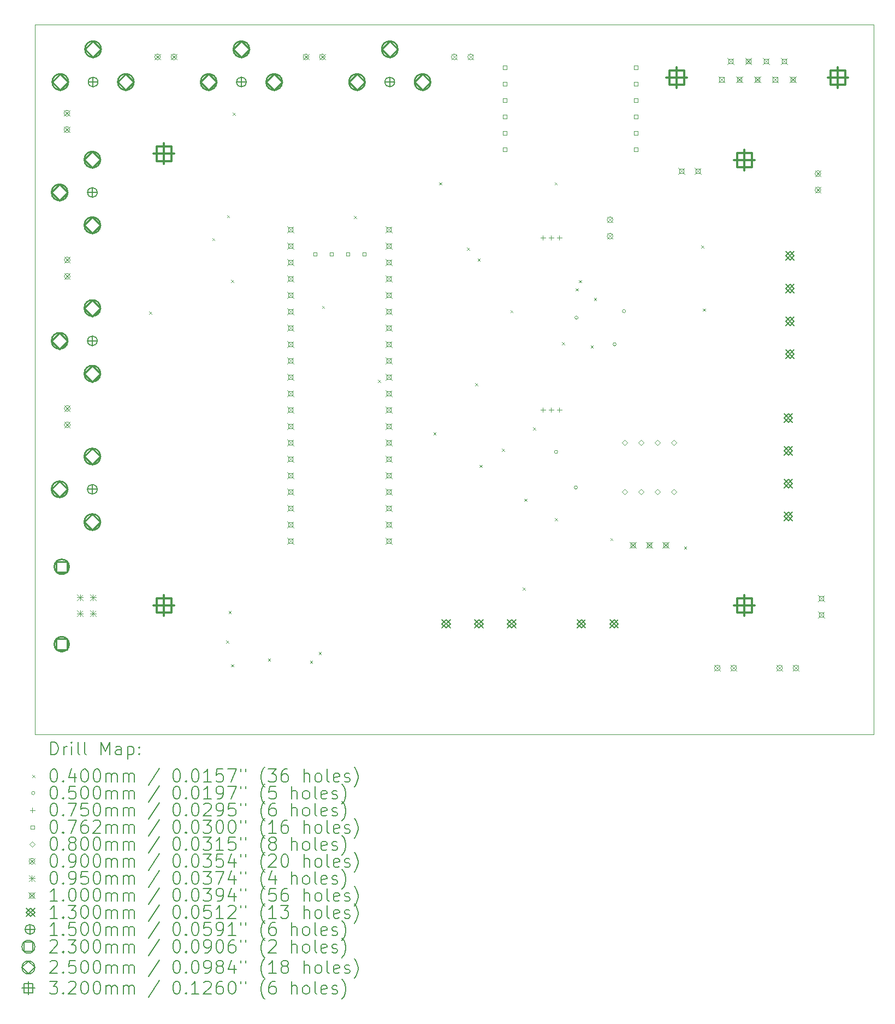
<source format=gbr>
%TF.GenerationSoftware,KiCad,Pcbnew,7.0.2*%
%TF.CreationDate,2023-05-21T20:01:30+03:00*%
%TF.ProjectId,DewController-V1.0,44657743-6f6e-4747-926f-6c6c65722d56,rev?*%
%TF.SameCoordinates,Original*%
%TF.FileFunction,Drillmap*%
%TF.FilePolarity,Positive*%
%FSLAX45Y45*%
G04 Gerber Fmt 4.5, Leading zero omitted, Abs format (unit mm)*
G04 Created by KiCad (PCBNEW 7.0.2) date 2023-05-21 20:01:30*
%MOMM*%
%LPD*%
G01*
G04 APERTURE LIST*
%ADD10C,0.050000*%
%ADD11C,0.200000*%
%ADD12C,0.040000*%
%ADD13C,0.075000*%
%ADD14C,0.076200*%
%ADD15C,0.080000*%
%ADD16C,0.090000*%
%ADD17C,0.095000*%
%ADD18C,0.100000*%
%ADD19C,0.130000*%
%ADD20C,0.150000*%
%ADD21C,0.230000*%
%ADD22C,0.250000*%
%ADD23C,0.320000*%
G04 APERTURE END LIST*
D10*
X1524000Y-1524000D02*
X14524000Y-1524000D01*
X14524000Y-12524000D01*
X1524000Y-12524000D01*
X1524000Y-1524000D01*
D11*
D12*
X3292430Y-5969730D02*
X3332430Y-6009730D01*
X3332430Y-5969730D02*
X3292430Y-6009730D01*
X4272600Y-4831400D02*
X4312600Y-4871400D01*
X4312600Y-4831400D02*
X4272600Y-4871400D01*
X4488500Y-11067100D02*
X4528500Y-11107100D01*
X4528500Y-11067100D02*
X4488500Y-11107100D01*
X4501200Y-4475800D02*
X4541200Y-4515800D01*
X4541200Y-4475800D02*
X4501200Y-4515800D01*
X4526600Y-10609900D02*
X4566600Y-10649900D01*
X4566600Y-10609900D02*
X4526600Y-10649900D01*
X4564700Y-5479100D02*
X4604700Y-5519100D01*
X4604700Y-5479100D02*
X4564700Y-5519100D01*
X4564700Y-11435400D02*
X4604700Y-11475400D01*
X4604700Y-11435400D02*
X4564700Y-11475400D01*
X4590100Y-2888300D02*
X4630100Y-2928300D01*
X4630100Y-2888300D02*
X4590100Y-2928300D01*
X5136200Y-11346500D02*
X5176200Y-11386500D01*
X5176200Y-11346500D02*
X5136200Y-11386500D01*
X5785920Y-11378600D02*
X5825920Y-11418600D01*
X5825920Y-11378600D02*
X5785920Y-11418600D01*
X5923600Y-11244900D02*
X5963600Y-11284900D01*
X5963600Y-11244900D02*
X5923600Y-11284900D01*
X5974380Y-5880990D02*
X6014380Y-5920990D01*
X6014380Y-5880990D02*
X5974380Y-5920990D01*
X6468140Y-4487870D02*
X6508140Y-4527870D01*
X6508140Y-4487870D02*
X6468140Y-4527870D01*
X6840080Y-7030490D02*
X6880080Y-7070490D01*
X6880080Y-7030490D02*
X6840080Y-7070490D01*
X7701600Y-7841300D02*
X7741600Y-7881300D01*
X7741600Y-7841300D02*
X7701600Y-7881300D01*
X7790500Y-3967800D02*
X7830500Y-4007800D01*
X7830500Y-3967800D02*
X7790500Y-4007800D01*
X8220670Y-4980770D02*
X8260670Y-5020770D01*
X8260670Y-4980770D02*
X8220670Y-5020770D01*
X8349300Y-7079300D02*
X8389300Y-7119300D01*
X8389300Y-7079300D02*
X8349300Y-7119300D01*
X8387400Y-5148900D02*
X8427400Y-5188900D01*
X8427400Y-5148900D02*
X8387400Y-5188900D01*
X8416470Y-8344780D02*
X8456470Y-8384780D01*
X8456470Y-8344780D02*
X8416470Y-8384780D01*
X8765940Y-8096820D02*
X8805940Y-8136820D01*
X8805940Y-8096820D02*
X8765940Y-8136820D01*
X8895400Y-5949000D02*
X8935400Y-5989000D01*
X8935400Y-5949000D02*
X8895400Y-5989000D01*
X9082970Y-10245040D02*
X9122970Y-10285040D01*
X9122970Y-10245040D02*
X9082970Y-10285040D01*
X9111300Y-8870000D02*
X9151300Y-8910000D01*
X9151300Y-8870000D02*
X9111300Y-8910000D01*
X9244540Y-7763560D02*
X9284540Y-7803560D01*
X9284540Y-7763560D02*
X9244540Y-7803560D01*
X9581200Y-3967800D02*
X9621200Y-4007800D01*
X9621200Y-3967800D02*
X9581200Y-4007800D01*
X9582280Y-9168570D02*
X9622280Y-9208570D01*
X9622280Y-9168570D02*
X9582280Y-9208570D01*
X9697010Y-6441700D02*
X9737010Y-6481700D01*
X9737010Y-6441700D02*
X9697010Y-6481700D01*
X9907950Y-5610900D02*
X9947950Y-5650900D01*
X9947950Y-5610900D02*
X9907950Y-5650900D01*
X9959590Y-5482990D02*
X9999590Y-5522990D01*
X9999590Y-5482990D02*
X9959590Y-5522990D01*
X10140000Y-6495100D02*
X10180000Y-6535100D01*
X10180000Y-6495100D02*
X10140000Y-6535100D01*
X10190800Y-5758500D02*
X10230800Y-5798500D01*
X10230800Y-5758500D02*
X10190800Y-5798500D01*
X10444800Y-9479600D02*
X10484800Y-9519600D01*
X10484800Y-9479600D02*
X10444800Y-9519600D01*
X11585950Y-9609390D02*
X11625950Y-9649390D01*
X11625950Y-9609390D02*
X11585950Y-9649390D01*
X11854500Y-4945700D02*
X11894500Y-4985700D01*
X11894500Y-4945700D02*
X11854500Y-4985700D01*
X11879900Y-5923600D02*
X11919900Y-5963600D01*
X11919900Y-5923600D02*
X11879900Y-5963600D01*
D10*
X9627280Y-8143550D02*
G75*
G03*
X9627280Y-8143550I-25000J0D01*
G01*
X9934100Y-8695260D02*
G75*
G03*
X9934100Y-8695260I-25000J0D01*
G01*
X9943180Y-6064580D02*
G75*
G03*
X9943180Y-6064580I-25000J0D01*
G01*
X10535510Y-6476990D02*
G75*
G03*
X10535510Y-6476990I-25000J0D01*
G01*
X10682270Y-5963780D02*
G75*
G03*
X10682270Y-5963780I-25000J0D01*
G01*
D13*
X9398000Y-4788500D02*
X9398000Y-4863500D01*
X9360500Y-4826000D02*
X9435500Y-4826000D01*
X9398000Y-7455500D02*
X9398000Y-7530500D01*
X9360500Y-7493000D02*
X9435500Y-7493000D01*
X9525000Y-4788500D02*
X9525000Y-4863500D01*
X9487500Y-4826000D02*
X9562500Y-4826000D01*
X9525000Y-7455500D02*
X9525000Y-7530500D01*
X9487500Y-7493000D02*
X9562500Y-7493000D01*
X9652000Y-4788500D02*
X9652000Y-4863500D01*
X9614500Y-4826000D02*
X9689500Y-4826000D01*
X9652000Y-7455500D02*
X9652000Y-7530500D01*
X9614500Y-7493000D02*
X9689500Y-7493000D01*
D14*
X5894341Y-5106941D02*
X5894341Y-5053059D01*
X5840459Y-5053059D01*
X5840459Y-5106941D01*
X5894341Y-5106941D01*
X6148341Y-5106941D02*
X6148341Y-5053059D01*
X6094459Y-5053059D01*
X6094459Y-5106941D01*
X6148341Y-5106941D01*
X6402341Y-5106941D02*
X6402341Y-5053059D01*
X6348459Y-5053059D01*
X6348459Y-5106941D01*
X6402341Y-5106941D01*
X6656341Y-5106941D02*
X6656341Y-5053059D01*
X6602459Y-5053059D01*
X6602459Y-5106941D01*
X6656341Y-5106941D01*
X8834941Y-2215941D02*
X8834941Y-2162059D01*
X8781059Y-2162059D01*
X8781059Y-2215941D01*
X8834941Y-2215941D01*
X8834941Y-2469941D02*
X8834941Y-2416059D01*
X8781059Y-2416059D01*
X8781059Y-2469941D01*
X8834941Y-2469941D01*
X8834941Y-2723941D02*
X8834941Y-2670059D01*
X8781059Y-2670059D01*
X8781059Y-2723941D01*
X8834941Y-2723941D01*
X8834941Y-2977941D02*
X8834941Y-2924059D01*
X8781059Y-2924059D01*
X8781059Y-2977941D01*
X8834941Y-2977941D01*
X8834941Y-3231941D02*
X8834941Y-3178059D01*
X8781059Y-3178059D01*
X8781059Y-3231941D01*
X8834941Y-3231941D01*
X8834941Y-3485941D02*
X8834941Y-3432059D01*
X8781059Y-3432059D01*
X8781059Y-3485941D01*
X8834941Y-3485941D01*
X10866941Y-2215941D02*
X10866941Y-2162059D01*
X10813059Y-2162059D01*
X10813059Y-2215941D01*
X10866941Y-2215941D01*
X10866941Y-2469941D02*
X10866941Y-2416059D01*
X10813059Y-2416059D01*
X10813059Y-2469941D01*
X10866941Y-2469941D01*
X10866941Y-2723941D02*
X10866941Y-2670059D01*
X10813059Y-2670059D01*
X10813059Y-2723941D01*
X10866941Y-2723941D01*
X10866941Y-2977941D02*
X10866941Y-2924059D01*
X10813059Y-2924059D01*
X10813059Y-2977941D01*
X10866941Y-2977941D01*
X10866941Y-3231941D02*
X10866941Y-3178059D01*
X10813059Y-3178059D01*
X10813059Y-3231941D01*
X10866941Y-3231941D01*
X10866941Y-3485941D02*
X10866941Y-3432059D01*
X10813059Y-3432059D01*
X10813059Y-3485941D01*
X10866941Y-3485941D01*
D15*
X10668000Y-8041000D02*
X10708000Y-8001000D01*
X10668000Y-7961000D01*
X10628000Y-8001000D01*
X10668000Y-8041000D01*
X10668000Y-8803000D02*
X10708000Y-8763000D01*
X10668000Y-8723000D01*
X10628000Y-8763000D01*
X10668000Y-8803000D01*
X10922000Y-8041000D02*
X10962000Y-8001000D01*
X10922000Y-7961000D01*
X10882000Y-8001000D01*
X10922000Y-8041000D01*
X10922000Y-8803000D02*
X10962000Y-8763000D01*
X10922000Y-8723000D01*
X10882000Y-8763000D01*
X10922000Y-8803000D01*
X11176000Y-8041000D02*
X11216000Y-8001000D01*
X11176000Y-7961000D01*
X11136000Y-8001000D01*
X11176000Y-8041000D01*
X11176000Y-8803000D02*
X11216000Y-8763000D01*
X11176000Y-8723000D01*
X11136000Y-8763000D01*
X11176000Y-8803000D01*
X11430000Y-8041000D02*
X11470000Y-8001000D01*
X11430000Y-7961000D01*
X11390000Y-8001000D01*
X11430000Y-8041000D01*
X11430000Y-8803000D02*
X11470000Y-8763000D01*
X11430000Y-8723000D01*
X11390000Y-8763000D01*
X11430000Y-8803000D01*
D16*
X1974300Y-2851100D02*
X2064300Y-2941100D01*
X2064300Y-2851100D02*
X1974300Y-2941100D01*
X2064300Y-2896100D02*
G75*
G03*
X2064300Y-2896100I-45000J0D01*
G01*
X1974300Y-3105100D02*
X2064300Y-3195100D01*
X2064300Y-3105100D02*
X1974300Y-3195100D01*
X2064300Y-3150100D02*
G75*
G03*
X2064300Y-3150100I-45000J0D01*
G01*
X1979000Y-5125000D02*
X2069000Y-5215000D01*
X2069000Y-5125000D02*
X1979000Y-5215000D01*
X2069000Y-5170000D02*
G75*
G03*
X2069000Y-5170000I-45000J0D01*
G01*
X1979000Y-5379000D02*
X2069000Y-5469000D01*
X2069000Y-5379000D02*
X1979000Y-5469000D01*
X2069000Y-5424000D02*
G75*
G03*
X2069000Y-5424000I-45000J0D01*
G01*
X1979000Y-7425000D02*
X2069000Y-7515000D01*
X2069000Y-7425000D02*
X1979000Y-7515000D01*
X2069000Y-7470000D02*
G75*
G03*
X2069000Y-7470000I-45000J0D01*
G01*
X1979000Y-7679000D02*
X2069000Y-7769000D01*
X2069000Y-7679000D02*
X1979000Y-7769000D01*
X2069000Y-7724000D02*
G75*
G03*
X2069000Y-7724000I-45000J0D01*
G01*
X3379000Y-1979000D02*
X3469000Y-2069000D01*
X3469000Y-1979000D02*
X3379000Y-2069000D01*
X3469000Y-2024000D02*
G75*
G03*
X3469000Y-2024000I-45000J0D01*
G01*
X3633000Y-1979000D02*
X3723000Y-2069000D01*
X3723000Y-1979000D02*
X3633000Y-2069000D01*
X3723000Y-2024000D02*
G75*
G03*
X3723000Y-2024000I-45000J0D01*
G01*
X5679000Y-1979000D02*
X5769000Y-2069000D01*
X5769000Y-1979000D02*
X5679000Y-2069000D01*
X5769000Y-2024000D02*
G75*
G03*
X5769000Y-2024000I-45000J0D01*
G01*
X5933000Y-1979000D02*
X6023000Y-2069000D01*
X6023000Y-1979000D02*
X5933000Y-2069000D01*
X6023000Y-2024000D02*
G75*
G03*
X6023000Y-2024000I-45000J0D01*
G01*
X7979000Y-1979000D02*
X8069000Y-2069000D01*
X8069000Y-1979000D02*
X7979000Y-2069000D01*
X8069000Y-2024000D02*
G75*
G03*
X8069000Y-2024000I-45000J0D01*
G01*
X8233000Y-1979000D02*
X8323000Y-2069000D01*
X8323000Y-1979000D02*
X8233000Y-2069000D01*
X8323000Y-2024000D02*
G75*
G03*
X8323000Y-2024000I-45000J0D01*
G01*
X10394000Y-4502100D02*
X10484000Y-4592100D01*
X10484000Y-4502100D02*
X10394000Y-4592100D01*
X10484000Y-4547100D02*
G75*
G03*
X10484000Y-4547100I-45000J0D01*
G01*
X10394000Y-4756100D02*
X10484000Y-4846100D01*
X10484000Y-4756100D02*
X10394000Y-4846100D01*
X10484000Y-4801100D02*
G75*
G03*
X10484000Y-4801100I-45000J0D01*
G01*
X12058100Y-11448500D02*
X12148100Y-11538500D01*
X12148100Y-11448500D02*
X12058100Y-11538500D01*
X12148100Y-11493500D02*
G75*
G03*
X12148100Y-11493500I-45000J0D01*
G01*
X12312100Y-11448500D02*
X12402100Y-11538500D01*
X12402100Y-11448500D02*
X12312100Y-11538500D01*
X12402100Y-11493500D02*
G75*
G03*
X12402100Y-11493500I-45000J0D01*
G01*
X13023300Y-11448500D02*
X13113300Y-11538500D01*
X13113300Y-11448500D02*
X13023300Y-11538500D01*
X13113300Y-11493500D02*
G75*
G03*
X13113300Y-11493500I-45000J0D01*
G01*
X13277300Y-11448500D02*
X13367300Y-11538500D01*
X13367300Y-11448500D02*
X13277300Y-11538500D01*
X13367300Y-11493500D02*
G75*
G03*
X13367300Y-11493500I-45000J0D01*
G01*
X13618700Y-3787000D02*
X13708700Y-3877000D01*
X13708700Y-3787000D02*
X13618700Y-3877000D01*
X13708700Y-3832000D02*
G75*
G03*
X13708700Y-3832000I-45000J0D01*
G01*
X13618700Y-4041000D02*
X13708700Y-4131000D01*
X13708700Y-4041000D02*
X13618700Y-4131000D01*
X13708700Y-4086000D02*
G75*
G03*
X13708700Y-4086000I-45000J0D01*
G01*
D17*
X2176500Y-10351500D02*
X2271500Y-10446500D01*
X2271500Y-10351500D02*
X2176500Y-10446500D01*
X2224000Y-10351500D02*
X2224000Y-10446500D01*
X2176500Y-10399000D02*
X2271500Y-10399000D01*
X2176500Y-10601500D02*
X2271500Y-10696500D01*
X2271500Y-10601500D02*
X2176500Y-10696500D01*
X2224000Y-10601500D02*
X2224000Y-10696500D01*
X2176500Y-10649000D02*
X2271500Y-10649000D01*
X2376500Y-10351500D02*
X2471500Y-10446500D01*
X2471500Y-10351500D02*
X2376500Y-10446500D01*
X2424000Y-10351500D02*
X2424000Y-10446500D01*
X2376500Y-10399000D02*
X2471500Y-10399000D01*
X2376500Y-10601500D02*
X2471500Y-10696500D01*
X2471500Y-10601500D02*
X2376500Y-10696500D01*
X2424000Y-10601500D02*
X2424000Y-10696500D01*
X2376500Y-10649000D02*
X2471500Y-10649000D01*
D18*
X5436400Y-4649000D02*
X5536400Y-4749000D01*
X5536400Y-4649000D02*
X5436400Y-4749000D01*
X5521756Y-4734356D02*
X5521756Y-4663644D01*
X5451044Y-4663644D01*
X5451044Y-4734356D01*
X5521756Y-4734356D01*
X5436400Y-4903000D02*
X5536400Y-5003000D01*
X5536400Y-4903000D02*
X5436400Y-5003000D01*
X5521756Y-4988356D02*
X5521756Y-4917644D01*
X5451044Y-4917644D01*
X5451044Y-4988356D01*
X5521756Y-4988356D01*
X5436400Y-5157000D02*
X5536400Y-5257000D01*
X5536400Y-5157000D02*
X5436400Y-5257000D01*
X5521756Y-5242356D02*
X5521756Y-5171644D01*
X5451044Y-5171644D01*
X5451044Y-5242356D01*
X5521756Y-5242356D01*
X5436400Y-5411000D02*
X5536400Y-5511000D01*
X5536400Y-5411000D02*
X5436400Y-5511000D01*
X5521756Y-5496356D02*
X5521756Y-5425644D01*
X5451044Y-5425644D01*
X5451044Y-5496356D01*
X5521756Y-5496356D01*
X5436400Y-5665000D02*
X5536400Y-5765000D01*
X5536400Y-5665000D02*
X5436400Y-5765000D01*
X5521756Y-5750356D02*
X5521756Y-5679644D01*
X5451044Y-5679644D01*
X5451044Y-5750356D01*
X5521756Y-5750356D01*
X5436400Y-5919000D02*
X5536400Y-6019000D01*
X5536400Y-5919000D02*
X5436400Y-6019000D01*
X5521756Y-6004356D02*
X5521756Y-5933644D01*
X5451044Y-5933644D01*
X5451044Y-6004356D01*
X5521756Y-6004356D01*
X5436400Y-6173000D02*
X5536400Y-6273000D01*
X5536400Y-6173000D02*
X5436400Y-6273000D01*
X5521756Y-6258356D02*
X5521756Y-6187644D01*
X5451044Y-6187644D01*
X5451044Y-6258356D01*
X5521756Y-6258356D01*
X5436400Y-6427000D02*
X5536400Y-6527000D01*
X5536400Y-6427000D02*
X5436400Y-6527000D01*
X5521756Y-6512356D02*
X5521756Y-6441644D01*
X5451044Y-6441644D01*
X5451044Y-6512356D01*
X5521756Y-6512356D01*
X5436400Y-6681000D02*
X5536400Y-6781000D01*
X5536400Y-6681000D02*
X5436400Y-6781000D01*
X5521756Y-6766356D02*
X5521756Y-6695644D01*
X5451044Y-6695644D01*
X5451044Y-6766356D01*
X5521756Y-6766356D01*
X5436400Y-6935000D02*
X5536400Y-7035000D01*
X5536400Y-6935000D02*
X5436400Y-7035000D01*
X5521756Y-7020356D02*
X5521756Y-6949644D01*
X5451044Y-6949644D01*
X5451044Y-7020356D01*
X5521756Y-7020356D01*
X5436400Y-7189000D02*
X5536400Y-7289000D01*
X5536400Y-7189000D02*
X5436400Y-7289000D01*
X5521756Y-7274356D02*
X5521756Y-7203644D01*
X5451044Y-7203644D01*
X5451044Y-7274356D01*
X5521756Y-7274356D01*
X5436400Y-7443000D02*
X5536400Y-7543000D01*
X5536400Y-7443000D02*
X5436400Y-7543000D01*
X5521756Y-7528356D02*
X5521756Y-7457644D01*
X5451044Y-7457644D01*
X5451044Y-7528356D01*
X5521756Y-7528356D01*
X5436400Y-7697000D02*
X5536400Y-7797000D01*
X5536400Y-7697000D02*
X5436400Y-7797000D01*
X5521756Y-7782356D02*
X5521756Y-7711644D01*
X5451044Y-7711644D01*
X5451044Y-7782356D01*
X5521756Y-7782356D01*
X5436400Y-7951000D02*
X5536400Y-8051000D01*
X5536400Y-7951000D02*
X5436400Y-8051000D01*
X5521756Y-8036356D02*
X5521756Y-7965644D01*
X5451044Y-7965644D01*
X5451044Y-8036356D01*
X5521756Y-8036356D01*
X5436400Y-8205000D02*
X5536400Y-8305000D01*
X5536400Y-8205000D02*
X5436400Y-8305000D01*
X5521756Y-8290356D02*
X5521756Y-8219644D01*
X5451044Y-8219644D01*
X5451044Y-8290356D01*
X5521756Y-8290356D01*
X5436400Y-8459000D02*
X5536400Y-8559000D01*
X5536400Y-8459000D02*
X5436400Y-8559000D01*
X5521756Y-8544356D02*
X5521756Y-8473644D01*
X5451044Y-8473644D01*
X5451044Y-8544356D01*
X5521756Y-8544356D01*
X5436400Y-8713000D02*
X5536400Y-8813000D01*
X5536400Y-8713000D02*
X5436400Y-8813000D01*
X5521756Y-8798356D02*
X5521756Y-8727644D01*
X5451044Y-8727644D01*
X5451044Y-8798356D01*
X5521756Y-8798356D01*
X5436400Y-8967000D02*
X5536400Y-9067000D01*
X5536400Y-8967000D02*
X5436400Y-9067000D01*
X5521756Y-9052356D02*
X5521756Y-8981644D01*
X5451044Y-8981644D01*
X5451044Y-9052356D01*
X5521756Y-9052356D01*
X5436400Y-9221000D02*
X5536400Y-9321000D01*
X5536400Y-9221000D02*
X5436400Y-9321000D01*
X5521756Y-9306356D02*
X5521756Y-9235644D01*
X5451044Y-9235644D01*
X5451044Y-9306356D01*
X5521756Y-9306356D01*
X5436400Y-9475000D02*
X5536400Y-9575000D01*
X5536400Y-9475000D02*
X5436400Y-9575000D01*
X5521756Y-9560356D02*
X5521756Y-9489644D01*
X5451044Y-9489644D01*
X5451044Y-9560356D01*
X5521756Y-9560356D01*
X6960400Y-4649000D02*
X7060400Y-4749000D01*
X7060400Y-4649000D02*
X6960400Y-4749000D01*
X7045756Y-4734356D02*
X7045756Y-4663644D01*
X6975044Y-4663644D01*
X6975044Y-4734356D01*
X7045756Y-4734356D01*
X6960400Y-4903000D02*
X7060400Y-5003000D01*
X7060400Y-4903000D02*
X6960400Y-5003000D01*
X7045756Y-4988356D02*
X7045756Y-4917644D01*
X6975044Y-4917644D01*
X6975044Y-4988356D01*
X7045756Y-4988356D01*
X6960400Y-5157000D02*
X7060400Y-5257000D01*
X7060400Y-5157000D02*
X6960400Y-5257000D01*
X7045756Y-5242356D02*
X7045756Y-5171644D01*
X6975044Y-5171644D01*
X6975044Y-5242356D01*
X7045756Y-5242356D01*
X6960400Y-5411000D02*
X7060400Y-5511000D01*
X7060400Y-5411000D02*
X6960400Y-5511000D01*
X7045756Y-5496356D02*
X7045756Y-5425644D01*
X6975044Y-5425644D01*
X6975044Y-5496356D01*
X7045756Y-5496356D01*
X6960400Y-5665000D02*
X7060400Y-5765000D01*
X7060400Y-5665000D02*
X6960400Y-5765000D01*
X7045756Y-5750356D02*
X7045756Y-5679644D01*
X6975044Y-5679644D01*
X6975044Y-5750356D01*
X7045756Y-5750356D01*
X6960400Y-5919000D02*
X7060400Y-6019000D01*
X7060400Y-5919000D02*
X6960400Y-6019000D01*
X7045756Y-6004356D02*
X7045756Y-5933644D01*
X6975044Y-5933644D01*
X6975044Y-6004356D01*
X7045756Y-6004356D01*
X6960400Y-6173000D02*
X7060400Y-6273000D01*
X7060400Y-6173000D02*
X6960400Y-6273000D01*
X7045756Y-6258356D02*
X7045756Y-6187644D01*
X6975044Y-6187644D01*
X6975044Y-6258356D01*
X7045756Y-6258356D01*
X6960400Y-6427000D02*
X7060400Y-6527000D01*
X7060400Y-6427000D02*
X6960400Y-6527000D01*
X7045756Y-6512356D02*
X7045756Y-6441644D01*
X6975044Y-6441644D01*
X6975044Y-6512356D01*
X7045756Y-6512356D01*
X6960400Y-6681000D02*
X7060400Y-6781000D01*
X7060400Y-6681000D02*
X6960400Y-6781000D01*
X7045756Y-6766356D02*
X7045756Y-6695644D01*
X6975044Y-6695644D01*
X6975044Y-6766356D01*
X7045756Y-6766356D01*
X6960400Y-6935000D02*
X7060400Y-7035000D01*
X7060400Y-6935000D02*
X6960400Y-7035000D01*
X7045756Y-7020356D02*
X7045756Y-6949644D01*
X6975044Y-6949644D01*
X6975044Y-7020356D01*
X7045756Y-7020356D01*
X6960400Y-7189000D02*
X7060400Y-7289000D01*
X7060400Y-7189000D02*
X6960400Y-7289000D01*
X7045756Y-7274356D02*
X7045756Y-7203644D01*
X6975044Y-7203644D01*
X6975044Y-7274356D01*
X7045756Y-7274356D01*
X6960400Y-7443000D02*
X7060400Y-7543000D01*
X7060400Y-7443000D02*
X6960400Y-7543000D01*
X7045756Y-7528356D02*
X7045756Y-7457644D01*
X6975044Y-7457644D01*
X6975044Y-7528356D01*
X7045756Y-7528356D01*
X6960400Y-7697000D02*
X7060400Y-7797000D01*
X7060400Y-7697000D02*
X6960400Y-7797000D01*
X7045756Y-7782356D02*
X7045756Y-7711644D01*
X6975044Y-7711644D01*
X6975044Y-7782356D01*
X7045756Y-7782356D01*
X6960400Y-7951000D02*
X7060400Y-8051000D01*
X7060400Y-7951000D02*
X6960400Y-8051000D01*
X7045756Y-8036356D02*
X7045756Y-7965644D01*
X6975044Y-7965644D01*
X6975044Y-8036356D01*
X7045756Y-8036356D01*
X6960400Y-8205000D02*
X7060400Y-8305000D01*
X7060400Y-8205000D02*
X6960400Y-8305000D01*
X7045756Y-8290356D02*
X7045756Y-8219644D01*
X6975044Y-8219644D01*
X6975044Y-8290356D01*
X7045756Y-8290356D01*
X6960400Y-8459000D02*
X7060400Y-8559000D01*
X7060400Y-8459000D02*
X6960400Y-8559000D01*
X7045756Y-8544356D02*
X7045756Y-8473644D01*
X6975044Y-8473644D01*
X6975044Y-8544356D01*
X7045756Y-8544356D01*
X6960400Y-8713000D02*
X7060400Y-8813000D01*
X7060400Y-8713000D02*
X6960400Y-8813000D01*
X7045756Y-8798356D02*
X7045756Y-8727644D01*
X6975044Y-8727644D01*
X6975044Y-8798356D01*
X7045756Y-8798356D01*
X6960400Y-8967000D02*
X7060400Y-9067000D01*
X7060400Y-8967000D02*
X6960400Y-9067000D01*
X7045756Y-9052356D02*
X7045756Y-8981644D01*
X6975044Y-8981644D01*
X6975044Y-9052356D01*
X7045756Y-9052356D01*
X6960400Y-9221000D02*
X7060400Y-9321000D01*
X7060400Y-9221000D02*
X6960400Y-9321000D01*
X7045756Y-9306356D02*
X7045756Y-9235644D01*
X6975044Y-9235644D01*
X6975044Y-9306356D01*
X7045756Y-9306356D01*
X6960400Y-9475000D02*
X7060400Y-9575000D01*
X7060400Y-9475000D02*
X6960400Y-9575000D01*
X7045756Y-9560356D02*
X7045756Y-9489644D01*
X6975044Y-9489644D01*
X6975044Y-9560356D01*
X7045756Y-9560356D01*
X10746500Y-9538500D02*
X10846500Y-9638500D01*
X10846500Y-9538500D02*
X10746500Y-9638500D01*
X10831856Y-9623856D02*
X10831856Y-9553144D01*
X10761144Y-9553144D01*
X10761144Y-9623856D01*
X10831856Y-9623856D01*
X11000500Y-9538500D02*
X11100500Y-9638500D01*
X11100500Y-9538500D02*
X11000500Y-9638500D01*
X11085856Y-9623856D02*
X11085856Y-9553144D01*
X11015144Y-9553144D01*
X11015144Y-9623856D01*
X11085856Y-9623856D01*
X11254500Y-9538500D02*
X11354500Y-9638500D01*
X11354500Y-9538500D02*
X11254500Y-9638500D01*
X11339856Y-9623856D02*
X11339856Y-9553144D01*
X11269144Y-9553144D01*
X11269144Y-9623856D01*
X11339856Y-9623856D01*
X11499400Y-3743800D02*
X11599400Y-3843800D01*
X11599400Y-3743800D02*
X11499400Y-3843800D01*
X11584756Y-3829156D02*
X11584756Y-3758444D01*
X11514044Y-3758444D01*
X11514044Y-3829156D01*
X11584756Y-3829156D01*
X11753400Y-3743800D02*
X11853400Y-3843800D01*
X11853400Y-3743800D02*
X11753400Y-3843800D01*
X11838756Y-3829156D02*
X11838756Y-3758444D01*
X11768044Y-3758444D01*
X11768044Y-3829156D01*
X11838756Y-3829156D01*
X12119000Y-2324000D02*
X12219000Y-2424000D01*
X12219000Y-2324000D02*
X12119000Y-2424000D01*
X12204356Y-2409356D02*
X12204356Y-2338644D01*
X12133644Y-2338644D01*
X12133644Y-2409356D01*
X12204356Y-2409356D01*
X12257500Y-2040000D02*
X12357500Y-2140000D01*
X12357500Y-2040000D02*
X12257500Y-2140000D01*
X12342856Y-2125356D02*
X12342856Y-2054644D01*
X12272144Y-2054644D01*
X12272144Y-2125356D01*
X12342856Y-2125356D01*
X12396000Y-2324000D02*
X12496000Y-2424000D01*
X12496000Y-2324000D02*
X12396000Y-2424000D01*
X12481356Y-2409356D02*
X12481356Y-2338644D01*
X12410644Y-2338644D01*
X12410644Y-2409356D01*
X12481356Y-2409356D01*
X12534500Y-2040000D02*
X12634500Y-2140000D01*
X12634500Y-2040000D02*
X12534500Y-2140000D01*
X12619856Y-2125356D02*
X12619856Y-2054644D01*
X12549144Y-2054644D01*
X12549144Y-2125356D01*
X12619856Y-2125356D01*
X12673000Y-2324000D02*
X12773000Y-2424000D01*
X12773000Y-2324000D02*
X12673000Y-2424000D01*
X12758356Y-2409356D02*
X12758356Y-2338644D01*
X12687644Y-2338644D01*
X12687644Y-2409356D01*
X12758356Y-2409356D01*
X12811500Y-2040000D02*
X12911500Y-2140000D01*
X12911500Y-2040000D02*
X12811500Y-2140000D01*
X12896856Y-2125356D02*
X12896856Y-2054644D01*
X12826144Y-2054644D01*
X12826144Y-2125356D01*
X12896856Y-2125356D01*
X12950000Y-2324000D02*
X13050000Y-2424000D01*
X13050000Y-2324000D02*
X12950000Y-2424000D01*
X13035356Y-2409356D02*
X13035356Y-2338644D01*
X12964644Y-2338644D01*
X12964644Y-2409356D01*
X13035356Y-2409356D01*
X13088500Y-2040000D02*
X13188500Y-2140000D01*
X13188500Y-2040000D02*
X13088500Y-2140000D01*
X13173856Y-2125356D02*
X13173856Y-2054644D01*
X13103144Y-2054644D01*
X13103144Y-2125356D01*
X13173856Y-2125356D01*
X13227000Y-2324000D02*
X13327000Y-2424000D01*
X13327000Y-2324000D02*
X13227000Y-2424000D01*
X13312356Y-2409356D02*
X13312356Y-2338644D01*
X13241644Y-2338644D01*
X13241644Y-2409356D01*
X13312356Y-2409356D01*
X13666000Y-10364000D02*
X13766000Y-10464000D01*
X13766000Y-10364000D02*
X13666000Y-10464000D01*
X13751356Y-10449356D02*
X13751356Y-10378644D01*
X13680644Y-10378644D01*
X13680644Y-10449356D01*
X13751356Y-10449356D01*
X13666000Y-10618000D02*
X13766000Y-10718000D01*
X13766000Y-10618000D02*
X13666000Y-10718000D01*
X13751356Y-10703356D02*
X13751356Y-10632644D01*
X13680644Y-10632644D01*
X13680644Y-10703356D01*
X13751356Y-10703356D01*
D19*
X7834400Y-10744700D02*
X7964400Y-10874700D01*
X7964400Y-10744700D02*
X7834400Y-10874700D01*
X7899400Y-10874700D02*
X7964400Y-10809700D01*
X7899400Y-10744700D01*
X7834400Y-10809700D01*
X7899400Y-10874700D01*
X8342400Y-10744700D02*
X8472400Y-10874700D01*
X8472400Y-10744700D02*
X8342400Y-10874700D01*
X8407400Y-10874700D02*
X8472400Y-10809700D01*
X8407400Y-10744700D01*
X8342400Y-10809700D01*
X8407400Y-10874700D01*
X8850400Y-10744700D02*
X8980400Y-10874700D01*
X8980400Y-10744700D02*
X8850400Y-10874700D01*
X8915400Y-10874700D02*
X8980400Y-10809700D01*
X8915400Y-10744700D01*
X8850400Y-10809700D01*
X8915400Y-10874700D01*
X9929900Y-10744700D02*
X10059900Y-10874700D01*
X10059900Y-10744700D02*
X9929900Y-10874700D01*
X9994900Y-10874700D02*
X10059900Y-10809700D01*
X9994900Y-10744700D01*
X9929900Y-10809700D01*
X9994900Y-10874700D01*
X10437900Y-10744700D02*
X10567900Y-10874700D01*
X10567900Y-10744700D02*
X10437900Y-10874700D01*
X10502900Y-10874700D02*
X10567900Y-10809700D01*
X10502900Y-10744700D01*
X10437900Y-10809700D01*
X10502900Y-10874700D01*
X13140000Y-7555000D02*
X13270000Y-7685000D01*
X13270000Y-7555000D02*
X13140000Y-7685000D01*
X13205000Y-7685000D02*
X13270000Y-7620000D01*
X13205000Y-7555000D01*
X13140000Y-7620000D01*
X13205000Y-7685000D01*
X13140000Y-8063000D02*
X13270000Y-8193000D01*
X13270000Y-8063000D02*
X13140000Y-8193000D01*
X13205000Y-8193000D02*
X13270000Y-8128000D01*
X13205000Y-8063000D01*
X13140000Y-8128000D01*
X13205000Y-8193000D01*
X13140000Y-8571000D02*
X13270000Y-8701000D01*
X13270000Y-8571000D02*
X13140000Y-8701000D01*
X13205000Y-8701000D02*
X13270000Y-8636000D01*
X13205000Y-8571000D01*
X13140000Y-8636000D01*
X13205000Y-8701000D01*
X13140000Y-9079000D02*
X13270000Y-9209000D01*
X13270000Y-9079000D02*
X13140000Y-9209000D01*
X13205000Y-9209000D02*
X13270000Y-9144000D01*
X13205000Y-9079000D01*
X13140000Y-9144000D01*
X13205000Y-9209000D01*
X13165400Y-5040400D02*
X13295400Y-5170400D01*
X13295400Y-5040400D02*
X13165400Y-5170400D01*
X13230400Y-5170400D02*
X13295400Y-5105400D01*
X13230400Y-5040400D01*
X13165400Y-5105400D01*
X13230400Y-5170400D01*
X13165400Y-5548400D02*
X13295400Y-5678400D01*
X13295400Y-5548400D02*
X13165400Y-5678400D01*
X13230400Y-5678400D02*
X13295400Y-5613400D01*
X13230400Y-5548400D01*
X13165400Y-5613400D01*
X13230400Y-5678400D01*
X13165400Y-6056400D02*
X13295400Y-6186400D01*
X13295400Y-6056400D02*
X13165400Y-6186400D01*
X13230400Y-6186400D02*
X13295400Y-6121400D01*
X13230400Y-6056400D01*
X13165400Y-6121400D01*
X13230400Y-6186400D01*
X13165400Y-6564400D02*
X13295400Y-6694400D01*
X13295400Y-6564400D02*
X13165400Y-6694400D01*
X13230400Y-6694400D02*
X13295400Y-6629400D01*
X13230400Y-6564400D01*
X13165400Y-6629400D01*
X13230400Y-6694400D01*
D20*
X2413000Y-4049000D02*
X2413000Y-4199000D01*
X2338000Y-4124000D02*
X2488000Y-4124000D01*
X2488000Y-4124000D02*
G75*
G03*
X2488000Y-4124000I-75000J0D01*
G01*
X2413000Y-6349000D02*
X2413000Y-6499000D01*
X2338000Y-6424000D02*
X2488000Y-6424000D01*
X2488000Y-6424000D02*
G75*
G03*
X2488000Y-6424000I-75000J0D01*
G01*
X2413000Y-8649000D02*
X2413000Y-8799000D01*
X2338000Y-8724000D02*
X2488000Y-8724000D01*
X2488000Y-8724000D02*
G75*
G03*
X2488000Y-8724000I-75000J0D01*
G01*
X2424000Y-2338000D02*
X2424000Y-2488000D01*
X2349000Y-2413000D02*
X2499000Y-2413000D01*
X2499000Y-2413000D02*
G75*
G03*
X2499000Y-2413000I-75000J0D01*
G01*
X4724000Y-2338000D02*
X4724000Y-2488000D01*
X4649000Y-2413000D02*
X4799000Y-2413000D01*
X4799000Y-2413000D02*
G75*
G03*
X4799000Y-2413000I-75000J0D01*
G01*
X7024000Y-2338000D02*
X7024000Y-2488000D01*
X6949000Y-2413000D02*
X7099000Y-2413000D01*
X7099000Y-2413000D02*
G75*
G03*
X7099000Y-2413000I-75000J0D01*
G01*
D21*
X2019318Y-10005318D02*
X2019318Y-9842682D01*
X1856682Y-9842682D01*
X1856682Y-10005318D01*
X2019318Y-10005318D01*
X2053000Y-9924000D02*
G75*
G03*
X2053000Y-9924000I-115000J0D01*
G01*
X2019318Y-11205318D02*
X2019318Y-11042682D01*
X1856682Y-11042682D01*
X1856682Y-11205318D01*
X2019318Y-11205318D01*
X2053000Y-11124000D02*
G75*
G03*
X2053000Y-11124000I-115000J0D01*
G01*
D22*
X1905000Y-4249000D02*
X2030000Y-4124000D01*
X1905000Y-3999000D01*
X1780000Y-4124000D01*
X1905000Y-4249000D01*
X2030000Y-4124000D02*
G75*
G03*
X2030000Y-4124000I-125000J0D01*
G01*
X1905000Y-6549000D02*
X2030000Y-6424000D01*
X1905000Y-6299000D01*
X1780000Y-6424000D01*
X1905000Y-6549000D01*
X2030000Y-6424000D02*
G75*
G03*
X2030000Y-6424000I-125000J0D01*
G01*
X1905000Y-8849000D02*
X2030000Y-8724000D01*
X1905000Y-8599000D01*
X1780000Y-8724000D01*
X1905000Y-8849000D01*
X2030000Y-8724000D02*
G75*
G03*
X2030000Y-8724000I-125000J0D01*
G01*
X1916000Y-2538000D02*
X2041000Y-2413000D01*
X1916000Y-2288000D01*
X1791000Y-2413000D01*
X1916000Y-2538000D01*
X2041000Y-2413000D02*
G75*
G03*
X2041000Y-2413000I-125000J0D01*
G01*
X2413000Y-3741000D02*
X2538000Y-3616000D01*
X2413000Y-3491000D01*
X2288000Y-3616000D01*
X2413000Y-3741000D01*
X2538000Y-3616000D02*
G75*
G03*
X2538000Y-3616000I-125000J0D01*
G01*
X2413000Y-4757000D02*
X2538000Y-4632000D01*
X2413000Y-4507000D01*
X2288000Y-4632000D01*
X2413000Y-4757000D01*
X2538000Y-4632000D02*
G75*
G03*
X2538000Y-4632000I-125000J0D01*
G01*
X2413000Y-6041000D02*
X2538000Y-5916000D01*
X2413000Y-5791000D01*
X2288000Y-5916000D01*
X2413000Y-6041000D01*
X2538000Y-5916000D02*
G75*
G03*
X2538000Y-5916000I-125000J0D01*
G01*
X2413000Y-7057000D02*
X2538000Y-6932000D01*
X2413000Y-6807000D01*
X2288000Y-6932000D01*
X2413000Y-7057000D01*
X2538000Y-6932000D02*
G75*
G03*
X2538000Y-6932000I-125000J0D01*
G01*
X2413000Y-8341000D02*
X2538000Y-8216000D01*
X2413000Y-8091000D01*
X2288000Y-8216000D01*
X2413000Y-8341000D01*
X2538000Y-8216000D02*
G75*
G03*
X2538000Y-8216000I-125000J0D01*
G01*
X2413000Y-9357000D02*
X2538000Y-9232000D01*
X2413000Y-9107000D01*
X2288000Y-9232000D01*
X2413000Y-9357000D01*
X2538000Y-9232000D02*
G75*
G03*
X2538000Y-9232000I-125000J0D01*
G01*
X2424000Y-2030000D02*
X2549000Y-1905000D01*
X2424000Y-1780000D01*
X2299000Y-1905000D01*
X2424000Y-2030000D01*
X2549000Y-1905000D02*
G75*
G03*
X2549000Y-1905000I-125000J0D01*
G01*
X2932000Y-2538000D02*
X3057000Y-2413000D01*
X2932000Y-2288000D01*
X2807000Y-2413000D01*
X2932000Y-2538000D01*
X3057000Y-2413000D02*
G75*
G03*
X3057000Y-2413000I-125000J0D01*
G01*
X4216000Y-2538000D02*
X4341000Y-2413000D01*
X4216000Y-2288000D01*
X4091000Y-2413000D01*
X4216000Y-2538000D01*
X4341000Y-2413000D02*
G75*
G03*
X4341000Y-2413000I-125000J0D01*
G01*
X4724000Y-2030000D02*
X4849000Y-1905000D01*
X4724000Y-1780000D01*
X4599000Y-1905000D01*
X4724000Y-2030000D01*
X4849000Y-1905000D02*
G75*
G03*
X4849000Y-1905000I-125000J0D01*
G01*
X5232000Y-2538000D02*
X5357000Y-2413000D01*
X5232000Y-2288000D01*
X5107000Y-2413000D01*
X5232000Y-2538000D01*
X5357000Y-2413000D02*
G75*
G03*
X5357000Y-2413000I-125000J0D01*
G01*
X6516000Y-2538000D02*
X6641000Y-2413000D01*
X6516000Y-2288000D01*
X6391000Y-2413000D01*
X6516000Y-2538000D01*
X6641000Y-2413000D02*
G75*
G03*
X6641000Y-2413000I-125000J0D01*
G01*
X7024000Y-2030000D02*
X7149000Y-1905000D01*
X7024000Y-1780000D01*
X6899000Y-1905000D01*
X7024000Y-2030000D01*
X7149000Y-1905000D02*
G75*
G03*
X7149000Y-1905000I-125000J0D01*
G01*
X7532000Y-2538000D02*
X7657000Y-2413000D01*
X7532000Y-2288000D01*
X7407000Y-2413000D01*
X7532000Y-2538000D01*
X7657000Y-2413000D02*
G75*
G03*
X7657000Y-2413000I-125000J0D01*
G01*
D23*
X3524000Y-3364000D02*
X3524000Y-3684000D01*
X3364000Y-3524000D02*
X3684000Y-3524000D01*
X3637138Y-3637138D02*
X3637138Y-3410862D01*
X3410862Y-3410862D01*
X3410862Y-3637138D01*
X3637138Y-3637138D01*
X3524000Y-10364000D02*
X3524000Y-10684000D01*
X3364000Y-10524000D02*
X3684000Y-10524000D01*
X3637138Y-10637138D02*
X3637138Y-10410862D01*
X3410862Y-10410862D01*
X3410862Y-10637138D01*
X3637138Y-10637138D01*
X11473000Y-2184000D02*
X11473000Y-2504000D01*
X11313000Y-2344000D02*
X11633000Y-2344000D01*
X11586138Y-2457138D02*
X11586138Y-2230862D01*
X11359862Y-2230862D01*
X11359862Y-2457138D01*
X11586138Y-2457138D01*
X12524000Y-3464000D02*
X12524000Y-3784000D01*
X12364000Y-3624000D02*
X12684000Y-3624000D01*
X12637138Y-3737138D02*
X12637138Y-3510862D01*
X12410862Y-3510862D01*
X12410862Y-3737138D01*
X12637138Y-3737138D01*
X12524000Y-10364000D02*
X12524000Y-10684000D01*
X12364000Y-10524000D02*
X12684000Y-10524000D01*
X12637138Y-10637138D02*
X12637138Y-10410862D01*
X12410862Y-10410862D01*
X12410862Y-10637138D01*
X12637138Y-10637138D01*
X13973000Y-2184000D02*
X13973000Y-2504000D01*
X13813000Y-2344000D02*
X14133000Y-2344000D01*
X14086138Y-2457138D02*
X14086138Y-2230862D01*
X13859862Y-2230862D01*
X13859862Y-2457138D01*
X14086138Y-2457138D01*
D11*
X1769119Y-12839024D02*
X1769119Y-12639024D01*
X1769119Y-12639024D02*
X1816738Y-12639024D01*
X1816738Y-12639024D02*
X1845309Y-12648548D01*
X1845309Y-12648548D02*
X1864357Y-12667595D01*
X1864357Y-12667595D02*
X1873881Y-12686643D01*
X1873881Y-12686643D02*
X1883405Y-12724738D01*
X1883405Y-12724738D02*
X1883405Y-12753309D01*
X1883405Y-12753309D02*
X1873881Y-12791405D01*
X1873881Y-12791405D02*
X1864357Y-12810452D01*
X1864357Y-12810452D02*
X1845309Y-12829500D01*
X1845309Y-12829500D02*
X1816738Y-12839024D01*
X1816738Y-12839024D02*
X1769119Y-12839024D01*
X1969119Y-12839024D02*
X1969119Y-12705690D01*
X1969119Y-12743786D02*
X1978643Y-12724738D01*
X1978643Y-12724738D02*
X1988167Y-12715214D01*
X1988167Y-12715214D02*
X2007214Y-12705690D01*
X2007214Y-12705690D02*
X2026262Y-12705690D01*
X2092928Y-12839024D02*
X2092928Y-12705690D01*
X2092928Y-12639024D02*
X2083405Y-12648548D01*
X2083405Y-12648548D02*
X2092928Y-12658071D01*
X2092928Y-12658071D02*
X2102452Y-12648548D01*
X2102452Y-12648548D02*
X2092928Y-12639024D01*
X2092928Y-12639024D02*
X2092928Y-12658071D01*
X2216738Y-12839024D02*
X2197690Y-12829500D01*
X2197690Y-12829500D02*
X2188167Y-12810452D01*
X2188167Y-12810452D02*
X2188167Y-12639024D01*
X2321500Y-12839024D02*
X2302452Y-12829500D01*
X2302452Y-12829500D02*
X2292929Y-12810452D01*
X2292929Y-12810452D02*
X2292929Y-12639024D01*
X2550071Y-12839024D02*
X2550071Y-12639024D01*
X2550071Y-12639024D02*
X2616738Y-12781881D01*
X2616738Y-12781881D02*
X2683405Y-12639024D01*
X2683405Y-12639024D02*
X2683405Y-12839024D01*
X2864357Y-12839024D02*
X2864357Y-12734262D01*
X2864357Y-12734262D02*
X2854833Y-12715214D01*
X2854833Y-12715214D02*
X2835786Y-12705690D01*
X2835786Y-12705690D02*
X2797690Y-12705690D01*
X2797690Y-12705690D02*
X2778643Y-12715214D01*
X2864357Y-12829500D02*
X2845309Y-12839024D01*
X2845309Y-12839024D02*
X2797690Y-12839024D01*
X2797690Y-12839024D02*
X2778643Y-12829500D01*
X2778643Y-12829500D02*
X2769119Y-12810452D01*
X2769119Y-12810452D02*
X2769119Y-12791405D01*
X2769119Y-12791405D02*
X2778643Y-12772357D01*
X2778643Y-12772357D02*
X2797690Y-12762833D01*
X2797690Y-12762833D02*
X2845309Y-12762833D01*
X2845309Y-12762833D02*
X2864357Y-12753309D01*
X2959595Y-12705690D02*
X2959595Y-12905690D01*
X2959595Y-12715214D02*
X2978643Y-12705690D01*
X2978643Y-12705690D02*
X3016738Y-12705690D01*
X3016738Y-12705690D02*
X3035786Y-12715214D01*
X3035786Y-12715214D02*
X3045309Y-12724738D01*
X3045309Y-12724738D02*
X3054833Y-12743786D01*
X3054833Y-12743786D02*
X3054833Y-12800928D01*
X3054833Y-12800928D02*
X3045309Y-12819976D01*
X3045309Y-12819976D02*
X3035786Y-12829500D01*
X3035786Y-12829500D02*
X3016738Y-12839024D01*
X3016738Y-12839024D02*
X2978643Y-12839024D01*
X2978643Y-12839024D02*
X2959595Y-12829500D01*
X3140548Y-12819976D02*
X3150071Y-12829500D01*
X3150071Y-12829500D02*
X3140548Y-12839024D01*
X3140548Y-12839024D02*
X3131024Y-12829500D01*
X3131024Y-12829500D02*
X3140548Y-12819976D01*
X3140548Y-12819976D02*
X3140548Y-12839024D01*
X3140548Y-12715214D02*
X3150071Y-12724738D01*
X3150071Y-12724738D02*
X3140548Y-12734262D01*
X3140548Y-12734262D02*
X3131024Y-12724738D01*
X3131024Y-12724738D02*
X3140548Y-12715214D01*
X3140548Y-12715214D02*
X3140548Y-12734262D01*
D12*
X1481500Y-13146500D02*
X1521500Y-13186500D01*
X1521500Y-13146500D02*
X1481500Y-13186500D01*
D11*
X1807214Y-13059024D02*
X1826262Y-13059024D01*
X1826262Y-13059024D02*
X1845309Y-13068548D01*
X1845309Y-13068548D02*
X1854833Y-13078071D01*
X1854833Y-13078071D02*
X1864357Y-13097119D01*
X1864357Y-13097119D02*
X1873881Y-13135214D01*
X1873881Y-13135214D02*
X1873881Y-13182833D01*
X1873881Y-13182833D02*
X1864357Y-13220928D01*
X1864357Y-13220928D02*
X1854833Y-13239976D01*
X1854833Y-13239976D02*
X1845309Y-13249500D01*
X1845309Y-13249500D02*
X1826262Y-13259024D01*
X1826262Y-13259024D02*
X1807214Y-13259024D01*
X1807214Y-13259024D02*
X1788167Y-13249500D01*
X1788167Y-13249500D02*
X1778643Y-13239976D01*
X1778643Y-13239976D02*
X1769119Y-13220928D01*
X1769119Y-13220928D02*
X1759595Y-13182833D01*
X1759595Y-13182833D02*
X1759595Y-13135214D01*
X1759595Y-13135214D02*
X1769119Y-13097119D01*
X1769119Y-13097119D02*
X1778643Y-13078071D01*
X1778643Y-13078071D02*
X1788167Y-13068548D01*
X1788167Y-13068548D02*
X1807214Y-13059024D01*
X1959595Y-13239976D02*
X1969119Y-13249500D01*
X1969119Y-13249500D02*
X1959595Y-13259024D01*
X1959595Y-13259024D02*
X1950071Y-13249500D01*
X1950071Y-13249500D02*
X1959595Y-13239976D01*
X1959595Y-13239976D02*
X1959595Y-13259024D01*
X2140548Y-13125690D02*
X2140548Y-13259024D01*
X2092928Y-13049500D02*
X2045309Y-13192357D01*
X2045309Y-13192357D02*
X2169119Y-13192357D01*
X2283405Y-13059024D02*
X2302452Y-13059024D01*
X2302452Y-13059024D02*
X2321500Y-13068548D01*
X2321500Y-13068548D02*
X2331024Y-13078071D01*
X2331024Y-13078071D02*
X2340548Y-13097119D01*
X2340548Y-13097119D02*
X2350071Y-13135214D01*
X2350071Y-13135214D02*
X2350071Y-13182833D01*
X2350071Y-13182833D02*
X2340548Y-13220928D01*
X2340548Y-13220928D02*
X2331024Y-13239976D01*
X2331024Y-13239976D02*
X2321500Y-13249500D01*
X2321500Y-13249500D02*
X2302452Y-13259024D01*
X2302452Y-13259024D02*
X2283405Y-13259024D01*
X2283405Y-13259024D02*
X2264357Y-13249500D01*
X2264357Y-13249500D02*
X2254833Y-13239976D01*
X2254833Y-13239976D02*
X2245310Y-13220928D01*
X2245310Y-13220928D02*
X2235786Y-13182833D01*
X2235786Y-13182833D02*
X2235786Y-13135214D01*
X2235786Y-13135214D02*
X2245310Y-13097119D01*
X2245310Y-13097119D02*
X2254833Y-13078071D01*
X2254833Y-13078071D02*
X2264357Y-13068548D01*
X2264357Y-13068548D02*
X2283405Y-13059024D01*
X2473881Y-13059024D02*
X2492929Y-13059024D01*
X2492929Y-13059024D02*
X2511976Y-13068548D01*
X2511976Y-13068548D02*
X2521500Y-13078071D01*
X2521500Y-13078071D02*
X2531024Y-13097119D01*
X2531024Y-13097119D02*
X2540548Y-13135214D01*
X2540548Y-13135214D02*
X2540548Y-13182833D01*
X2540548Y-13182833D02*
X2531024Y-13220928D01*
X2531024Y-13220928D02*
X2521500Y-13239976D01*
X2521500Y-13239976D02*
X2511976Y-13249500D01*
X2511976Y-13249500D02*
X2492929Y-13259024D01*
X2492929Y-13259024D02*
X2473881Y-13259024D01*
X2473881Y-13259024D02*
X2454833Y-13249500D01*
X2454833Y-13249500D02*
X2445310Y-13239976D01*
X2445310Y-13239976D02*
X2435786Y-13220928D01*
X2435786Y-13220928D02*
X2426262Y-13182833D01*
X2426262Y-13182833D02*
X2426262Y-13135214D01*
X2426262Y-13135214D02*
X2435786Y-13097119D01*
X2435786Y-13097119D02*
X2445310Y-13078071D01*
X2445310Y-13078071D02*
X2454833Y-13068548D01*
X2454833Y-13068548D02*
X2473881Y-13059024D01*
X2626262Y-13259024D02*
X2626262Y-13125690D01*
X2626262Y-13144738D02*
X2635786Y-13135214D01*
X2635786Y-13135214D02*
X2654833Y-13125690D01*
X2654833Y-13125690D02*
X2683405Y-13125690D01*
X2683405Y-13125690D02*
X2702452Y-13135214D01*
X2702452Y-13135214D02*
X2711976Y-13154262D01*
X2711976Y-13154262D02*
X2711976Y-13259024D01*
X2711976Y-13154262D02*
X2721500Y-13135214D01*
X2721500Y-13135214D02*
X2740548Y-13125690D01*
X2740548Y-13125690D02*
X2769119Y-13125690D01*
X2769119Y-13125690D02*
X2788167Y-13135214D01*
X2788167Y-13135214D02*
X2797690Y-13154262D01*
X2797690Y-13154262D02*
X2797690Y-13259024D01*
X2892929Y-13259024D02*
X2892929Y-13125690D01*
X2892929Y-13144738D02*
X2902452Y-13135214D01*
X2902452Y-13135214D02*
X2921500Y-13125690D01*
X2921500Y-13125690D02*
X2950071Y-13125690D01*
X2950071Y-13125690D02*
X2969119Y-13135214D01*
X2969119Y-13135214D02*
X2978643Y-13154262D01*
X2978643Y-13154262D02*
X2978643Y-13259024D01*
X2978643Y-13154262D02*
X2988167Y-13135214D01*
X2988167Y-13135214D02*
X3007214Y-13125690D01*
X3007214Y-13125690D02*
X3035786Y-13125690D01*
X3035786Y-13125690D02*
X3054833Y-13135214D01*
X3054833Y-13135214D02*
X3064357Y-13154262D01*
X3064357Y-13154262D02*
X3064357Y-13259024D01*
X3454833Y-13049500D02*
X3283405Y-13306643D01*
X3711976Y-13059024D02*
X3731024Y-13059024D01*
X3731024Y-13059024D02*
X3750072Y-13068548D01*
X3750072Y-13068548D02*
X3759595Y-13078071D01*
X3759595Y-13078071D02*
X3769119Y-13097119D01*
X3769119Y-13097119D02*
X3778643Y-13135214D01*
X3778643Y-13135214D02*
X3778643Y-13182833D01*
X3778643Y-13182833D02*
X3769119Y-13220928D01*
X3769119Y-13220928D02*
X3759595Y-13239976D01*
X3759595Y-13239976D02*
X3750072Y-13249500D01*
X3750072Y-13249500D02*
X3731024Y-13259024D01*
X3731024Y-13259024D02*
X3711976Y-13259024D01*
X3711976Y-13259024D02*
X3692929Y-13249500D01*
X3692929Y-13249500D02*
X3683405Y-13239976D01*
X3683405Y-13239976D02*
X3673881Y-13220928D01*
X3673881Y-13220928D02*
X3664357Y-13182833D01*
X3664357Y-13182833D02*
X3664357Y-13135214D01*
X3664357Y-13135214D02*
X3673881Y-13097119D01*
X3673881Y-13097119D02*
X3683405Y-13078071D01*
X3683405Y-13078071D02*
X3692929Y-13068548D01*
X3692929Y-13068548D02*
X3711976Y-13059024D01*
X3864357Y-13239976D02*
X3873881Y-13249500D01*
X3873881Y-13249500D02*
X3864357Y-13259024D01*
X3864357Y-13259024D02*
X3854833Y-13249500D01*
X3854833Y-13249500D02*
X3864357Y-13239976D01*
X3864357Y-13239976D02*
X3864357Y-13259024D01*
X3997691Y-13059024D02*
X4016738Y-13059024D01*
X4016738Y-13059024D02*
X4035786Y-13068548D01*
X4035786Y-13068548D02*
X4045310Y-13078071D01*
X4045310Y-13078071D02*
X4054833Y-13097119D01*
X4054833Y-13097119D02*
X4064357Y-13135214D01*
X4064357Y-13135214D02*
X4064357Y-13182833D01*
X4064357Y-13182833D02*
X4054833Y-13220928D01*
X4054833Y-13220928D02*
X4045310Y-13239976D01*
X4045310Y-13239976D02*
X4035786Y-13249500D01*
X4035786Y-13249500D02*
X4016738Y-13259024D01*
X4016738Y-13259024D02*
X3997691Y-13259024D01*
X3997691Y-13259024D02*
X3978643Y-13249500D01*
X3978643Y-13249500D02*
X3969119Y-13239976D01*
X3969119Y-13239976D02*
X3959595Y-13220928D01*
X3959595Y-13220928D02*
X3950072Y-13182833D01*
X3950072Y-13182833D02*
X3950072Y-13135214D01*
X3950072Y-13135214D02*
X3959595Y-13097119D01*
X3959595Y-13097119D02*
X3969119Y-13078071D01*
X3969119Y-13078071D02*
X3978643Y-13068548D01*
X3978643Y-13068548D02*
X3997691Y-13059024D01*
X4254834Y-13259024D02*
X4140548Y-13259024D01*
X4197691Y-13259024D02*
X4197691Y-13059024D01*
X4197691Y-13059024D02*
X4178643Y-13087595D01*
X4178643Y-13087595D02*
X4159595Y-13106643D01*
X4159595Y-13106643D02*
X4140548Y-13116167D01*
X4435786Y-13059024D02*
X4340548Y-13059024D01*
X4340548Y-13059024D02*
X4331024Y-13154262D01*
X4331024Y-13154262D02*
X4340548Y-13144738D01*
X4340548Y-13144738D02*
X4359595Y-13135214D01*
X4359595Y-13135214D02*
X4407215Y-13135214D01*
X4407215Y-13135214D02*
X4426262Y-13144738D01*
X4426262Y-13144738D02*
X4435786Y-13154262D01*
X4435786Y-13154262D02*
X4445310Y-13173309D01*
X4445310Y-13173309D02*
X4445310Y-13220928D01*
X4445310Y-13220928D02*
X4435786Y-13239976D01*
X4435786Y-13239976D02*
X4426262Y-13249500D01*
X4426262Y-13249500D02*
X4407215Y-13259024D01*
X4407215Y-13259024D02*
X4359595Y-13259024D01*
X4359595Y-13259024D02*
X4340548Y-13249500D01*
X4340548Y-13249500D02*
X4331024Y-13239976D01*
X4511976Y-13059024D02*
X4645310Y-13059024D01*
X4645310Y-13059024D02*
X4559595Y-13259024D01*
X4711976Y-13059024D02*
X4711976Y-13097119D01*
X4788167Y-13059024D02*
X4788167Y-13097119D01*
X5083405Y-13335214D02*
X5073881Y-13325690D01*
X5073881Y-13325690D02*
X5054834Y-13297119D01*
X5054834Y-13297119D02*
X5045310Y-13278071D01*
X5045310Y-13278071D02*
X5035786Y-13249500D01*
X5035786Y-13249500D02*
X5026262Y-13201881D01*
X5026262Y-13201881D02*
X5026262Y-13163786D01*
X5026262Y-13163786D02*
X5035786Y-13116167D01*
X5035786Y-13116167D02*
X5045310Y-13087595D01*
X5045310Y-13087595D02*
X5054834Y-13068548D01*
X5054834Y-13068548D02*
X5073881Y-13039976D01*
X5073881Y-13039976D02*
X5083405Y-13030452D01*
X5140548Y-13059024D02*
X5264357Y-13059024D01*
X5264357Y-13059024D02*
X5197691Y-13135214D01*
X5197691Y-13135214D02*
X5226262Y-13135214D01*
X5226262Y-13135214D02*
X5245310Y-13144738D01*
X5245310Y-13144738D02*
X5254834Y-13154262D01*
X5254834Y-13154262D02*
X5264357Y-13173309D01*
X5264357Y-13173309D02*
X5264357Y-13220928D01*
X5264357Y-13220928D02*
X5254834Y-13239976D01*
X5254834Y-13239976D02*
X5245310Y-13249500D01*
X5245310Y-13249500D02*
X5226262Y-13259024D01*
X5226262Y-13259024D02*
X5169119Y-13259024D01*
X5169119Y-13259024D02*
X5150072Y-13249500D01*
X5150072Y-13249500D02*
X5140548Y-13239976D01*
X5435786Y-13059024D02*
X5397691Y-13059024D01*
X5397691Y-13059024D02*
X5378643Y-13068548D01*
X5378643Y-13068548D02*
X5369119Y-13078071D01*
X5369119Y-13078071D02*
X5350072Y-13106643D01*
X5350072Y-13106643D02*
X5340548Y-13144738D01*
X5340548Y-13144738D02*
X5340548Y-13220928D01*
X5340548Y-13220928D02*
X5350072Y-13239976D01*
X5350072Y-13239976D02*
X5359596Y-13249500D01*
X5359596Y-13249500D02*
X5378643Y-13259024D01*
X5378643Y-13259024D02*
X5416738Y-13259024D01*
X5416738Y-13259024D02*
X5435786Y-13249500D01*
X5435786Y-13249500D02*
X5445310Y-13239976D01*
X5445310Y-13239976D02*
X5454834Y-13220928D01*
X5454834Y-13220928D02*
X5454834Y-13173309D01*
X5454834Y-13173309D02*
X5445310Y-13154262D01*
X5445310Y-13154262D02*
X5435786Y-13144738D01*
X5435786Y-13144738D02*
X5416738Y-13135214D01*
X5416738Y-13135214D02*
X5378643Y-13135214D01*
X5378643Y-13135214D02*
X5359596Y-13144738D01*
X5359596Y-13144738D02*
X5350072Y-13154262D01*
X5350072Y-13154262D02*
X5340548Y-13173309D01*
X5692929Y-13259024D02*
X5692929Y-13059024D01*
X5778643Y-13259024D02*
X5778643Y-13154262D01*
X5778643Y-13154262D02*
X5769119Y-13135214D01*
X5769119Y-13135214D02*
X5750072Y-13125690D01*
X5750072Y-13125690D02*
X5721500Y-13125690D01*
X5721500Y-13125690D02*
X5702453Y-13135214D01*
X5702453Y-13135214D02*
X5692929Y-13144738D01*
X5902453Y-13259024D02*
X5883405Y-13249500D01*
X5883405Y-13249500D02*
X5873881Y-13239976D01*
X5873881Y-13239976D02*
X5864357Y-13220928D01*
X5864357Y-13220928D02*
X5864357Y-13163786D01*
X5864357Y-13163786D02*
X5873881Y-13144738D01*
X5873881Y-13144738D02*
X5883405Y-13135214D01*
X5883405Y-13135214D02*
X5902453Y-13125690D01*
X5902453Y-13125690D02*
X5931024Y-13125690D01*
X5931024Y-13125690D02*
X5950072Y-13135214D01*
X5950072Y-13135214D02*
X5959596Y-13144738D01*
X5959596Y-13144738D02*
X5969119Y-13163786D01*
X5969119Y-13163786D02*
X5969119Y-13220928D01*
X5969119Y-13220928D02*
X5959596Y-13239976D01*
X5959596Y-13239976D02*
X5950072Y-13249500D01*
X5950072Y-13249500D02*
X5931024Y-13259024D01*
X5931024Y-13259024D02*
X5902453Y-13259024D01*
X6083405Y-13259024D02*
X6064357Y-13249500D01*
X6064357Y-13249500D02*
X6054834Y-13230452D01*
X6054834Y-13230452D02*
X6054834Y-13059024D01*
X6235786Y-13249500D02*
X6216738Y-13259024D01*
X6216738Y-13259024D02*
X6178643Y-13259024D01*
X6178643Y-13259024D02*
X6159596Y-13249500D01*
X6159596Y-13249500D02*
X6150072Y-13230452D01*
X6150072Y-13230452D02*
X6150072Y-13154262D01*
X6150072Y-13154262D02*
X6159596Y-13135214D01*
X6159596Y-13135214D02*
X6178643Y-13125690D01*
X6178643Y-13125690D02*
X6216738Y-13125690D01*
X6216738Y-13125690D02*
X6235786Y-13135214D01*
X6235786Y-13135214D02*
X6245310Y-13154262D01*
X6245310Y-13154262D02*
X6245310Y-13173309D01*
X6245310Y-13173309D02*
X6150072Y-13192357D01*
X6321500Y-13249500D02*
X6340548Y-13259024D01*
X6340548Y-13259024D02*
X6378643Y-13259024D01*
X6378643Y-13259024D02*
X6397691Y-13249500D01*
X6397691Y-13249500D02*
X6407215Y-13230452D01*
X6407215Y-13230452D02*
X6407215Y-13220928D01*
X6407215Y-13220928D02*
X6397691Y-13201881D01*
X6397691Y-13201881D02*
X6378643Y-13192357D01*
X6378643Y-13192357D02*
X6350072Y-13192357D01*
X6350072Y-13192357D02*
X6331024Y-13182833D01*
X6331024Y-13182833D02*
X6321500Y-13163786D01*
X6321500Y-13163786D02*
X6321500Y-13154262D01*
X6321500Y-13154262D02*
X6331024Y-13135214D01*
X6331024Y-13135214D02*
X6350072Y-13125690D01*
X6350072Y-13125690D02*
X6378643Y-13125690D01*
X6378643Y-13125690D02*
X6397691Y-13135214D01*
X6473881Y-13335214D02*
X6483405Y-13325690D01*
X6483405Y-13325690D02*
X6502453Y-13297119D01*
X6502453Y-13297119D02*
X6511977Y-13278071D01*
X6511977Y-13278071D02*
X6521500Y-13249500D01*
X6521500Y-13249500D02*
X6531024Y-13201881D01*
X6531024Y-13201881D02*
X6531024Y-13163786D01*
X6531024Y-13163786D02*
X6521500Y-13116167D01*
X6521500Y-13116167D02*
X6511977Y-13087595D01*
X6511977Y-13087595D02*
X6502453Y-13068548D01*
X6502453Y-13068548D02*
X6483405Y-13039976D01*
X6483405Y-13039976D02*
X6473881Y-13030452D01*
D10*
X1521500Y-13430500D02*
G75*
G03*
X1521500Y-13430500I-25000J0D01*
G01*
D11*
X1807214Y-13323024D02*
X1826262Y-13323024D01*
X1826262Y-13323024D02*
X1845309Y-13332548D01*
X1845309Y-13332548D02*
X1854833Y-13342071D01*
X1854833Y-13342071D02*
X1864357Y-13361119D01*
X1864357Y-13361119D02*
X1873881Y-13399214D01*
X1873881Y-13399214D02*
X1873881Y-13446833D01*
X1873881Y-13446833D02*
X1864357Y-13484928D01*
X1864357Y-13484928D02*
X1854833Y-13503976D01*
X1854833Y-13503976D02*
X1845309Y-13513500D01*
X1845309Y-13513500D02*
X1826262Y-13523024D01*
X1826262Y-13523024D02*
X1807214Y-13523024D01*
X1807214Y-13523024D02*
X1788167Y-13513500D01*
X1788167Y-13513500D02*
X1778643Y-13503976D01*
X1778643Y-13503976D02*
X1769119Y-13484928D01*
X1769119Y-13484928D02*
X1759595Y-13446833D01*
X1759595Y-13446833D02*
X1759595Y-13399214D01*
X1759595Y-13399214D02*
X1769119Y-13361119D01*
X1769119Y-13361119D02*
X1778643Y-13342071D01*
X1778643Y-13342071D02*
X1788167Y-13332548D01*
X1788167Y-13332548D02*
X1807214Y-13323024D01*
X1959595Y-13503976D02*
X1969119Y-13513500D01*
X1969119Y-13513500D02*
X1959595Y-13523024D01*
X1959595Y-13523024D02*
X1950071Y-13513500D01*
X1950071Y-13513500D02*
X1959595Y-13503976D01*
X1959595Y-13503976D02*
X1959595Y-13523024D01*
X2150071Y-13323024D02*
X2054833Y-13323024D01*
X2054833Y-13323024D02*
X2045309Y-13418262D01*
X2045309Y-13418262D02*
X2054833Y-13408738D01*
X2054833Y-13408738D02*
X2073881Y-13399214D01*
X2073881Y-13399214D02*
X2121500Y-13399214D01*
X2121500Y-13399214D02*
X2140548Y-13408738D01*
X2140548Y-13408738D02*
X2150071Y-13418262D01*
X2150071Y-13418262D02*
X2159595Y-13437309D01*
X2159595Y-13437309D02*
X2159595Y-13484928D01*
X2159595Y-13484928D02*
X2150071Y-13503976D01*
X2150071Y-13503976D02*
X2140548Y-13513500D01*
X2140548Y-13513500D02*
X2121500Y-13523024D01*
X2121500Y-13523024D02*
X2073881Y-13523024D01*
X2073881Y-13523024D02*
X2054833Y-13513500D01*
X2054833Y-13513500D02*
X2045309Y-13503976D01*
X2283405Y-13323024D02*
X2302452Y-13323024D01*
X2302452Y-13323024D02*
X2321500Y-13332548D01*
X2321500Y-13332548D02*
X2331024Y-13342071D01*
X2331024Y-13342071D02*
X2340548Y-13361119D01*
X2340548Y-13361119D02*
X2350071Y-13399214D01*
X2350071Y-13399214D02*
X2350071Y-13446833D01*
X2350071Y-13446833D02*
X2340548Y-13484928D01*
X2340548Y-13484928D02*
X2331024Y-13503976D01*
X2331024Y-13503976D02*
X2321500Y-13513500D01*
X2321500Y-13513500D02*
X2302452Y-13523024D01*
X2302452Y-13523024D02*
X2283405Y-13523024D01*
X2283405Y-13523024D02*
X2264357Y-13513500D01*
X2264357Y-13513500D02*
X2254833Y-13503976D01*
X2254833Y-13503976D02*
X2245310Y-13484928D01*
X2245310Y-13484928D02*
X2235786Y-13446833D01*
X2235786Y-13446833D02*
X2235786Y-13399214D01*
X2235786Y-13399214D02*
X2245310Y-13361119D01*
X2245310Y-13361119D02*
X2254833Y-13342071D01*
X2254833Y-13342071D02*
X2264357Y-13332548D01*
X2264357Y-13332548D02*
X2283405Y-13323024D01*
X2473881Y-13323024D02*
X2492929Y-13323024D01*
X2492929Y-13323024D02*
X2511976Y-13332548D01*
X2511976Y-13332548D02*
X2521500Y-13342071D01*
X2521500Y-13342071D02*
X2531024Y-13361119D01*
X2531024Y-13361119D02*
X2540548Y-13399214D01*
X2540548Y-13399214D02*
X2540548Y-13446833D01*
X2540548Y-13446833D02*
X2531024Y-13484928D01*
X2531024Y-13484928D02*
X2521500Y-13503976D01*
X2521500Y-13503976D02*
X2511976Y-13513500D01*
X2511976Y-13513500D02*
X2492929Y-13523024D01*
X2492929Y-13523024D02*
X2473881Y-13523024D01*
X2473881Y-13523024D02*
X2454833Y-13513500D01*
X2454833Y-13513500D02*
X2445310Y-13503976D01*
X2445310Y-13503976D02*
X2435786Y-13484928D01*
X2435786Y-13484928D02*
X2426262Y-13446833D01*
X2426262Y-13446833D02*
X2426262Y-13399214D01*
X2426262Y-13399214D02*
X2435786Y-13361119D01*
X2435786Y-13361119D02*
X2445310Y-13342071D01*
X2445310Y-13342071D02*
X2454833Y-13332548D01*
X2454833Y-13332548D02*
X2473881Y-13323024D01*
X2626262Y-13523024D02*
X2626262Y-13389690D01*
X2626262Y-13408738D02*
X2635786Y-13399214D01*
X2635786Y-13399214D02*
X2654833Y-13389690D01*
X2654833Y-13389690D02*
X2683405Y-13389690D01*
X2683405Y-13389690D02*
X2702452Y-13399214D01*
X2702452Y-13399214D02*
X2711976Y-13418262D01*
X2711976Y-13418262D02*
X2711976Y-13523024D01*
X2711976Y-13418262D02*
X2721500Y-13399214D01*
X2721500Y-13399214D02*
X2740548Y-13389690D01*
X2740548Y-13389690D02*
X2769119Y-13389690D01*
X2769119Y-13389690D02*
X2788167Y-13399214D01*
X2788167Y-13399214D02*
X2797690Y-13418262D01*
X2797690Y-13418262D02*
X2797690Y-13523024D01*
X2892929Y-13523024D02*
X2892929Y-13389690D01*
X2892929Y-13408738D02*
X2902452Y-13399214D01*
X2902452Y-13399214D02*
X2921500Y-13389690D01*
X2921500Y-13389690D02*
X2950071Y-13389690D01*
X2950071Y-13389690D02*
X2969119Y-13399214D01*
X2969119Y-13399214D02*
X2978643Y-13418262D01*
X2978643Y-13418262D02*
X2978643Y-13523024D01*
X2978643Y-13418262D02*
X2988167Y-13399214D01*
X2988167Y-13399214D02*
X3007214Y-13389690D01*
X3007214Y-13389690D02*
X3035786Y-13389690D01*
X3035786Y-13389690D02*
X3054833Y-13399214D01*
X3054833Y-13399214D02*
X3064357Y-13418262D01*
X3064357Y-13418262D02*
X3064357Y-13523024D01*
X3454833Y-13313500D02*
X3283405Y-13570643D01*
X3711976Y-13323024D02*
X3731024Y-13323024D01*
X3731024Y-13323024D02*
X3750072Y-13332548D01*
X3750072Y-13332548D02*
X3759595Y-13342071D01*
X3759595Y-13342071D02*
X3769119Y-13361119D01*
X3769119Y-13361119D02*
X3778643Y-13399214D01*
X3778643Y-13399214D02*
X3778643Y-13446833D01*
X3778643Y-13446833D02*
X3769119Y-13484928D01*
X3769119Y-13484928D02*
X3759595Y-13503976D01*
X3759595Y-13503976D02*
X3750072Y-13513500D01*
X3750072Y-13513500D02*
X3731024Y-13523024D01*
X3731024Y-13523024D02*
X3711976Y-13523024D01*
X3711976Y-13523024D02*
X3692929Y-13513500D01*
X3692929Y-13513500D02*
X3683405Y-13503976D01*
X3683405Y-13503976D02*
X3673881Y-13484928D01*
X3673881Y-13484928D02*
X3664357Y-13446833D01*
X3664357Y-13446833D02*
X3664357Y-13399214D01*
X3664357Y-13399214D02*
X3673881Y-13361119D01*
X3673881Y-13361119D02*
X3683405Y-13342071D01*
X3683405Y-13342071D02*
X3692929Y-13332548D01*
X3692929Y-13332548D02*
X3711976Y-13323024D01*
X3864357Y-13503976D02*
X3873881Y-13513500D01*
X3873881Y-13513500D02*
X3864357Y-13523024D01*
X3864357Y-13523024D02*
X3854833Y-13513500D01*
X3854833Y-13513500D02*
X3864357Y-13503976D01*
X3864357Y-13503976D02*
X3864357Y-13523024D01*
X3997691Y-13323024D02*
X4016738Y-13323024D01*
X4016738Y-13323024D02*
X4035786Y-13332548D01*
X4035786Y-13332548D02*
X4045310Y-13342071D01*
X4045310Y-13342071D02*
X4054833Y-13361119D01*
X4054833Y-13361119D02*
X4064357Y-13399214D01*
X4064357Y-13399214D02*
X4064357Y-13446833D01*
X4064357Y-13446833D02*
X4054833Y-13484928D01*
X4054833Y-13484928D02*
X4045310Y-13503976D01*
X4045310Y-13503976D02*
X4035786Y-13513500D01*
X4035786Y-13513500D02*
X4016738Y-13523024D01*
X4016738Y-13523024D02*
X3997691Y-13523024D01*
X3997691Y-13523024D02*
X3978643Y-13513500D01*
X3978643Y-13513500D02*
X3969119Y-13503976D01*
X3969119Y-13503976D02*
X3959595Y-13484928D01*
X3959595Y-13484928D02*
X3950072Y-13446833D01*
X3950072Y-13446833D02*
X3950072Y-13399214D01*
X3950072Y-13399214D02*
X3959595Y-13361119D01*
X3959595Y-13361119D02*
X3969119Y-13342071D01*
X3969119Y-13342071D02*
X3978643Y-13332548D01*
X3978643Y-13332548D02*
X3997691Y-13323024D01*
X4254834Y-13523024D02*
X4140548Y-13523024D01*
X4197691Y-13523024D02*
X4197691Y-13323024D01*
X4197691Y-13323024D02*
X4178643Y-13351595D01*
X4178643Y-13351595D02*
X4159595Y-13370643D01*
X4159595Y-13370643D02*
X4140548Y-13380167D01*
X4350072Y-13523024D02*
X4388167Y-13523024D01*
X4388167Y-13523024D02*
X4407215Y-13513500D01*
X4407215Y-13513500D02*
X4416738Y-13503976D01*
X4416738Y-13503976D02*
X4435786Y-13475405D01*
X4435786Y-13475405D02*
X4445310Y-13437309D01*
X4445310Y-13437309D02*
X4445310Y-13361119D01*
X4445310Y-13361119D02*
X4435786Y-13342071D01*
X4435786Y-13342071D02*
X4426262Y-13332548D01*
X4426262Y-13332548D02*
X4407215Y-13323024D01*
X4407215Y-13323024D02*
X4369119Y-13323024D01*
X4369119Y-13323024D02*
X4350072Y-13332548D01*
X4350072Y-13332548D02*
X4340548Y-13342071D01*
X4340548Y-13342071D02*
X4331024Y-13361119D01*
X4331024Y-13361119D02*
X4331024Y-13408738D01*
X4331024Y-13408738D02*
X4340548Y-13427786D01*
X4340548Y-13427786D02*
X4350072Y-13437309D01*
X4350072Y-13437309D02*
X4369119Y-13446833D01*
X4369119Y-13446833D02*
X4407215Y-13446833D01*
X4407215Y-13446833D02*
X4426262Y-13437309D01*
X4426262Y-13437309D02*
X4435786Y-13427786D01*
X4435786Y-13427786D02*
X4445310Y-13408738D01*
X4511976Y-13323024D02*
X4645310Y-13323024D01*
X4645310Y-13323024D02*
X4559595Y-13523024D01*
X4711976Y-13323024D02*
X4711976Y-13361119D01*
X4788167Y-13323024D02*
X4788167Y-13361119D01*
X5083405Y-13599214D02*
X5073881Y-13589690D01*
X5073881Y-13589690D02*
X5054834Y-13561119D01*
X5054834Y-13561119D02*
X5045310Y-13542071D01*
X5045310Y-13542071D02*
X5035786Y-13513500D01*
X5035786Y-13513500D02*
X5026262Y-13465881D01*
X5026262Y-13465881D02*
X5026262Y-13427786D01*
X5026262Y-13427786D02*
X5035786Y-13380167D01*
X5035786Y-13380167D02*
X5045310Y-13351595D01*
X5045310Y-13351595D02*
X5054834Y-13332548D01*
X5054834Y-13332548D02*
X5073881Y-13303976D01*
X5073881Y-13303976D02*
X5083405Y-13294452D01*
X5254834Y-13323024D02*
X5159596Y-13323024D01*
X5159596Y-13323024D02*
X5150072Y-13418262D01*
X5150072Y-13418262D02*
X5159596Y-13408738D01*
X5159596Y-13408738D02*
X5178643Y-13399214D01*
X5178643Y-13399214D02*
X5226262Y-13399214D01*
X5226262Y-13399214D02*
X5245310Y-13408738D01*
X5245310Y-13408738D02*
X5254834Y-13418262D01*
X5254834Y-13418262D02*
X5264357Y-13437309D01*
X5264357Y-13437309D02*
X5264357Y-13484928D01*
X5264357Y-13484928D02*
X5254834Y-13503976D01*
X5254834Y-13503976D02*
X5245310Y-13513500D01*
X5245310Y-13513500D02*
X5226262Y-13523024D01*
X5226262Y-13523024D02*
X5178643Y-13523024D01*
X5178643Y-13523024D02*
X5159596Y-13513500D01*
X5159596Y-13513500D02*
X5150072Y-13503976D01*
X5502453Y-13523024D02*
X5502453Y-13323024D01*
X5588167Y-13523024D02*
X5588167Y-13418262D01*
X5588167Y-13418262D02*
X5578643Y-13399214D01*
X5578643Y-13399214D02*
X5559596Y-13389690D01*
X5559596Y-13389690D02*
X5531024Y-13389690D01*
X5531024Y-13389690D02*
X5511977Y-13399214D01*
X5511977Y-13399214D02*
X5502453Y-13408738D01*
X5711976Y-13523024D02*
X5692929Y-13513500D01*
X5692929Y-13513500D02*
X5683405Y-13503976D01*
X5683405Y-13503976D02*
X5673881Y-13484928D01*
X5673881Y-13484928D02*
X5673881Y-13427786D01*
X5673881Y-13427786D02*
X5683405Y-13408738D01*
X5683405Y-13408738D02*
X5692929Y-13399214D01*
X5692929Y-13399214D02*
X5711976Y-13389690D01*
X5711976Y-13389690D02*
X5740548Y-13389690D01*
X5740548Y-13389690D02*
X5759596Y-13399214D01*
X5759596Y-13399214D02*
X5769119Y-13408738D01*
X5769119Y-13408738D02*
X5778643Y-13427786D01*
X5778643Y-13427786D02*
X5778643Y-13484928D01*
X5778643Y-13484928D02*
X5769119Y-13503976D01*
X5769119Y-13503976D02*
X5759596Y-13513500D01*
X5759596Y-13513500D02*
X5740548Y-13523024D01*
X5740548Y-13523024D02*
X5711976Y-13523024D01*
X5892929Y-13523024D02*
X5873881Y-13513500D01*
X5873881Y-13513500D02*
X5864357Y-13494452D01*
X5864357Y-13494452D02*
X5864357Y-13323024D01*
X6045310Y-13513500D02*
X6026262Y-13523024D01*
X6026262Y-13523024D02*
X5988167Y-13523024D01*
X5988167Y-13523024D02*
X5969119Y-13513500D01*
X5969119Y-13513500D02*
X5959596Y-13494452D01*
X5959596Y-13494452D02*
X5959596Y-13418262D01*
X5959596Y-13418262D02*
X5969119Y-13399214D01*
X5969119Y-13399214D02*
X5988167Y-13389690D01*
X5988167Y-13389690D02*
X6026262Y-13389690D01*
X6026262Y-13389690D02*
X6045310Y-13399214D01*
X6045310Y-13399214D02*
X6054834Y-13418262D01*
X6054834Y-13418262D02*
X6054834Y-13437309D01*
X6054834Y-13437309D02*
X5959596Y-13456357D01*
X6131024Y-13513500D02*
X6150072Y-13523024D01*
X6150072Y-13523024D02*
X6188167Y-13523024D01*
X6188167Y-13523024D02*
X6207215Y-13513500D01*
X6207215Y-13513500D02*
X6216738Y-13494452D01*
X6216738Y-13494452D02*
X6216738Y-13484928D01*
X6216738Y-13484928D02*
X6207215Y-13465881D01*
X6207215Y-13465881D02*
X6188167Y-13456357D01*
X6188167Y-13456357D02*
X6159596Y-13456357D01*
X6159596Y-13456357D02*
X6140548Y-13446833D01*
X6140548Y-13446833D02*
X6131024Y-13427786D01*
X6131024Y-13427786D02*
X6131024Y-13418262D01*
X6131024Y-13418262D02*
X6140548Y-13399214D01*
X6140548Y-13399214D02*
X6159596Y-13389690D01*
X6159596Y-13389690D02*
X6188167Y-13389690D01*
X6188167Y-13389690D02*
X6207215Y-13399214D01*
X6283405Y-13599214D02*
X6292929Y-13589690D01*
X6292929Y-13589690D02*
X6311977Y-13561119D01*
X6311977Y-13561119D02*
X6321500Y-13542071D01*
X6321500Y-13542071D02*
X6331024Y-13513500D01*
X6331024Y-13513500D02*
X6340548Y-13465881D01*
X6340548Y-13465881D02*
X6340548Y-13427786D01*
X6340548Y-13427786D02*
X6331024Y-13380167D01*
X6331024Y-13380167D02*
X6321500Y-13351595D01*
X6321500Y-13351595D02*
X6311977Y-13332548D01*
X6311977Y-13332548D02*
X6292929Y-13303976D01*
X6292929Y-13303976D02*
X6283405Y-13294452D01*
D13*
X1484000Y-13657000D02*
X1484000Y-13732000D01*
X1446500Y-13694500D02*
X1521500Y-13694500D01*
D11*
X1807214Y-13587024D02*
X1826262Y-13587024D01*
X1826262Y-13587024D02*
X1845309Y-13596548D01*
X1845309Y-13596548D02*
X1854833Y-13606071D01*
X1854833Y-13606071D02*
X1864357Y-13625119D01*
X1864357Y-13625119D02*
X1873881Y-13663214D01*
X1873881Y-13663214D02*
X1873881Y-13710833D01*
X1873881Y-13710833D02*
X1864357Y-13748928D01*
X1864357Y-13748928D02*
X1854833Y-13767976D01*
X1854833Y-13767976D02*
X1845309Y-13777500D01*
X1845309Y-13777500D02*
X1826262Y-13787024D01*
X1826262Y-13787024D02*
X1807214Y-13787024D01*
X1807214Y-13787024D02*
X1788167Y-13777500D01*
X1788167Y-13777500D02*
X1778643Y-13767976D01*
X1778643Y-13767976D02*
X1769119Y-13748928D01*
X1769119Y-13748928D02*
X1759595Y-13710833D01*
X1759595Y-13710833D02*
X1759595Y-13663214D01*
X1759595Y-13663214D02*
X1769119Y-13625119D01*
X1769119Y-13625119D02*
X1778643Y-13606071D01*
X1778643Y-13606071D02*
X1788167Y-13596548D01*
X1788167Y-13596548D02*
X1807214Y-13587024D01*
X1959595Y-13767976D02*
X1969119Y-13777500D01*
X1969119Y-13777500D02*
X1959595Y-13787024D01*
X1959595Y-13787024D02*
X1950071Y-13777500D01*
X1950071Y-13777500D02*
X1959595Y-13767976D01*
X1959595Y-13767976D02*
X1959595Y-13787024D01*
X2035786Y-13587024D02*
X2169119Y-13587024D01*
X2169119Y-13587024D02*
X2083405Y-13787024D01*
X2340548Y-13587024D02*
X2245310Y-13587024D01*
X2245310Y-13587024D02*
X2235786Y-13682262D01*
X2235786Y-13682262D02*
X2245310Y-13672738D01*
X2245310Y-13672738D02*
X2264357Y-13663214D01*
X2264357Y-13663214D02*
X2311976Y-13663214D01*
X2311976Y-13663214D02*
X2331024Y-13672738D01*
X2331024Y-13672738D02*
X2340548Y-13682262D01*
X2340548Y-13682262D02*
X2350071Y-13701309D01*
X2350071Y-13701309D02*
X2350071Y-13748928D01*
X2350071Y-13748928D02*
X2340548Y-13767976D01*
X2340548Y-13767976D02*
X2331024Y-13777500D01*
X2331024Y-13777500D02*
X2311976Y-13787024D01*
X2311976Y-13787024D02*
X2264357Y-13787024D01*
X2264357Y-13787024D02*
X2245310Y-13777500D01*
X2245310Y-13777500D02*
X2235786Y-13767976D01*
X2473881Y-13587024D02*
X2492929Y-13587024D01*
X2492929Y-13587024D02*
X2511976Y-13596548D01*
X2511976Y-13596548D02*
X2521500Y-13606071D01*
X2521500Y-13606071D02*
X2531024Y-13625119D01*
X2531024Y-13625119D02*
X2540548Y-13663214D01*
X2540548Y-13663214D02*
X2540548Y-13710833D01*
X2540548Y-13710833D02*
X2531024Y-13748928D01*
X2531024Y-13748928D02*
X2521500Y-13767976D01*
X2521500Y-13767976D02*
X2511976Y-13777500D01*
X2511976Y-13777500D02*
X2492929Y-13787024D01*
X2492929Y-13787024D02*
X2473881Y-13787024D01*
X2473881Y-13787024D02*
X2454833Y-13777500D01*
X2454833Y-13777500D02*
X2445310Y-13767976D01*
X2445310Y-13767976D02*
X2435786Y-13748928D01*
X2435786Y-13748928D02*
X2426262Y-13710833D01*
X2426262Y-13710833D02*
X2426262Y-13663214D01*
X2426262Y-13663214D02*
X2435786Y-13625119D01*
X2435786Y-13625119D02*
X2445310Y-13606071D01*
X2445310Y-13606071D02*
X2454833Y-13596548D01*
X2454833Y-13596548D02*
X2473881Y-13587024D01*
X2626262Y-13787024D02*
X2626262Y-13653690D01*
X2626262Y-13672738D02*
X2635786Y-13663214D01*
X2635786Y-13663214D02*
X2654833Y-13653690D01*
X2654833Y-13653690D02*
X2683405Y-13653690D01*
X2683405Y-13653690D02*
X2702452Y-13663214D01*
X2702452Y-13663214D02*
X2711976Y-13682262D01*
X2711976Y-13682262D02*
X2711976Y-13787024D01*
X2711976Y-13682262D02*
X2721500Y-13663214D01*
X2721500Y-13663214D02*
X2740548Y-13653690D01*
X2740548Y-13653690D02*
X2769119Y-13653690D01*
X2769119Y-13653690D02*
X2788167Y-13663214D01*
X2788167Y-13663214D02*
X2797690Y-13682262D01*
X2797690Y-13682262D02*
X2797690Y-13787024D01*
X2892929Y-13787024D02*
X2892929Y-13653690D01*
X2892929Y-13672738D02*
X2902452Y-13663214D01*
X2902452Y-13663214D02*
X2921500Y-13653690D01*
X2921500Y-13653690D02*
X2950071Y-13653690D01*
X2950071Y-13653690D02*
X2969119Y-13663214D01*
X2969119Y-13663214D02*
X2978643Y-13682262D01*
X2978643Y-13682262D02*
X2978643Y-13787024D01*
X2978643Y-13682262D02*
X2988167Y-13663214D01*
X2988167Y-13663214D02*
X3007214Y-13653690D01*
X3007214Y-13653690D02*
X3035786Y-13653690D01*
X3035786Y-13653690D02*
X3054833Y-13663214D01*
X3054833Y-13663214D02*
X3064357Y-13682262D01*
X3064357Y-13682262D02*
X3064357Y-13787024D01*
X3454833Y-13577500D02*
X3283405Y-13834643D01*
X3711976Y-13587024D02*
X3731024Y-13587024D01*
X3731024Y-13587024D02*
X3750072Y-13596548D01*
X3750072Y-13596548D02*
X3759595Y-13606071D01*
X3759595Y-13606071D02*
X3769119Y-13625119D01*
X3769119Y-13625119D02*
X3778643Y-13663214D01*
X3778643Y-13663214D02*
X3778643Y-13710833D01*
X3778643Y-13710833D02*
X3769119Y-13748928D01*
X3769119Y-13748928D02*
X3759595Y-13767976D01*
X3759595Y-13767976D02*
X3750072Y-13777500D01*
X3750072Y-13777500D02*
X3731024Y-13787024D01*
X3731024Y-13787024D02*
X3711976Y-13787024D01*
X3711976Y-13787024D02*
X3692929Y-13777500D01*
X3692929Y-13777500D02*
X3683405Y-13767976D01*
X3683405Y-13767976D02*
X3673881Y-13748928D01*
X3673881Y-13748928D02*
X3664357Y-13710833D01*
X3664357Y-13710833D02*
X3664357Y-13663214D01*
X3664357Y-13663214D02*
X3673881Y-13625119D01*
X3673881Y-13625119D02*
X3683405Y-13606071D01*
X3683405Y-13606071D02*
X3692929Y-13596548D01*
X3692929Y-13596548D02*
X3711976Y-13587024D01*
X3864357Y-13767976D02*
X3873881Y-13777500D01*
X3873881Y-13777500D02*
X3864357Y-13787024D01*
X3864357Y-13787024D02*
X3854833Y-13777500D01*
X3854833Y-13777500D02*
X3864357Y-13767976D01*
X3864357Y-13767976D02*
X3864357Y-13787024D01*
X3997691Y-13587024D02*
X4016738Y-13587024D01*
X4016738Y-13587024D02*
X4035786Y-13596548D01*
X4035786Y-13596548D02*
X4045310Y-13606071D01*
X4045310Y-13606071D02*
X4054833Y-13625119D01*
X4054833Y-13625119D02*
X4064357Y-13663214D01*
X4064357Y-13663214D02*
X4064357Y-13710833D01*
X4064357Y-13710833D02*
X4054833Y-13748928D01*
X4054833Y-13748928D02*
X4045310Y-13767976D01*
X4045310Y-13767976D02*
X4035786Y-13777500D01*
X4035786Y-13777500D02*
X4016738Y-13787024D01*
X4016738Y-13787024D02*
X3997691Y-13787024D01*
X3997691Y-13787024D02*
X3978643Y-13777500D01*
X3978643Y-13777500D02*
X3969119Y-13767976D01*
X3969119Y-13767976D02*
X3959595Y-13748928D01*
X3959595Y-13748928D02*
X3950072Y-13710833D01*
X3950072Y-13710833D02*
X3950072Y-13663214D01*
X3950072Y-13663214D02*
X3959595Y-13625119D01*
X3959595Y-13625119D02*
X3969119Y-13606071D01*
X3969119Y-13606071D02*
X3978643Y-13596548D01*
X3978643Y-13596548D02*
X3997691Y-13587024D01*
X4140548Y-13606071D02*
X4150072Y-13596548D01*
X4150072Y-13596548D02*
X4169119Y-13587024D01*
X4169119Y-13587024D02*
X4216738Y-13587024D01*
X4216738Y-13587024D02*
X4235786Y-13596548D01*
X4235786Y-13596548D02*
X4245310Y-13606071D01*
X4245310Y-13606071D02*
X4254834Y-13625119D01*
X4254834Y-13625119D02*
X4254834Y-13644167D01*
X4254834Y-13644167D02*
X4245310Y-13672738D01*
X4245310Y-13672738D02*
X4131024Y-13787024D01*
X4131024Y-13787024D02*
X4254834Y-13787024D01*
X4350072Y-13787024D02*
X4388167Y-13787024D01*
X4388167Y-13787024D02*
X4407215Y-13777500D01*
X4407215Y-13777500D02*
X4416738Y-13767976D01*
X4416738Y-13767976D02*
X4435786Y-13739405D01*
X4435786Y-13739405D02*
X4445310Y-13701309D01*
X4445310Y-13701309D02*
X4445310Y-13625119D01*
X4445310Y-13625119D02*
X4435786Y-13606071D01*
X4435786Y-13606071D02*
X4426262Y-13596548D01*
X4426262Y-13596548D02*
X4407215Y-13587024D01*
X4407215Y-13587024D02*
X4369119Y-13587024D01*
X4369119Y-13587024D02*
X4350072Y-13596548D01*
X4350072Y-13596548D02*
X4340548Y-13606071D01*
X4340548Y-13606071D02*
X4331024Y-13625119D01*
X4331024Y-13625119D02*
X4331024Y-13672738D01*
X4331024Y-13672738D02*
X4340548Y-13691786D01*
X4340548Y-13691786D02*
X4350072Y-13701309D01*
X4350072Y-13701309D02*
X4369119Y-13710833D01*
X4369119Y-13710833D02*
X4407215Y-13710833D01*
X4407215Y-13710833D02*
X4426262Y-13701309D01*
X4426262Y-13701309D02*
X4435786Y-13691786D01*
X4435786Y-13691786D02*
X4445310Y-13672738D01*
X4626262Y-13587024D02*
X4531024Y-13587024D01*
X4531024Y-13587024D02*
X4521500Y-13682262D01*
X4521500Y-13682262D02*
X4531024Y-13672738D01*
X4531024Y-13672738D02*
X4550072Y-13663214D01*
X4550072Y-13663214D02*
X4597691Y-13663214D01*
X4597691Y-13663214D02*
X4616738Y-13672738D01*
X4616738Y-13672738D02*
X4626262Y-13682262D01*
X4626262Y-13682262D02*
X4635786Y-13701309D01*
X4635786Y-13701309D02*
X4635786Y-13748928D01*
X4635786Y-13748928D02*
X4626262Y-13767976D01*
X4626262Y-13767976D02*
X4616738Y-13777500D01*
X4616738Y-13777500D02*
X4597691Y-13787024D01*
X4597691Y-13787024D02*
X4550072Y-13787024D01*
X4550072Y-13787024D02*
X4531024Y-13777500D01*
X4531024Y-13777500D02*
X4521500Y-13767976D01*
X4711976Y-13587024D02*
X4711976Y-13625119D01*
X4788167Y-13587024D02*
X4788167Y-13625119D01*
X5083405Y-13863214D02*
X5073881Y-13853690D01*
X5073881Y-13853690D02*
X5054834Y-13825119D01*
X5054834Y-13825119D02*
X5045310Y-13806071D01*
X5045310Y-13806071D02*
X5035786Y-13777500D01*
X5035786Y-13777500D02*
X5026262Y-13729881D01*
X5026262Y-13729881D02*
X5026262Y-13691786D01*
X5026262Y-13691786D02*
X5035786Y-13644167D01*
X5035786Y-13644167D02*
X5045310Y-13615595D01*
X5045310Y-13615595D02*
X5054834Y-13596548D01*
X5054834Y-13596548D02*
X5073881Y-13567976D01*
X5073881Y-13567976D02*
X5083405Y-13558452D01*
X5245310Y-13587024D02*
X5207215Y-13587024D01*
X5207215Y-13587024D02*
X5188167Y-13596548D01*
X5188167Y-13596548D02*
X5178643Y-13606071D01*
X5178643Y-13606071D02*
X5159596Y-13634643D01*
X5159596Y-13634643D02*
X5150072Y-13672738D01*
X5150072Y-13672738D02*
X5150072Y-13748928D01*
X5150072Y-13748928D02*
X5159596Y-13767976D01*
X5159596Y-13767976D02*
X5169119Y-13777500D01*
X5169119Y-13777500D02*
X5188167Y-13787024D01*
X5188167Y-13787024D02*
X5226262Y-13787024D01*
X5226262Y-13787024D02*
X5245310Y-13777500D01*
X5245310Y-13777500D02*
X5254834Y-13767976D01*
X5254834Y-13767976D02*
X5264357Y-13748928D01*
X5264357Y-13748928D02*
X5264357Y-13701309D01*
X5264357Y-13701309D02*
X5254834Y-13682262D01*
X5254834Y-13682262D02*
X5245310Y-13672738D01*
X5245310Y-13672738D02*
X5226262Y-13663214D01*
X5226262Y-13663214D02*
X5188167Y-13663214D01*
X5188167Y-13663214D02*
X5169119Y-13672738D01*
X5169119Y-13672738D02*
X5159596Y-13682262D01*
X5159596Y-13682262D02*
X5150072Y-13701309D01*
X5502453Y-13787024D02*
X5502453Y-13587024D01*
X5588167Y-13787024D02*
X5588167Y-13682262D01*
X5588167Y-13682262D02*
X5578643Y-13663214D01*
X5578643Y-13663214D02*
X5559596Y-13653690D01*
X5559596Y-13653690D02*
X5531024Y-13653690D01*
X5531024Y-13653690D02*
X5511977Y-13663214D01*
X5511977Y-13663214D02*
X5502453Y-13672738D01*
X5711976Y-13787024D02*
X5692929Y-13777500D01*
X5692929Y-13777500D02*
X5683405Y-13767976D01*
X5683405Y-13767976D02*
X5673881Y-13748928D01*
X5673881Y-13748928D02*
X5673881Y-13691786D01*
X5673881Y-13691786D02*
X5683405Y-13672738D01*
X5683405Y-13672738D02*
X5692929Y-13663214D01*
X5692929Y-13663214D02*
X5711976Y-13653690D01*
X5711976Y-13653690D02*
X5740548Y-13653690D01*
X5740548Y-13653690D02*
X5759596Y-13663214D01*
X5759596Y-13663214D02*
X5769119Y-13672738D01*
X5769119Y-13672738D02*
X5778643Y-13691786D01*
X5778643Y-13691786D02*
X5778643Y-13748928D01*
X5778643Y-13748928D02*
X5769119Y-13767976D01*
X5769119Y-13767976D02*
X5759596Y-13777500D01*
X5759596Y-13777500D02*
X5740548Y-13787024D01*
X5740548Y-13787024D02*
X5711976Y-13787024D01*
X5892929Y-13787024D02*
X5873881Y-13777500D01*
X5873881Y-13777500D02*
X5864357Y-13758452D01*
X5864357Y-13758452D02*
X5864357Y-13587024D01*
X6045310Y-13777500D02*
X6026262Y-13787024D01*
X6026262Y-13787024D02*
X5988167Y-13787024D01*
X5988167Y-13787024D02*
X5969119Y-13777500D01*
X5969119Y-13777500D02*
X5959596Y-13758452D01*
X5959596Y-13758452D02*
X5959596Y-13682262D01*
X5959596Y-13682262D02*
X5969119Y-13663214D01*
X5969119Y-13663214D02*
X5988167Y-13653690D01*
X5988167Y-13653690D02*
X6026262Y-13653690D01*
X6026262Y-13653690D02*
X6045310Y-13663214D01*
X6045310Y-13663214D02*
X6054834Y-13682262D01*
X6054834Y-13682262D02*
X6054834Y-13701309D01*
X6054834Y-13701309D02*
X5959596Y-13720357D01*
X6131024Y-13777500D02*
X6150072Y-13787024D01*
X6150072Y-13787024D02*
X6188167Y-13787024D01*
X6188167Y-13787024D02*
X6207215Y-13777500D01*
X6207215Y-13777500D02*
X6216738Y-13758452D01*
X6216738Y-13758452D02*
X6216738Y-13748928D01*
X6216738Y-13748928D02*
X6207215Y-13729881D01*
X6207215Y-13729881D02*
X6188167Y-13720357D01*
X6188167Y-13720357D02*
X6159596Y-13720357D01*
X6159596Y-13720357D02*
X6140548Y-13710833D01*
X6140548Y-13710833D02*
X6131024Y-13691786D01*
X6131024Y-13691786D02*
X6131024Y-13682262D01*
X6131024Y-13682262D02*
X6140548Y-13663214D01*
X6140548Y-13663214D02*
X6159596Y-13653690D01*
X6159596Y-13653690D02*
X6188167Y-13653690D01*
X6188167Y-13653690D02*
X6207215Y-13663214D01*
X6283405Y-13863214D02*
X6292929Y-13853690D01*
X6292929Y-13853690D02*
X6311977Y-13825119D01*
X6311977Y-13825119D02*
X6321500Y-13806071D01*
X6321500Y-13806071D02*
X6331024Y-13777500D01*
X6331024Y-13777500D02*
X6340548Y-13729881D01*
X6340548Y-13729881D02*
X6340548Y-13691786D01*
X6340548Y-13691786D02*
X6331024Y-13644167D01*
X6331024Y-13644167D02*
X6321500Y-13615595D01*
X6321500Y-13615595D02*
X6311977Y-13596548D01*
X6311977Y-13596548D02*
X6292929Y-13567976D01*
X6292929Y-13567976D02*
X6283405Y-13558452D01*
D14*
X1510341Y-13985441D02*
X1510341Y-13931559D01*
X1456459Y-13931559D01*
X1456459Y-13985441D01*
X1510341Y-13985441D01*
D11*
X1807214Y-13851024D02*
X1826262Y-13851024D01*
X1826262Y-13851024D02*
X1845309Y-13860548D01*
X1845309Y-13860548D02*
X1854833Y-13870071D01*
X1854833Y-13870071D02*
X1864357Y-13889119D01*
X1864357Y-13889119D02*
X1873881Y-13927214D01*
X1873881Y-13927214D02*
X1873881Y-13974833D01*
X1873881Y-13974833D02*
X1864357Y-14012928D01*
X1864357Y-14012928D02*
X1854833Y-14031976D01*
X1854833Y-14031976D02*
X1845309Y-14041500D01*
X1845309Y-14041500D02*
X1826262Y-14051024D01*
X1826262Y-14051024D02*
X1807214Y-14051024D01*
X1807214Y-14051024D02*
X1788167Y-14041500D01*
X1788167Y-14041500D02*
X1778643Y-14031976D01*
X1778643Y-14031976D02*
X1769119Y-14012928D01*
X1769119Y-14012928D02*
X1759595Y-13974833D01*
X1759595Y-13974833D02*
X1759595Y-13927214D01*
X1759595Y-13927214D02*
X1769119Y-13889119D01*
X1769119Y-13889119D02*
X1778643Y-13870071D01*
X1778643Y-13870071D02*
X1788167Y-13860548D01*
X1788167Y-13860548D02*
X1807214Y-13851024D01*
X1959595Y-14031976D02*
X1969119Y-14041500D01*
X1969119Y-14041500D02*
X1959595Y-14051024D01*
X1959595Y-14051024D02*
X1950071Y-14041500D01*
X1950071Y-14041500D02*
X1959595Y-14031976D01*
X1959595Y-14031976D02*
X1959595Y-14051024D01*
X2035786Y-13851024D02*
X2169119Y-13851024D01*
X2169119Y-13851024D02*
X2083405Y-14051024D01*
X2331024Y-13851024D02*
X2292929Y-13851024D01*
X2292929Y-13851024D02*
X2273881Y-13860548D01*
X2273881Y-13860548D02*
X2264357Y-13870071D01*
X2264357Y-13870071D02*
X2245310Y-13898643D01*
X2245310Y-13898643D02*
X2235786Y-13936738D01*
X2235786Y-13936738D02*
X2235786Y-14012928D01*
X2235786Y-14012928D02*
X2245310Y-14031976D01*
X2245310Y-14031976D02*
X2254833Y-14041500D01*
X2254833Y-14041500D02*
X2273881Y-14051024D01*
X2273881Y-14051024D02*
X2311976Y-14051024D01*
X2311976Y-14051024D02*
X2331024Y-14041500D01*
X2331024Y-14041500D02*
X2340548Y-14031976D01*
X2340548Y-14031976D02*
X2350071Y-14012928D01*
X2350071Y-14012928D02*
X2350071Y-13965309D01*
X2350071Y-13965309D02*
X2340548Y-13946262D01*
X2340548Y-13946262D02*
X2331024Y-13936738D01*
X2331024Y-13936738D02*
X2311976Y-13927214D01*
X2311976Y-13927214D02*
X2273881Y-13927214D01*
X2273881Y-13927214D02*
X2254833Y-13936738D01*
X2254833Y-13936738D02*
X2245310Y-13946262D01*
X2245310Y-13946262D02*
X2235786Y-13965309D01*
X2426262Y-13870071D02*
X2435786Y-13860548D01*
X2435786Y-13860548D02*
X2454833Y-13851024D01*
X2454833Y-13851024D02*
X2502452Y-13851024D01*
X2502452Y-13851024D02*
X2521500Y-13860548D01*
X2521500Y-13860548D02*
X2531024Y-13870071D01*
X2531024Y-13870071D02*
X2540548Y-13889119D01*
X2540548Y-13889119D02*
X2540548Y-13908167D01*
X2540548Y-13908167D02*
X2531024Y-13936738D01*
X2531024Y-13936738D02*
X2416738Y-14051024D01*
X2416738Y-14051024D02*
X2540548Y-14051024D01*
X2626262Y-14051024D02*
X2626262Y-13917690D01*
X2626262Y-13936738D02*
X2635786Y-13927214D01*
X2635786Y-13927214D02*
X2654833Y-13917690D01*
X2654833Y-13917690D02*
X2683405Y-13917690D01*
X2683405Y-13917690D02*
X2702452Y-13927214D01*
X2702452Y-13927214D02*
X2711976Y-13946262D01*
X2711976Y-13946262D02*
X2711976Y-14051024D01*
X2711976Y-13946262D02*
X2721500Y-13927214D01*
X2721500Y-13927214D02*
X2740548Y-13917690D01*
X2740548Y-13917690D02*
X2769119Y-13917690D01*
X2769119Y-13917690D02*
X2788167Y-13927214D01*
X2788167Y-13927214D02*
X2797690Y-13946262D01*
X2797690Y-13946262D02*
X2797690Y-14051024D01*
X2892929Y-14051024D02*
X2892929Y-13917690D01*
X2892929Y-13936738D02*
X2902452Y-13927214D01*
X2902452Y-13927214D02*
X2921500Y-13917690D01*
X2921500Y-13917690D02*
X2950071Y-13917690D01*
X2950071Y-13917690D02*
X2969119Y-13927214D01*
X2969119Y-13927214D02*
X2978643Y-13946262D01*
X2978643Y-13946262D02*
X2978643Y-14051024D01*
X2978643Y-13946262D02*
X2988167Y-13927214D01*
X2988167Y-13927214D02*
X3007214Y-13917690D01*
X3007214Y-13917690D02*
X3035786Y-13917690D01*
X3035786Y-13917690D02*
X3054833Y-13927214D01*
X3054833Y-13927214D02*
X3064357Y-13946262D01*
X3064357Y-13946262D02*
X3064357Y-14051024D01*
X3454833Y-13841500D02*
X3283405Y-14098643D01*
X3711976Y-13851024D02*
X3731024Y-13851024D01*
X3731024Y-13851024D02*
X3750072Y-13860548D01*
X3750072Y-13860548D02*
X3759595Y-13870071D01*
X3759595Y-13870071D02*
X3769119Y-13889119D01*
X3769119Y-13889119D02*
X3778643Y-13927214D01*
X3778643Y-13927214D02*
X3778643Y-13974833D01*
X3778643Y-13974833D02*
X3769119Y-14012928D01*
X3769119Y-14012928D02*
X3759595Y-14031976D01*
X3759595Y-14031976D02*
X3750072Y-14041500D01*
X3750072Y-14041500D02*
X3731024Y-14051024D01*
X3731024Y-14051024D02*
X3711976Y-14051024D01*
X3711976Y-14051024D02*
X3692929Y-14041500D01*
X3692929Y-14041500D02*
X3683405Y-14031976D01*
X3683405Y-14031976D02*
X3673881Y-14012928D01*
X3673881Y-14012928D02*
X3664357Y-13974833D01*
X3664357Y-13974833D02*
X3664357Y-13927214D01*
X3664357Y-13927214D02*
X3673881Y-13889119D01*
X3673881Y-13889119D02*
X3683405Y-13870071D01*
X3683405Y-13870071D02*
X3692929Y-13860548D01*
X3692929Y-13860548D02*
X3711976Y-13851024D01*
X3864357Y-14031976D02*
X3873881Y-14041500D01*
X3873881Y-14041500D02*
X3864357Y-14051024D01*
X3864357Y-14051024D02*
X3854833Y-14041500D01*
X3854833Y-14041500D02*
X3864357Y-14031976D01*
X3864357Y-14031976D02*
X3864357Y-14051024D01*
X3997691Y-13851024D02*
X4016738Y-13851024D01*
X4016738Y-13851024D02*
X4035786Y-13860548D01*
X4035786Y-13860548D02*
X4045310Y-13870071D01*
X4045310Y-13870071D02*
X4054833Y-13889119D01*
X4054833Y-13889119D02*
X4064357Y-13927214D01*
X4064357Y-13927214D02*
X4064357Y-13974833D01*
X4064357Y-13974833D02*
X4054833Y-14012928D01*
X4054833Y-14012928D02*
X4045310Y-14031976D01*
X4045310Y-14031976D02*
X4035786Y-14041500D01*
X4035786Y-14041500D02*
X4016738Y-14051024D01*
X4016738Y-14051024D02*
X3997691Y-14051024D01*
X3997691Y-14051024D02*
X3978643Y-14041500D01*
X3978643Y-14041500D02*
X3969119Y-14031976D01*
X3969119Y-14031976D02*
X3959595Y-14012928D01*
X3959595Y-14012928D02*
X3950072Y-13974833D01*
X3950072Y-13974833D02*
X3950072Y-13927214D01*
X3950072Y-13927214D02*
X3959595Y-13889119D01*
X3959595Y-13889119D02*
X3969119Y-13870071D01*
X3969119Y-13870071D02*
X3978643Y-13860548D01*
X3978643Y-13860548D02*
X3997691Y-13851024D01*
X4131024Y-13851024D02*
X4254834Y-13851024D01*
X4254834Y-13851024D02*
X4188167Y-13927214D01*
X4188167Y-13927214D02*
X4216738Y-13927214D01*
X4216738Y-13927214D02*
X4235786Y-13936738D01*
X4235786Y-13936738D02*
X4245310Y-13946262D01*
X4245310Y-13946262D02*
X4254834Y-13965309D01*
X4254834Y-13965309D02*
X4254834Y-14012928D01*
X4254834Y-14012928D02*
X4245310Y-14031976D01*
X4245310Y-14031976D02*
X4235786Y-14041500D01*
X4235786Y-14041500D02*
X4216738Y-14051024D01*
X4216738Y-14051024D02*
X4159595Y-14051024D01*
X4159595Y-14051024D02*
X4140548Y-14041500D01*
X4140548Y-14041500D02*
X4131024Y-14031976D01*
X4378643Y-13851024D02*
X4397691Y-13851024D01*
X4397691Y-13851024D02*
X4416738Y-13860548D01*
X4416738Y-13860548D02*
X4426262Y-13870071D01*
X4426262Y-13870071D02*
X4435786Y-13889119D01*
X4435786Y-13889119D02*
X4445310Y-13927214D01*
X4445310Y-13927214D02*
X4445310Y-13974833D01*
X4445310Y-13974833D02*
X4435786Y-14012928D01*
X4435786Y-14012928D02*
X4426262Y-14031976D01*
X4426262Y-14031976D02*
X4416738Y-14041500D01*
X4416738Y-14041500D02*
X4397691Y-14051024D01*
X4397691Y-14051024D02*
X4378643Y-14051024D01*
X4378643Y-14051024D02*
X4359595Y-14041500D01*
X4359595Y-14041500D02*
X4350072Y-14031976D01*
X4350072Y-14031976D02*
X4340548Y-14012928D01*
X4340548Y-14012928D02*
X4331024Y-13974833D01*
X4331024Y-13974833D02*
X4331024Y-13927214D01*
X4331024Y-13927214D02*
X4340548Y-13889119D01*
X4340548Y-13889119D02*
X4350072Y-13870071D01*
X4350072Y-13870071D02*
X4359595Y-13860548D01*
X4359595Y-13860548D02*
X4378643Y-13851024D01*
X4569119Y-13851024D02*
X4588167Y-13851024D01*
X4588167Y-13851024D02*
X4607215Y-13860548D01*
X4607215Y-13860548D02*
X4616738Y-13870071D01*
X4616738Y-13870071D02*
X4626262Y-13889119D01*
X4626262Y-13889119D02*
X4635786Y-13927214D01*
X4635786Y-13927214D02*
X4635786Y-13974833D01*
X4635786Y-13974833D02*
X4626262Y-14012928D01*
X4626262Y-14012928D02*
X4616738Y-14031976D01*
X4616738Y-14031976D02*
X4607215Y-14041500D01*
X4607215Y-14041500D02*
X4588167Y-14051024D01*
X4588167Y-14051024D02*
X4569119Y-14051024D01*
X4569119Y-14051024D02*
X4550072Y-14041500D01*
X4550072Y-14041500D02*
X4540548Y-14031976D01*
X4540548Y-14031976D02*
X4531024Y-14012928D01*
X4531024Y-14012928D02*
X4521500Y-13974833D01*
X4521500Y-13974833D02*
X4521500Y-13927214D01*
X4521500Y-13927214D02*
X4531024Y-13889119D01*
X4531024Y-13889119D02*
X4540548Y-13870071D01*
X4540548Y-13870071D02*
X4550072Y-13860548D01*
X4550072Y-13860548D02*
X4569119Y-13851024D01*
X4711976Y-13851024D02*
X4711976Y-13889119D01*
X4788167Y-13851024D02*
X4788167Y-13889119D01*
X5083405Y-14127214D02*
X5073881Y-14117690D01*
X5073881Y-14117690D02*
X5054834Y-14089119D01*
X5054834Y-14089119D02*
X5045310Y-14070071D01*
X5045310Y-14070071D02*
X5035786Y-14041500D01*
X5035786Y-14041500D02*
X5026262Y-13993881D01*
X5026262Y-13993881D02*
X5026262Y-13955786D01*
X5026262Y-13955786D02*
X5035786Y-13908167D01*
X5035786Y-13908167D02*
X5045310Y-13879595D01*
X5045310Y-13879595D02*
X5054834Y-13860548D01*
X5054834Y-13860548D02*
X5073881Y-13831976D01*
X5073881Y-13831976D02*
X5083405Y-13822452D01*
X5264357Y-14051024D02*
X5150072Y-14051024D01*
X5207215Y-14051024D02*
X5207215Y-13851024D01*
X5207215Y-13851024D02*
X5188167Y-13879595D01*
X5188167Y-13879595D02*
X5169119Y-13898643D01*
X5169119Y-13898643D02*
X5150072Y-13908167D01*
X5435786Y-13851024D02*
X5397691Y-13851024D01*
X5397691Y-13851024D02*
X5378643Y-13860548D01*
X5378643Y-13860548D02*
X5369119Y-13870071D01*
X5369119Y-13870071D02*
X5350072Y-13898643D01*
X5350072Y-13898643D02*
X5340548Y-13936738D01*
X5340548Y-13936738D02*
X5340548Y-14012928D01*
X5340548Y-14012928D02*
X5350072Y-14031976D01*
X5350072Y-14031976D02*
X5359596Y-14041500D01*
X5359596Y-14041500D02*
X5378643Y-14051024D01*
X5378643Y-14051024D02*
X5416738Y-14051024D01*
X5416738Y-14051024D02*
X5435786Y-14041500D01*
X5435786Y-14041500D02*
X5445310Y-14031976D01*
X5445310Y-14031976D02*
X5454834Y-14012928D01*
X5454834Y-14012928D02*
X5454834Y-13965309D01*
X5454834Y-13965309D02*
X5445310Y-13946262D01*
X5445310Y-13946262D02*
X5435786Y-13936738D01*
X5435786Y-13936738D02*
X5416738Y-13927214D01*
X5416738Y-13927214D02*
X5378643Y-13927214D01*
X5378643Y-13927214D02*
X5359596Y-13936738D01*
X5359596Y-13936738D02*
X5350072Y-13946262D01*
X5350072Y-13946262D02*
X5340548Y-13965309D01*
X5692929Y-14051024D02*
X5692929Y-13851024D01*
X5778643Y-14051024D02*
X5778643Y-13946262D01*
X5778643Y-13946262D02*
X5769119Y-13927214D01*
X5769119Y-13927214D02*
X5750072Y-13917690D01*
X5750072Y-13917690D02*
X5721500Y-13917690D01*
X5721500Y-13917690D02*
X5702453Y-13927214D01*
X5702453Y-13927214D02*
X5692929Y-13936738D01*
X5902453Y-14051024D02*
X5883405Y-14041500D01*
X5883405Y-14041500D02*
X5873881Y-14031976D01*
X5873881Y-14031976D02*
X5864357Y-14012928D01*
X5864357Y-14012928D02*
X5864357Y-13955786D01*
X5864357Y-13955786D02*
X5873881Y-13936738D01*
X5873881Y-13936738D02*
X5883405Y-13927214D01*
X5883405Y-13927214D02*
X5902453Y-13917690D01*
X5902453Y-13917690D02*
X5931024Y-13917690D01*
X5931024Y-13917690D02*
X5950072Y-13927214D01*
X5950072Y-13927214D02*
X5959596Y-13936738D01*
X5959596Y-13936738D02*
X5969119Y-13955786D01*
X5969119Y-13955786D02*
X5969119Y-14012928D01*
X5969119Y-14012928D02*
X5959596Y-14031976D01*
X5959596Y-14031976D02*
X5950072Y-14041500D01*
X5950072Y-14041500D02*
X5931024Y-14051024D01*
X5931024Y-14051024D02*
X5902453Y-14051024D01*
X6083405Y-14051024D02*
X6064357Y-14041500D01*
X6064357Y-14041500D02*
X6054834Y-14022452D01*
X6054834Y-14022452D02*
X6054834Y-13851024D01*
X6235786Y-14041500D02*
X6216738Y-14051024D01*
X6216738Y-14051024D02*
X6178643Y-14051024D01*
X6178643Y-14051024D02*
X6159596Y-14041500D01*
X6159596Y-14041500D02*
X6150072Y-14022452D01*
X6150072Y-14022452D02*
X6150072Y-13946262D01*
X6150072Y-13946262D02*
X6159596Y-13927214D01*
X6159596Y-13927214D02*
X6178643Y-13917690D01*
X6178643Y-13917690D02*
X6216738Y-13917690D01*
X6216738Y-13917690D02*
X6235786Y-13927214D01*
X6235786Y-13927214D02*
X6245310Y-13946262D01*
X6245310Y-13946262D02*
X6245310Y-13965309D01*
X6245310Y-13965309D02*
X6150072Y-13984357D01*
X6321500Y-14041500D02*
X6340548Y-14051024D01*
X6340548Y-14051024D02*
X6378643Y-14051024D01*
X6378643Y-14051024D02*
X6397691Y-14041500D01*
X6397691Y-14041500D02*
X6407215Y-14022452D01*
X6407215Y-14022452D02*
X6407215Y-14012928D01*
X6407215Y-14012928D02*
X6397691Y-13993881D01*
X6397691Y-13993881D02*
X6378643Y-13984357D01*
X6378643Y-13984357D02*
X6350072Y-13984357D01*
X6350072Y-13984357D02*
X6331024Y-13974833D01*
X6331024Y-13974833D02*
X6321500Y-13955786D01*
X6321500Y-13955786D02*
X6321500Y-13946262D01*
X6321500Y-13946262D02*
X6331024Y-13927214D01*
X6331024Y-13927214D02*
X6350072Y-13917690D01*
X6350072Y-13917690D02*
X6378643Y-13917690D01*
X6378643Y-13917690D02*
X6397691Y-13927214D01*
X6473881Y-14127214D02*
X6483405Y-14117690D01*
X6483405Y-14117690D02*
X6502453Y-14089119D01*
X6502453Y-14089119D02*
X6511977Y-14070071D01*
X6511977Y-14070071D02*
X6521500Y-14041500D01*
X6521500Y-14041500D02*
X6531024Y-13993881D01*
X6531024Y-13993881D02*
X6531024Y-13955786D01*
X6531024Y-13955786D02*
X6521500Y-13908167D01*
X6521500Y-13908167D02*
X6511977Y-13879595D01*
X6511977Y-13879595D02*
X6502453Y-13860548D01*
X6502453Y-13860548D02*
X6483405Y-13831976D01*
X6483405Y-13831976D02*
X6473881Y-13822452D01*
D15*
X1481500Y-14262500D02*
X1521500Y-14222500D01*
X1481500Y-14182500D01*
X1441500Y-14222500D01*
X1481500Y-14262500D01*
D11*
X1807214Y-14115024D02*
X1826262Y-14115024D01*
X1826262Y-14115024D02*
X1845309Y-14124548D01*
X1845309Y-14124548D02*
X1854833Y-14134071D01*
X1854833Y-14134071D02*
X1864357Y-14153119D01*
X1864357Y-14153119D02*
X1873881Y-14191214D01*
X1873881Y-14191214D02*
X1873881Y-14238833D01*
X1873881Y-14238833D02*
X1864357Y-14276928D01*
X1864357Y-14276928D02*
X1854833Y-14295976D01*
X1854833Y-14295976D02*
X1845309Y-14305500D01*
X1845309Y-14305500D02*
X1826262Y-14315024D01*
X1826262Y-14315024D02*
X1807214Y-14315024D01*
X1807214Y-14315024D02*
X1788167Y-14305500D01*
X1788167Y-14305500D02*
X1778643Y-14295976D01*
X1778643Y-14295976D02*
X1769119Y-14276928D01*
X1769119Y-14276928D02*
X1759595Y-14238833D01*
X1759595Y-14238833D02*
X1759595Y-14191214D01*
X1759595Y-14191214D02*
X1769119Y-14153119D01*
X1769119Y-14153119D02*
X1778643Y-14134071D01*
X1778643Y-14134071D02*
X1788167Y-14124548D01*
X1788167Y-14124548D02*
X1807214Y-14115024D01*
X1959595Y-14295976D02*
X1969119Y-14305500D01*
X1969119Y-14305500D02*
X1959595Y-14315024D01*
X1959595Y-14315024D02*
X1950071Y-14305500D01*
X1950071Y-14305500D02*
X1959595Y-14295976D01*
X1959595Y-14295976D02*
X1959595Y-14315024D01*
X2083405Y-14200738D02*
X2064357Y-14191214D01*
X2064357Y-14191214D02*
X2054833Y-14181690D01*
X2054833Y-14181690D02*
X2045309Y-14162643D01*
X2045309Y-14162643D02*
X2045309Y-14153119D01*
X2045309Y-14153119D02*
X2054833Y-14134071D01*
X2054833Y-14134071D02*
X2064357Y-14124548D01*
X2064357Y-14124548D02*
X2083405Y-14115024D01*
X2083405Y-14115024D02*
X2121500Y-14115024D01*
X2121500Y-14115024D02*
X2140548Y-14124548D01*
X2140548Y-14124548D02*
X2150071Y-14134071D01*
X2150071Y-14134071D02*
X2159595Y-14153119D01*
X2159595Y-14153119D02*
X2159595Y-14162643D01*
X2159595Y-14162643D02*
X2150071Y-14181690D01*
X2150071Y-14181690D02*
X2140548Y-14191214D01*
X2140548Y-14191214D02*
X2121500Y-14200738D01*
X2121500Y-14200738D02*
X2083405Y-14200738D01*
X2083405Y-14200738D02*
X2064357Y-14210262D01*
X2064357Y-14210262D02*
X2054833Y-14219786D01*
X2054833Y-14219786D02*
X2045309Y-14238833D01*
X2045309Y-14238833D02*
X2045309Y-14276928D01*
X2045309Y-14276928D02*
X2054833Y-14295976D01*
X2054833Y-14295976D02*
X2064357Y-14305500D01*
X2064357Y-14305500D02*
X2083405Y-14315024D01*
X2083405Y-14315024D02*
X2121500Y-14315024D01*
X2121500Y-14315024D02*
X2140548Y-14305500D01*
X2140548Y-14305500D02*
X2150071Y-14295976D01*
X2150071Y-14295976D02*
X2159595Y-14276928D01*
X2159595Y-14276928D02*
X2159595Y-14238833D01*
X2159595Y-14238833D02*
X2150071Y-14219786D01*
X2150071Y-14219786D02*
X2140548Y-14210262D01*
X2140548Y-14210262D02*
X2121500Y-14200738D01*
X2283405Y-14115024D02*
X2302452Y-14115024D01*
X2302452Y-14115024D02*
X2321500Y-14124548D01*
X2321500Y-14124548D02*
X2331024Y-14134071D01*
X2331024Y-14134071D02*
X2340548Y-14153119D01*
X2340548Y-14153119D02*
X2350071Y-14191214D01*
X2350071Y-14191214D02*
X2350071Y-14238833D01*
X2350071Y-14238833D02*
X2340548Y-14276928D01*
X2340548Y-14276928D02*
X2331024Y-14295976D01*
X2331024Y-14295976D02*
X2321500Y-14305500D01*
X2321500Y-14305500D02*
X2302452Y-14315024D01*
X2302452Y-14315024D02*
X2283405Y-14315024D01*
X2283405Y-14315024D02*
X2264357Y-14305500D01*
X2264357Y-14305500D02*
X2254833Y-14295976D01*
X2254833Y-14295976D02*
X2245310Y-14276928D01*
X2245310Y-14276928D02*
X2235786Y-14238833D01*
X2235786Y-14238833D02*
X2235786Y-14191214D01*
X2235786Y-14191214D02*
X2245310Y-14153119D01*
X2245310Y-14153119D02*
X2254833Y-14134071D01*
X2254833Y-14134071D02*
X2264357Y-14124548D01*
X2264357Y-14124548D02*
X2283405Y-14115024D01*
X2473881Y-14115024D02*
X2492929Y-14115024D01*
X2492929Y-14115024D02*
X2511976Y-14124548D01*
X2511976Y-14124548D02*
X2521500Y-14134071D01*
X2521500Y-14134071D02*
X2531024Y-14153119D01*
X2531024Y-14153119D02*
X2540548Y-14191214D01*
X2540548Y-14191214D02*
X2540548Y-14238833D01*
X2540548Y-14238833D02*
X2531024Y-14276928D01*
X2531024Y-14276928D02*
X2521500Y-14295976D01*
X2521500Y-14295976D02*
X2511976Y-14305500D01*
X2511976Y-14305500D02*
X2492929Y-14315024D01*
X2492929Y-14315024D02*
X2473881Y-14315024D01*
X2473881Y-14315024D02*
X2454833Y-14305500D01*
X2454833Y-14305500D02*
X2445310Y-14295976D01*
X2445310Y-14295976D02*
X2435786Y-14276928D01*
X2435786Y-14276928D02*
X2426262Y-14238833D01*
X2426262Y-14238833D02*
X2426262Y-14191214D01*
X2426262Y-14191214D02*
X2435786Y-14153119D01*
X2435786Y-14153119D02*
X2445310Y-14134071D01*
X2445310Y-14134071D02*
X2454833Y-14124548D01*
X2454833Y-14124548D02*
X2473881Y-14115024D01*
X2626262Y-14315024D02*
X2626262Y-14181690D01*
X2626262Y-14200738D02*
X2635786Y-14191214D01*
X2635786Y-14191214D02*
X2654833Y-14181690D01*
X2654833Y-14181690D02*
X2683405Y-14181690D01*
X2683405Y-14181690D02*
X2702452Y-14191214D01*
X2702452Y-14191214D02*
X2711976Y-14210262D01*
X2711976Y-14210262D02*
X2711976Y-14315024D01*
X2711976Y-14210262D02*
X2721500Y-14191214D01*
X2721500Y-14191214D02*
X2740548Y-14181690D01*
X2740548Y-14181690D02*
X2769119Y-14181690D01*
X2769119Y-14181690D02*
X2788167Y-14191214D01*
X2788167Y-14191214D02*
X2797690Y-14210262D01*
X2797690Y-14210262D02*
X2797690Y-14315024D01*
X2892929Y-14315024D02*
X2892929Y-14181690D01*
X2892929Y-14200738D02*
X2902452Y-14191214D01*
X2902452Y-14191214D02*
X2921500Y-14181690D01*
X2921500Y-14181690D02*
X2950071Y-14181690D01*
X2950071Y-14181690D02*
X2969119Y-14191214D01*
X2969119Y-14191214D02*
X2978643Y-14210262D01*
X2978643Y-14210262D02*
X2978643Y-14315024D01*
X2978643Y-14210262D02*
X2988167Y-14191214D01*
X2988167Y-14191214D02*
X3007214Y-14181690D01*
X3007214Y-14181690D02*
X3035786Y-14181690D01*
X3035786Y-14181690D02*
X3054833Y-14191214D01*
X3054833Y-14191214D02*
X3064357Y-14210262D01*
X3064357Y-14210262D02*
X3064357Y-14315024D01*
X3454833Y-14105500D02*
X3283405Y-14362643D01*
X3711976Y-14115024D02*
X3731024Y-14115024D01*
X3731024Y-14115024D02*
X3750072Y-14124548D01*
X3750072Y-14124548D02*
X3759595Y-14134071D01*
X3759595Y-14134071D02*
X3769119Y-14153119D01*
X3769119Y-14153119D02*
X3778643Y-14191214D01*
X3778643Y-14191214D02*
X3778643Y-14238833D01*
X3778643Y-14238833D02*
X3769119Y-14276928D01*
X3769119Y-14276928D02*
X3759595Y-14295976D01*
X3759595Y-14295976D02*
X3750072Y-14305500D01*
X3750072Y-14305500D02*
X3731024Y-14315024D01*
X3731024Y-14315024D02*
X3711976Y-14315024D01*
X3711976Y-14315024D02*
X3692929Y-14305500D01*
X3692929Y-14305500D02*
X3683405Y-14295976D01*
X3683405Y-14295976D02*
X3673881Y-14276928D01*
X3673881Y-14276928D02*
X3664357Y-14238833D01*
X3664357Y-14238833D02*
X3664357Y-14191214D01*
X3664357Y-14191214D02*
X3673881Y-14153119D01*
X3673881Y-14153119D02*
X3683405Y-14134071D01*
X3683405Y-14134071D02*
X3692929Y-14124548D01*
X3692929Y-14124548D02*
X3711976Y-14115024D01*
X3864357Y-14295976D02*
X3873881Y-14305500D01*
X3873881Y-14305500D02*
X3864357Y-14315024D01*
X3864357Y-14315024D02*
X3854833Y-14305500D01*
X3854833Y-14305500D02*
X3864357Y-14295976D01*
X3864357Y-14295976D02*
X3864357Y-14315024D01*
X3997691Y-14115024D02*
X4016738Y-14115024D01*
X4016738Y-14115024D02*
X4035786Y-14124548D01*
X4035786Y-14124548D02*
X4045310Y-14134071D01*
X4045310Y-14134071D02*
X4054833Y-14153119D01*
X4054833Y-14153119D02*
X4064357Y-14191214D01*
X4064357Y-14191214D02*
X4064357Y-14238833D01*
X4064357Y-14238833D02*
X4054833Y-14276928D01*
X4054833Y-14276928D02*
X4045310Y-14295976D01*
X4045310Y-14295976D02*
X4035786Y-14305500D01*
X4035786Y-14305500D02*
X4016738Y-14315024D01*
X4016738Y-14315024D02*
X3997691Y-14315024D01*
X3997691Y-14315024D02*
X3978643Y-14305500D01*
X3978643Y-14305500D02*
X3969119Y-14295976D01*
X3969119Y-14295976D02*
X3959595Y-14276928D01*
X3959595Y-14276928D02*
X3950072Y-14238833D01*
X3950072Y-14238833D02*
X3950072Y-14191214D01*
X3950072Y-14191214D02*
X3959595Y-14153119D01*
X3959595Y-14153119D02*
X3969119Y-14134071D01*
X3969119Y-14134071D02*
X3978643Y-14124548D01*
X3978643Y-14124548D02*
X3997691Y-14115024D01*
X4131024Y-14115024D02*
X4254834Y-14115024D01*
X4254834Y-14115024D02*
X4188167Y-14191214D01*
X4188167Y-14191214D02*
X4216738Y-14191214D01*
X4216738Y-14191214D02*
X4235786Y-14200738D01*
X4235786Y-14200738D02*
X4245310Y-14210262D01*
X4245310Y-14210262D02*
X4254834Y-14229309D01*
X4254834Y-14229309D02*
X4254834Y-14276928D01*
X4254834Y-14276928D02*
X4245310Y-14295976D01*
X4245310Y-14295976D02*
X4235786Y-14305500D01*
X4235786Y-14305500D02*
X4216738Y-14315024D01*
X4216738Y-14315024D02*
X4159595Y-14315024D01*
X4159595Y-14315024D02*
X4140548Y-14305500D01*
X4140548Y-14305500D02*
X4131024Y-14295976D01*
X4445310Y-14315024D02*
X4331024Y-14315024D01*
X4388167Y-14315024D02*
X4388167Y-14115024D01*
X4388167Y-14115024D02*
X4369119Y-14143595D01*
X4369119Y-14143595D02*
X4350072Y-14162643D01*
X4350072Y-14162643D02*
X4331024Y-14172167D01*
X4626262Y-14115024D02*
X4531024Y-14115024D01*
X4531024Y-14115024D02*
X4521500Y-14210262D01*
X4521500Y-14210262D02*
X4531024Y-14200738D01*
X4531024Y-14200738D02*
X4550072Y-14191214D01*
X4550072Y-14191214D02*
X4597691Y-14191214D01*
X4597691Y-14191214D02*
X4616738Y-14200738D01*
X4616738Y-14200738D02*
X4626262Y-14210262D01*
X4626262Y-14210262D02*
X4635786Y-14229309D01*
X4635786Y-14229309D02*
X4635786Y-14276928D01*
X4635786Y-14276928D02*
X4626262Y-14295976D01*
X4626262Y-14295976D02*
X4616738Y-14305500D01*
X4616738Y-14305500D02*
X4597691Y-14315024D01*
X4597691Y-14315024D02*
X4550072Y-14315024D01*
X4550072Y-14315024D02*
X4531024Y-14305500D01*
X4531024Y-14305500D02*
X4521500Y-14295976D01*
X4711976Y-14115024D02*
X4711976Y-14153119D01*
X4788167Y-14115024D02*
X4788167Y-14153119D01*
X5083405Y-14391214D02*
X5073881Y-14381690D01*
X5073881Y-14381690D02*
X5054834Y-14353119D01*
X5054834Y-14353119D02*
X5045310Y-14334071D01*
X5045310Y-14334071D02*
X5035786Y-14305500D01*
X5035786Y-14305500D02*
X5026262Y-14257881D01*
X5026262Y-14257881D02*
X5026262Y-14219786D01*
X5026262Y-14219786D02*
X5035786Y-14172167D01*
X5035786Y-14172167D02*
X5045310Y-14143595D01*
X5045310Y-14143595D02*
X5054834Y-14124548D01*
X5054834Y-14124548D02*
X5073881Y-14095976D01*
X5073881Y-14095976D02*
X5083405Y-14086452D01*
X5188167Y-14200738D02*
X5169119Y-14191214D01*
X5169119Y-14191214D02*
X5159596Y-14181690D01*
X5159596Y-14181690D02*
X5150072Y-14162643D01*
X5150072Y-14162643D02*
X5150072Y-14153119D01*
X5150072Y-14153119D02*
X5159596Y-14134071D01*
X5159596Y-14134071D02*
X5169119Y-14124548D01*
X5169119Y-14124548D02*
X5188167Y-14115024D01*
X5188167Y-14115024D02*
X5226262Y-14115024D01*
X5226262Y-14115024D02*
X5245310Y-14124548D01*
X5245310Y-14124548D02*
X5254834Y-14134071D01*
X5254834Y-14134071D02*
X5264357Y-14153119D01*
X5264357Y-14153119D02*
X5264357Y-14162643D01*
X5264357Y-14162643D02*
X5254834Y-14181690D01*
X5254834Y-14181690D02*
X5245310Y-14191214D01*
X5245310Y-14191214D02*
X5226262Y-14200738D01*
X5226262Y-14200738D02*
X5188167Y-14200738D01*
X5188167Y-14200738D02*
X5169119Y-14210262D01*
X5169119Y-14210262D02*
X5159596Y-14219786D01*
X5159596Y-14219786D02*
X5150072Y-14238833D01*
X5150072Y-14238833D02*
X5150072Y-14276928D01*
X5150072Y-14276928D02*
X5159596Y-14295976D01*
X5159596Y-14295976D02*
X5169119Y-14305500D01*
X5169119Y-14305500D02*
X5188167Y-14315024D01*
X5188167Y-14315024D02*
X5226262Y-14315024D01*
X5226262Y-14315024D02*
X5245310Y-14305500D01*
X5245310Y-14305500D02*
X5254834Y-14295976D01*
X5254834Y-14295976D02*
X5264357Y-14276928D01*
X5264357Y-14276928D02*
X5264357Y-14238833D01*
X5264357Y-14238833D02*
X5254834Y-14219786D01*
X5254834Y-14219786D02*
X5245310Y-14210262D01*
X5245310Y-14210262D02*
X5226262Y-14200738D01*
X5502453Y-14315024D02*
X5502453Y-14115024D01*
X5588167Y-14315024D02*
X5588167Y-14210262D01*
X5588167Y-14210262D02*
X5578643Y-14191214D01*
X5578643Y-14191214D02*
X5559596Y-14181690D01*
X5559596Y-14181690D02*
X5531024Y-14181690D01*
X5531024Y-14181690D02*
X5511977Y-14191214D01*
X5511977Y-14191214D02*
X5502453Y-14200738D01*
X5711976Y-14315024D02*
X5692929Y-14305500D01*
X5692929Y-14305500D02*
X5683405Y-14295976D01*
X5683405Y-14295976D02*
X5673881Y-14276928D01*
X5673881Y-14276928D02*
X5673881Y-14219786D01*
X5673881Y-14219786D02*
X5683405Y-14200738D01*
X5683405Y-14200738D02*
X5692929Y-14191214D01*
X5692929Y-14191214D02*
X5711976Y-14181690D01*
X5711976Y-14181690D02*
X5740548Y-14181690D01*
X5740548Y-14181690D02*
X5759596Y-14191214D01*
X5759596Y-14191214D02*
X5769119Y-14200738D01*
X5769119Y-14200738D02*
X5778643Y-14219786D01*
X5778643Y-14219786D02*
X5778643Y-14276928D01*
X5778643Y-14276928D02*
X5769119Y-14295976D01*
X5769119Y-14295976D02*
X5759596Y-14305500D01*
X5759596Y-14305500D02*
X5740548Y-14315024D01*
X5740548Y-14315024D02*
X5711976Y-14315024D01*
X5892929Y-14315024D02*
X5873881Y-14305500D01*
X5873881Y-14305500D02*
X5864357Y-14286452D01*
X5864357Y-14286452D02*
X5864357Y-14115024D01*
X6045310Y-14305500D02*
X6026262Y-14315024D01*
X6026262Y-14315024D02*
X5988167Y-14315024D01*
X5988167Y-14315024D02*
X5969119Y-14305500D01*
X5969119Y-14305500D02*
X5959596Y-14286452D01*
X5959596Y-14286452D02*
X5959596Y-14210262D01*
X5959596Y-14210262D02*
X5969119Y-14191214D01*
X5969119Y-14191214D02*
X5988167Y-14181690D01*
X5988167Y-14181690D02*
X6026262Y-14181690D01*
X6026262Y-14181690D02*
X6045310Y-14191214D01*
X6045310Y-14191214D02*
X6054834Y-14210262D01*
X6054834Y-14210262D02*
X6054834Y-14229309D01*
X6054834Y-14229309D02*
X5959596Y-14248357D01*
X6131024Y-14305500D02*
X6150072Y-14315024D01*
X6150072Y-14315024D02*
X6188167Y-14315024D01*
X6188167Y-14315024D02*
X6207215Y-14305500D01*
X6207215Y-14305500D02*
X6216738Y-14286452D01*
X6216738Y-14286452D02*
X6216738Y-14276928D01*
X6216738Y-14276928D02*
X6207215Y-14257881D01*
X6207215Y-14257881D02*
X6188167Y-14248357D01*
X6188167Y-14248357D02*
X6159596Y-14248357D01*
X6159596Y-14248357D02*
X6140548Y-14238833D01*
X6140548Y-14238833D02*
X6131024Y-14219786D01*
X6131024Y-14219786D02*
X6131024Y-14210262D01*
X6131024Y-14210262D02*
X6140548Y-14191214D01*
X6140548Y-14191214D02*
X6159596Y-14181690D01*
X6159596Y-14181690D02*
X6188167Y-14181690D01*
X6188167Y-14181690D02*
X6207215Y-14191214D01*
X6283405Y-14391214D02*
X6292929Y-14381690D01*
X6292929Y-14381690D02*
X6311977Y-14353119D01*
X6311977Y-14353119D02*
X6321500Y-14334071D01*
X6321500Y-14334071D02*
X6331024Y-14305500D01*
X6331024Y-14305500D02*
X6340548Y-14257881D01*
X6340548Y-14257881D02*
X6340548Y-14219786D01*
X6340548Y-14219786D02*
X6331024Y-14172167D01*
X6331024Y-14172167D02*
X6321500Y-14143595D01*
X6321500Y-14143595D02*
X6311977Y-14124548D01*
X6311977Y-14124548D02*
X6292929Y-14095976D01*
X6292929Y-14095976D02*
X6283405Y-14086452D01*
D16*
X1431500Y-14441500D02*
X1521500Y-14531500D01*
X1521500Y-14441500D02*
X1431500Y-14531500D01*
X1521500Y-14486500D02*
G75*
G03*
X1521500Y-14486500I-45000J0D01*
G01*
D11*
X1807214Y-14379024D02*
X1826262Y-14379024D01*
X1826262Y-14379024D02*
X1845309Y-14388548D01*
X1845309Y-14388548D02*
X1854833Y-14398071D01*
X1854833Y-14398071D02*
X1864357Y-14417119D01*
X1864357Y-14417119D02*
X1873881Y-14455214D01*
X1873881Y-14455214D02*
X1873881Y-14502833D01*
X1873881Y-14502833D02*
X1864357Y-14540928D01*
X1864357Y-14540928D02*
X1854833Y-14559976D01*
X1854833Y-14559976D02*
X1845309Y-14569500D01*
X1845309Y-14569500D02*
X1826262Y-14579024D01*
X1826262Y-14579024D02*
X1807214Y-14579024D01*
X1807214Y-14579024D02*
X1788167Y-14569500D01*
X1788167Y-14569500D02*
X1778643Y-14559976D01*
X1778643Y-14559976D02*
X1769119Y-14540928D01*
X1769119Y-14540928D02*
X1759595Y-14502833D01*
X1759595Y-14502833D02*
X1759595Y-14455214D01*
X1759595Y-14455214D02*
X1769119Y-14417119D01*
X1769119Y-14417119D02*
X1778643Y-14398071D01*
X1778643Y-14398071D02*
X1788167Y-14388548D01*
X1788167Y-14388548D02*
X1807214Y-14379024D01*
X1959595Y-14559976D02*
X1969119Y-14569500D01*
X1969119Y-14569500D02*
X1959595Y-14579024D01*
X1959595Y-14579024D02*
X1950071Y-14569500D01*
X1950071Y-14569500D02*
X1959595Y-14559976D01*
X1959595Y-14559976D02*
X1959595Y-14579024D01*
X2064357Y-14579024D02*
X2102452Y-14579024D01*
X2102452Y-14579024D02*
X2121500Y-14569500D01*
X2121500Y-14569500D02*
X2131024Y-14559976D01*
X2131024Y-14559976D02*
X2150071Y-14531405D01*
X2150071Y-14531405D02*
X2159595Y-14493309D01*
X2159595Y-14493309D02*
X2159595Y-14417119D01*
X2159595Y-14417119D02*
X2150071Y-14398071D01*
X2150071Y-14398071D02*
X2140548Y-14388548D01*
X2140548Y-14388548D02*
X2121500Y-14379024D01*
X2121500Y-14379024D02*
X2083405Y-14379024D01*
X2083405Y-14379024D02*
X2064357Y-14388548D01*
X2064357Y-14388548D02*
X2054833Y-14398071D01*
X2054833Y-14398071D02*
X2045309Y-14417119D01*
X2045309Y-14417119D02*
X2045309Y-14464738D01*
X2045309Y-14464738D02*
X2054833Y-14483786D01*
X2054833Y-14483786D02*
X2064357Y-14493309D01*
X2064357Y-14493309D02*
X2083405Y-14502833D01*
X2083405Y-14502833D02*
X2121500Y-14502833D01*
X2121500Y-14502833D02*
X2140548Y-14493309D01*
X2140548Y-14493309D02*
X2150071Y-14483786D01*
X2150071Y-14483786D02*
X2159595Y-14464738D01*
X2283405Y-14379024D02*
X2302452Y-14379024D01*
X2302452Y-14379024D02*
X2321500Y-14388548D01*
X2321500Y-14388548D02*
X2331024Y-14398071D01*
X2331024Y-14398071D02*
X2340548Y-14417119D01*
X2340548Y-14417119D02*
X2350071Y-14455214D01*
X2350071Y-14455214D02*
X2350071Y-14502833D01*
X2350071Y-14502833D02*
X2340548Y-14540928D01*
X2340548Y-14540928D02*
X2331024Y-14559976D01*
X2331024Y-14559976D02*
X2321500Y-14569500D01*
X2321500Y-14569500D02*
X2302452Y-14579024D01*
X2302452Y-14579024D02*
X2283405Y-14579024D01*
X2283405Y-14579024D02*
X2264357Y-14569500D01*
X2264357Y-14569500D02*
X2254833Y-14559976D01*
X2254833Y-14559976D02*
X2245310Y-14540928D01*
X2245310Y-14540928D02*
X2235786Y-14502833D01*
X2235786Y-14502833D02*
X2235786Y-14455214D01*
X2235786Y-14455214D02*
X2245310Y-14417119D01*
X2245310Y-14417119D02*
X2254833Y-14398071D01*
X2254833Y-14398071D02*
X2264357Y-14388548D01*
X2264357Y-14388548D02*
X2283405Y-14379024D01*
X2473881Y-14379024D02*
X2492929Y-14379024D01*
X2492929Y-14379024D02*
X2511976Y-14388548D01*
X2511976Y-14388548D02*
X2521500Y-14398071D01*
X2521500Y-14398071D02*
X2531024Y-14417119D01*
X2531024Y-14417119D02*
X2540548Y-14455214D01*
X2540548Y-14455214D02*
X2540548Y-14502833D01*
X2540548Y-14502833D02*
X2531024Y-14540928D01*
X2531024Y-14540928D02*
X2521500Y-14559976D01*
X2521500Y-14559976D02*
X2511976Y-14569500D01*
X2511976Y-14569500D02*
X2492929Y-14579024D01*
X2492929Y-14579024D02*
X2473881Y-14579024D01*
X2473881Y-14579024D02*
X2454833Y-14569500D01*
X2454833Y-14569500D02*
X2445310Y-14559976D01*
X2445310Y-14559976D02*
X2435786Y-14540928D01*
X2435786Y-14540928D02*
X2426262Y-14502833D01*
X2426262Y-14502833D02*
X2426262Y-14455214D01*
X2426262Y-14455214D02*
X2435786Y-14417119D01*
X2435786Y-14417119D02*
X2445310Y-14398071D01*
X2445310Y-14398071D02*
X2454833Y-14388548D01*
X2454833Y-14388548D02*
X2473881Y-14379024D01*
X2626262Y-14579024D02*
X2626262Y-14445690D01*
X2626262Y-14464738D02*
X2635786Y-14455214D01*
X2635786Y-14455214D02*
X2654833Y-14445690D01*
X2654833Y-14445690D02*
X2683405Y-14445690D01*
X2683405Y-14445690D02*
X2702452Y-14455214D01*
X2702452Y-14455214D02*
X2711976Y-14474262D01*
X2711976Y-14474262D02*
X2711976Y-14579024D01*
X2711976Y-14474262D02*
X2721500Y-14455214D01*
X2721500Y-14455214D02*
X2740548Y-14445690D01*
X2740548Y-14445690D02*
X2769119Y-14445690D01*
X2769119Y-14445690D02*
X2788167Y-14455214D01*
X2788167Y-14455214D02*
X2797690Y-14474262D01*
X2797690Y-14474262D02*
X2797690Y-14579024D01*
X2892929Y-14579024D02*
X2892929Y-14445690D01*
X2892929Y-14464738D02*
X2902452Y-14455214D01*
X2902452Y-14455214D02*
X2921500Y-14445690D01*
X2921500Y-14445690D02*
X2950071Y-14445690D01*
X2950071Y-14445690D02*
X2969119Y-14455214D01*
X2969119Y-14455214D02*
X2978643Y-14474262D01*
X2978643Y-14474262D02*
X2978643Y-14579024D01*
X2978643Y-14474262D02*
X2988167Y-14455214D01*
X2988167Y-14455214D02*
X3007214Y-14445690D01*
X3007214Y-14445690D02*
X3035786Y-14445690D01*
X3035786Y-14445690D02*
X3054833Y-14455214D01*
X3054833Y-14455214D02*
X3064357Y-14474262D01*
X3064357Y-14474262D02*
X3064357Y-14579024D01*
X3454833Y-14369500D02*
X3283405Y-14626643D01*
X3711976Y-14379024D02*
X3731024Y-14379024D01*
X3731024Y-14379024D02*
X3750072Y-14388548D01*
X3750072Y-14388548D02*
X3759595Y-14398071D01*
X3759595Y-14398071D02*
X3769119Y-14417119D01*
X3769119Y-14417119D02*
X3778643Y-14455214D01*
X3778643Y-14455214D02*
X3778643Y-14502833D01*
X3778643Y-14502833D02*
X3769119Y-14540928D01*
X3769119Y-14540928D02*
X3759595Y-14559976D01*
X3759595Y-14559976D02*
X3750072Y-14569500D01*
X3750072Y-14569500D02*
X3731024Y-14579024D01*
X3731024Y-14579024D02*
X3711976Y-14579024D01*
X3711976Y-14579024D02*
X3692929Y-14569500D01*
X3692929Y-14569500D02*
X3683405Y-14559976D01*
X3683405Y-14559976D02*
X3673881Y-14540928D01*
X3673881Y-14540928D02*
X3664357Y-14502833D01*
X3664357Y-14502833D02*
X3664357Y-14455214D01*
X3664357Y-14455214D02*
X3673881Y-14417119D01*
X3673881Y-14417119D02*
X3683405Y-14398071D01*
X3683405Y-14398071D02*
X3692929Y-14388548D01*
X3692929Y-14388548D02*
X3711976Y-14379024D01*
X3864357Y-14559976D02*
X3873881Y-14569500D01*
X3873881Y-14569500D02*
X3864357Y-14579024D01*
X3864357Y-14579024D02*
X3854833Y-14569500D01*
X3854833Y-14569500D02*
X3864357Y-14559976D01*
X3864357Y-14559976D02*
X3864357Y-14579024D01*
X3997691Y-14379024D02*
X4016738Y-14379024D01*
X4016738Y-14379024D02*
X4035786Y-14388548D01*
X4035786Y-14388548D02*
X4045310Y-14398071D01*
X4045310Y-14398071D02*
X4054833Y-14417119D01*
X4054833Y-14417119D02*
X4064357Y-14455214D01*
X4064357Y-14455214D02*
X4064357Y-14502833D01*
X4064357Y-14502833D02*
X4054833Y-14540928D01*
X4054833Y-14540928D02*
X4045310Y-14559976D01*
X4045310Y-14559976D02*
X4035786Y-14569500D01*
X4035786Y-14569500D02*
X4016738Y-14579024D01*
X4016738Y-14579024D02*
X3997691Y-14579024D01*
X3997691Y-14579024D02*
X3978643Y-14569500D01*
X3978643Y-14569500D02*
X3969119Y-14559976D01*
X3969119Y-14559976D02*
X3959595Y-14540928D01*
X3959595Y-14540928D02*
X3950072Y-14502833D01*
X3950072Y-14502833D02*
X3950072Y-14455214D01*
X3950072Y-14455214D02*
X3959595Y-14417119D01*
X3959595Y-14417119D02*
X3969119Y-14398071D01*
X3969119Y-14398071D02*
X3978643Y-14388548D01*
X3978643Y-14388548D02*
X3997691Y-14379024D01*
X4131024Y-14379024D02*
X4254834Y-14379024D01*
X4254834Y-14379024D02*
X4188167Y-14455214D01*
X4188167Y-14455214D02*
X4216738Y-14455214D01*
X4216738Y-14455214D02*
X4235786Y-14464738D01*
X4235786Y-14464738D02*
X4245310Y-14474262D01*
X4245310Y-14474262D02*
X4254834Y-14493309D01*
X4254834Y-14493309D02*
X4254834Y-14540928D01*
X4254834Y-14540928D02*
X4245310Y-14559976D01*
X4245310Y-14559976D02*
X4235786Y-14569500D01*
X4235786Y-14569500D02*
X4216738Y-14579024D01*
X4216738Y-14579024D02*
X4159595Y-14579024D01*
X4159595Y-14579024D02*
X4140548Y-14569500D01*
X4140548Y-14569500D02*
X4131024Y-14559976D01*
X4435786Y-14379024D02*
X4340548Y-14379024D01*
X4340548Y-14379024D02*
X4331024Y-14474262D01*
X4331024Y-14474262D02*
X4340548Y-14464738D01*
X4340548Y-14464738D02*
X4359595Y-14455214D01*
X4359595Y-14455214D02*
X4407215Y-14455214D01*
X4407215Y-14455214D02*
X4426262Y-14464738D01*
X4426262Y-14464738D02*
X4435786Y-14474262D01*
X4435786Y-14474262D02*
X4445310Y-14493309D01*
X4445310Y-14493309D02*
X4445310Y-14540928D01*
X4445310Y-14540928D02*
X4435786Y-14559976D01*
X4435786Y-14559976D02*
X4426262Y-14569500D01*
X4426262Y-14569500D02*
X4407215Y-14579024D01*
X4407215Y-14579024D02*
X4359595Y-14579024D01*
X4359595Y-14579024D02*
X4340548Y-14569500D01*
X4340548Y-14569500D02*
X4331024Y-14559976D01*
X4616738Y-14445690D02*
X4616738Y-14579024D01*
X4569119Y-14369500D02*
X4521500Y-14512357D01*
X4521500Y-14512357D02*
X4645310Y-14512357D01*
X4711976Y-14379024D02*
X4711976Y-14417119D01*
X4788167Y-14379024D02*
X4788167Y-14417119D01*
X5083405Y-14655214D02*
X5073881Y-14645690D01*
X5073881Y-14645690D02*
X5054834Y-14617119D01*
X5054834Y-14617119D02*
X5045310Y-14598071D01*
X5045310Y-14598071D02*
X5035786Y-14569500D01*
X5035786Y-14569500D02*
X5026262Y-14521881D01*
X5026262Y-14521881D02*
X5026262Y-14483786D01*
X5026262Y-14483786D02*
X5035786Y-14436167D01*
X5035786Y-14436167D02*
X5045310Y-14407595D01*
X5045310Y-14407595D02*
X5054834Y-14388548D01*
X5054834Y-14388548D02*
X5073881Y-14359976D01*
X5073881Y-14359976D02*
X5083405Y-14350452D01*
X5150072Y-14398071D02*
X5159596Y-14388548D01*
X5159596Y-14388548D02*
X5178643Y-14379024D01*
X5178643Y-14379024D02*
X5226262Y-14379024D01*
X5226262Y-14379024D02*
X5245310Y-14388548D01*
X5245310Y-14388548D02*
X5254834Y-14398071D01*
X5254834Y-14398071D02*
X5264357Y-14417119D01*
X5264357Y-14417119D02*
X5264357Y-14436167D01*
X5264357Y-14436167D02*
X5254834Y-14464738D01*
X5254834Y-14464738D02*
X5140548Y-14579024D01*
X5140548Y-14579024D02*
X5264357Y-14579024D01*
X5388167Y-14379024D02*
X5407215Y-14379024D01*
X5407215Y-14379024D02*
X5426262Y-14388548D01*
X5426262Y-14388548D02*
X5435786Y-14398071D01*
X5435786Y-14398071D02*
X5445310Y-14417119D01*
X5445310Y-14417119D02*
X5454834Y-14455214D01*
X5454834Y-14455214D02*
X5454834Y-14502833D01*
X5454834Y-14502833D02*
X5445310Y-14540928D01*
X5445310Y-14540928D02*
X5435786Y-14559976D01*
X5435786Y-14559976D02*
X5426262Y-14569500D01*
X5426262Y-14569500D02*
X5407215Y-14579024D01*
X5407215Y-14579024D02*
X5388167Y-14579024D01*
X5388167Y-14579024D02*
X5369119Y-14569500D01*
X5369119Y-14569500D02*
X5359596Y-14559976D01*
X5359596Y-14559976D02*
X5350072Y-14540928D01*
X5350072Y-14540928D02*
X5340548Y-14502833D01*
X5340548Y-14502833D02*
X5340548Y-14455214D01*
X5340548Y-14455214D02*
X5350072Y-14417119D01*
X5350072Y-14417119D02*
X5359596Y-14398071D01*
X5359596Y-14398071D02*
X5369119Y-14388548D01*
X5369119Y-14388548D02*
X5388167Y-14379024D01*
X5692929Y-14579024D02*
X5692929Y-14379024D01*
X5778643Y-14579024D02*
X5778643Y-14474262D01*
X5778643Y-14474262D02*
X5769119Y-14455214D01*
X5769119Y-14455214D02*
X5750072Y-14445690D01*
X5750072Y-14445690D02*
X5721500Y-14445690D01*
X5721500Y-14445690D02*
X5702453Y-14455214D01*
X5702453Y-14455214D02*
X5692929Y-14464738D01*
X5902453Y-14579024D02*
X5883405Y-14569500D01*
X5883405Y-14569500D02*
X5873881Y-14559976D01*
X5873881Y-14559976D02*
X5864357Y-14540928D01*
X5864357Y-14540928D02*
X5864357Y-14483786D01*
X5864357Y-14483786D02*
X5873881Y-14464738D01*
X5873881Y-14464738D02*
X5883405Y-14455214D01*
X5883405Y-14455214D02*
X5902453Y-14445690D01*
X5902453Y-14445690D02*
X5931024Y-14445690D01*
X5931024Y-14445690D02*
X5950072Y-14455214D01*
X5950072Y-14455214D02*
X5959596Y-14464738D01*
X5959596Y-14464738D02*
X5969119Y-14483786D01*
X5969119Y-14483786D02*
X5969119Y-14540928D01*
X5969119Y-14540928D02*
X5959596Y-14559976D01*
X5959596Y-14559976D02*
X5950072Y-14569500D01*
X5950072Y-14569500D02*
X5931024Y-14579024D01*
X5931024Y-14579024D02*
X5902453Y-14579024D01*
X6083405Y-14579024D02*
X6064357Y-14569500D01*
X6064357Y-14569500D02*
X6054834Y-14550452D01*
X6054834Y-14550452D02*
X6054834Y-14379024D01*
X6235786Y-14569500D02*
X6216738Y-14579024D01*
X6216738Y-14579024D02*
X6178643Y-14579024D01*
X6178643Y-14579024D02*
X6159596Y-14569500D01*
X6159596Y-14569500D02*
X6150072Y-14550452D01*
X6150072Y-14550452D02*
X6150072Y-14474262D01*
X6150072Y-14474262D02*
X6159596Y-14455214D01*
X6159596Y-14455214D02*
X6178643Y-14445690D01*
X6178643Y-14445690D02*
X6216738Y-14445690D01*
X6216738Y-14445690D02*
X6235786Y-14455214D01*
X6235786Y-14455214D02*
X6245310Y-14474262D01*
X6245310Y-14474262D02*
X6245310Y-14493309D01*
X6245310Y-14493309D02*
X6150072Y-14512357D01*
X6321500Y-14569500D02*
X6340548Y-14579024D01*
X6340548Y-14579024D02*
X6378643Y-14579024D01*
X6378643Y-14579024D02*
X6397691Y-14569500D01*
X6397691Y-14569500D02*
X6407215Y-14550452D01*
X6407215Y-14550452D02*
X6407215Y-14540928D01*
X6407215Y-14540928D02*
X6397691Y-14521881D01*
X6397691Y-14521881D02*
X6378643Y-14512357D01*
X6378643Y-14512357D02*
X6350072Y-14512357D01*
X6350072Y-14512357D02*
X6331024Y-14502833D01*
X6331024Y-14502833D02*
X6321500Y-14483786D01*
X6321500Y-14483786D02*
X6321500Y-14474262D01*
X6321500Y-14474262D02*
X6331024Y-14455214D01*
X6331024Y-14455214D02*
X6350072Y-14445690D01*
X6350072Y-14445690D02*
X6378643Y-14445690D01*
X6378643Y-14445690D02*
X6397691Y-14455214D01*
X6473881Y-14655214D02*
X6483405Y-14645690D01*
X6483405Y-14645690D02*
X6502453Y-14617119D01*
X6502453Y-14617119D02*
X6511977Y-14598071D01*
X6511977Y-14598071D02*
X6521500Y-14569500D01*
X6521500Y-14569500D02*
X6531024Y-14521881D01*
X6531024Y-14521881D02*
X6531024Y-14483786D01*
X6531024Y-14483786D02*
X6521500Y-14436167D01*
X6521500Y-14436167D02*
X6511977Y-14407595D01*
X6511977Y-14407595D02*
X6502453Y-14388548D01*
X6502453Y-14388548D02*
X6483405Y-14359976D01*
X6483405Y-14359976D02*
X6473881Y-14350452D01*
D17*
X1426500Y-14703000D02*
X1521500Y-14798000D01*
X1521500Y-14703000D02*
X1426500Y-14798000D01*
X1474000Y-14703000D02*
X1474000Y-14798000D01*
X1426500Y-14750500D02*
X1521500Y-14750500D01*
D11*
X1807214Y-14643024D02*
X1826262Y-14643024D01*
X1826262Y-14643024D02*
X1845309Y-14652548D01*
X1845309Y-14652548D02*
X1854833Y-14662071D01*
X1854833Y-14662071D02*
X1864357Y-14681119D01*
X1864357Y-14681119D02*
X1873881Y-14719214D01*
X1873881Y-14719214D02*
X1873881Y-14766833D01*
X1873881Y-14766833D02*
X1864357Y-14804928D01*
X1864357Y-14804928D02*
X1854833Y-14823976D01*
X1854833Y-14823976D02*
X1845309Y-14833500D01*
X1845309Y-14833500D02*
X1826262Y-14843024D01*
X1826262Y-14843024D02*
X1807214Y-14843024D01*
X1807214Y-14843024D02*
X1788167Y-14833500D01*
X1788167Y-14833500D02*
X1778643Y-14823976D01*
X1778643Y-14823976D02*
X1769119Y-14804928D01*
X1769119Y-14804928D02*
X1759595Y-14766833D01*
X1759595Y-14766833D02*
X1759595Y-14719214D01*
X1759595Y-14719214D02*
X1769119Y-14681119D01*
X1769119Y-14681119D02*
X1778643Y-14662071D01*
X1778643Y-14662071D02*
X1788167Y-14652548D01*
X1788167Y-14652548D02*
X1807214Y-14643024D01*
X1959595Y-14823976D02*
X1969119Y-14833500D01*
X1969119Y-14833500D02*
X1959595Y-14843024D01*
X1959595Y-14843024D02*
X1950071Y-14833500D01*
X1950071Y-14833500D02*
X1959595Y-14823976D01*
X1959595Y-14823976D02*
X1959595Y-14843024D01*
X2064357Y-14843024D02*
X2102452Y-14843024D01*
X2102452Y-14843024D02*
X2121500Y-14833500D01*
X2121500Y-14833500D02*
X2131024Y-14823976D01*
X2131024Y-14823976D02*
X2150071Y-14795405D01*
X2150071Y-14795405D02*
X2159595Y-14757309D01*
X2159595Y-14757309D02*
X2159595Y-14681119D01*
X2159595Y-14681119D02*
X2150071Y-14662071D01*
X2150071Y-14662071D02*
X2140548Y-14652548D01*
X2140548Y-14652548D02*
X2121500Y-14643024D01*
X2121500Y-14643024D02*
X2083405Y-14643024D01*
X2083405Y-14643024D02*
X2064357Y-14652548D01*
X2064357Y-14652548D02*
X2054833Y-14662071D01*
X2054833Y-14662071D02*
X2045309Y-14681119D01*
X2045309Y-14681119D02*
X2045309Y-14728738D01*
X2045309Y-14728738D02*
X2054833Y-14747786D01*
X2054833Y-14747786D02*
X2064357Y-14757309D01*
X2064357Y-14757309D02*
X2083405Y-14766833D01*
X2083405Y-14766833D02*
X2121500Y-14766833D01*
X2121500Y-14766833D02*
X2140548Y-14757309D01*
X2140548Y-14757309D02*
X2150071Y-14747786D01*
X2150071Y-14747786D02*
X2159595Y-14728738D01*
X2340548Y-14643024D02*
X2245310Y-14643024D01*
X2245310Y-14643024D02*
X2235786Y-14738262D01*
X2235786Y-14738262D02*
X2245310Y-14728738D01*
X2245310Y-14728738D02*
X2264357Y-14719214D01*
X2264357Y-14719214D02*
X2311976Y-14719214D01*
X2311976Y-14719214D02*
X2331024Y-14728738D01*
X2331024Y-14728738D02*
X2340548Y-14738262D01*
X2340548Y-14738262D02*
X2350071Y-14757309D01*
X2350071Y-14757309D02*
X2350071Y-14804928D01*
X2350071Y-14804928D02*
X2340548Y-14823976D01*
X2340548Y-14823976D02*
X2331024Y-14833500D01*
X2331024Y-14833500D02*
X2311976Y-14843024D01*
X2311976Y-14843024D02*
X2264357Y-14843024D01*
X2264357Y-14843024D02*
X2245310Y-14833500D01*
X2245310Y-14833500D02*
X2235786Y-14823976D01*
X2473881Y-14643024D02*
X2492929Y-14643024D01*
X2492929Y-14643024D02*
X2511976Y-14652548D01*
X2511976Y-14652548D02*
X2521500Y-14662071D01*
X2521500Y-14662071D02*
X2531024Y-14681119D01*
X2531024Y-14681119D02*
X2540548Y-14719214D01*
X2540548Y-14719214D02*
X2540548Y-14766833D01*
X2540548Y-14766833D02*
X2531024Y-14804928D01*
X2531024Y-14804928D02*
X2521500Y-14823976D01*
X2521500Y-14823976D02*
X2511976Y-14833500D01*
X2511976Y-14833500D02*
X2492929Y-14843024D01*
X2492929Y-14843024D02*
X2473881Y-14843024D01*
X2473881Y-14843024D02*
X2454833Y-14833500D01*
X2454833Y-14833500D02*
X2445310Y-14823976D01*
X2445310Y-14823976D02*
X2435786Y-14804928D01*
X2435786Y-14804928D02*
X2426262Y-14766833D01*
X2426262Y-14766833D02*
X2426262Y-14719214D01*
X2426262Y-14719214D02*
X2435786Y-14681119D01*
X2435786Y-14681119D02*
X2445310Y-14662071D01*
X2445310Y-14662071D02*
X2454833Y-14652548D01*
X2454833Y-14652548D02*
X2473881Y-14643024D01*
X2626262Y-14843024D02*
X2626262Y-14709690D01*
X2626262Y-14728738D02*
X2635786Y-14719214D01*
X2635786Y-14719214D02*
X2654833Y-14709690D01*
X2654833Y-14709690D02*
X2683405Y-14709690D01*
X2683405Y-14709690D02*
X2702452Y-14719214D01*
X2702452Y-14719214D02*
X2711976Y-14738262D01*
X2711976Y-14738262D02*
X2711976Y-14843024D01*
X2711976Y-14738262D02*
X2721500Y-14719214D01*
X2721500Y-14719214D02*
X2740548Y-14709690D01*
X2740548Y-14709690D02*
X2769119Y-14709690D01*
X2769119Y-14709690D02*
X2788167Y-14719214D01*
X2788167Y-14719214D02*
X2797690Y-14738262D01*
X2797690Y-14738262D02*
X2797690Y-14843024D01*
X2892929Y-14843024D02*
X2892929Y-14709690D01*
X2892929Y-14728738D02*
X2902452Y-14719214D01*
X2902452Y-14719214D02*
X2921500Y-14709690D01*
X2921500Y-14709690D02*
X2950071Y-14709690D01*
X2950071Y-14709690D02*
X2969119Y-14719214D01*
X2969119Y-14719214D02*
X2978643Y-14738262D01*
X2978643Y-14738262D02*
X2978643Y-14843024D01*
X2978643Y-14738262D02*
X2988167Y-14719214D01*
X2988167Y-14719214D02*
X3007214Y-14709690D01*
X3007214Y-14709690D02*
X3035786Y-14709690D01*
X3035786Y-14709690D02*
X3054833Y-14719214D01*
X3054833Y-14719214D02*
X3064357Y-14738262D01*
X3064357Y-14738262D02*
X3064357Y-14843024D01*
X3454833Y-14633500D02*
X3283405Y-14890643D01*
X3711976Y-14643024D02*
X3731024Y-14643024D01*
X3731024Y-14643024D02*
X3750072Y-14652548D01*
X3750072Y-14652548D02*
X3759595Y-14662071D01*
X3759595Y-14662071D02*
X3769119Y-14681119D01*
X3769119Y-14681119D02*
X3778643Y-14719214D01*
X3778643Y-14719214D02*
X3778643Y-14766833D01*
X3778643Y-14766833D02*
X3769119Y-14804928D01*
X3769119Y-14804928D02*
X3759595Y-14823976D01*
X3759595Y-14823976D02*
X3750072Y-14833500D01*
X3750072Y-14833500D02*
X3731024Y-14843024D01*
X3731024Y-14843024D02*
X3711976Y-14843024D01*
X3711976Y-14843024D02*
X3692929Y-14833500D01*
X3692929Y-14833500D02*
X3683405Y-14823976D01*
X3683405Y-14823976D02*
X3673881Y-14804928D01*
X3673881Y-14804928D02*
X3664357Y-14766833D01*
X3664357Y-14766833D02*
X3664357Y-14719214D01*
X3664357Y-14719214D02*
X3673881Y-14681119D01*
X3673881Y-14681119D02*
X3683405Y-14662071D01*
X3683405Y-14662071D02*
X3692929Y-14652548D01*
X3692929Y-14652548D02*
X3711976Y-14643024D01*
X3864357Y-14823976D02*
X3873881Y-14833500D01*
X3873881Y-14833500D02*
X3864357Y-14843024D01*
X3864357Y-14843024D02*
X3854833Y-14833500D01*
X3854833Y-14833500D02*
X3864357Y-14823976D01*
X3864357Y-14823976D02*
X3864357Y-14843024D01*
X3997691Y-14643024D02*
X4016738Y-14643024D01*
X4016738Y-14643024D02*
X4035786Y-14652548D01*
X4035786Y-14652548D02*
X4045310Y-14662071D01*
X4045310Y-14662071D02*
X4054833Y-14681119D01*
X4054833Y-14681119D02*
X4064357Y-14719214D01*
X4064357Y-14719214D02*
X4064357Y-14766833D01*
X4064357Y-14766833D02*
X4054833Y-14804928D01*
X4054833Y-14804928D02*
X4045310Y-14823976D01*
X4045310Y-14823976D02*
X4035786Y-14833500D01*
X4035786Y-14833500D02*
X4016738Y-14843024D01*
X4016738Y-14843024D02*
X3997691Y-14843024D01*
X3997691Y-14843024D02*
X3978643Y-14833500D01*
X3978643Y-14833500D02*
X3969119Y-14823976D01*
X3969119Y-14823976D02*
X3959595Y-14804928D01*
X3959595Y-14804928D02*
X3950072Y-14766833D01*
X3950072Y-14766833D02*
X3950072Y-14719214D01*
X3950072Y-14719214D02*
X3959595Y-14681119D01*
X3959595Y-14681119D02*
X3969119Y-14662071D01*
X3969119Y-14662071D02*
X3978643Y-14652548D01*
X3978643Y-14652548D02*
X3997691Y-14643024D01*
X4131024Y-14643024D02*
X4254834Y-14643024D01*
X4254834Y-14643024D02*
X4188167Y-14719214D01*
X4188167Y-14719214D02*
X4216738Y-14719214D01*
X4216738Y-14719214D02*
X4235786Y-14728738D01*
X4235786Y-14728738D02*
X4245310Y-14738262D01*
X4245310Y-14738262D02*
X4254834Y-14757309D01*
X4254834Y-14757309D02*
X4254834Y-14804928D01*
X4254834Y-14804928D02*
X4245310Y-14823976D01*
X4245310Y-14823976D02*
X4235786Y-14833500D01*
X4235786Y-14833500D02*
X4216738Y-14843024D01*
X4216738Y-14843024D02*
X4159595Y-14843024D01*
X4159595Y-14843024D02*
X4140548Y-14833500D01*
X4140548Y-14833500D02*
X4131024Y-14823976D01*
X4321500Y-14643024D02*
X4454834Y-14643024D01*
X4454834Y-14643024D02*
X4369119Y-14843024D01*
X4616738Y-14709690D02*
X4616738Y-14843024D01*
X4569119Y-14633500D02*
X4521500Y-14776357D01*
X4521500Y-14776357D02*
X4645310Y-14776357D01*
X4711976Y-14643024D02*
X4711976Y-14681119D01*
X4788167Y-14643024D02*
X4788167Y-14681119D01*
X5083405Y-14919214D02*
X5073881Y-14909690D01*
X5073881Y-14909690D02*
X5054834Y-14881119D01*
X5054834Y-14881119D02*
X5045310Y-14862071D01*
X5045310Y-14862071D02*
X5035786Y-14833500D01*
X5035786Y-14833500D02*
X5026262Y-14785881D01*
X5026262Y-14785881D02*
X5026262Y-14747786D01*
X5026262Y-14747786D02*
X5035786Y-14700167D01*
X5035786Y-14700167D02*
X5045310Y-14671595D01*
X5045310Y-14671595D02*
X5054834Y-14652548D01*
X5054834Y-14652548D02*
X5073881Y-14623976D01*
X5073881Y-14623976D02*
X5083405Y-14614452D01*
X5245310Y-14709690D02*
X5245310Y-14843024D01*
X5197691Y-14633500D02*
X5150072Y-14776357D01*
X5150072Y-14776357D02*
X5273881Y-14776357D01*
X5502453Y-14843024D02*
X5502453Y-14643024D01*
X5588167Y-14843024D02*
X5588167Y-14738262D01*
X5588167Y-14738262D02*
X5578643Y-14719214D01*
X5578643Y-14719214D02*
X5559596Y-14709690D01*
X5559596Y-14709690D02*
X5531024Y-14709690D01*
X5531024Y-14709690D02*
X5511977Y-14719214D01*
X5511977Y-14719214D02*
X5502453Y-14728738D01*
X5711976Y-14843024D02*
X5692929Y-14833500D01*
X5692929Y-14833500D02*
X5683405Y-14823976D01*
X5683405Y-14823976D02*
X5673881Y-14804928D01*
X5673881Y-14804928D02*
X5673881Y-14747786D01*
X5673881Y-14747786D02*
X5683405Y-14728738D01*
X5683405Y-14728738D02*
X5692929Y-14719214D01*
X5692929Y-14719214D02*
X5711976Y-14709690D01*
X5711976Y-14709690D02*
X5740548Y-14709690D01*
X5740548Y-14709690D02*
X5759596Y-14719214D01*
X5759596Y-14719214D02*
X5769119Y-14728738D01*
X5769119Y-14728738D02*
X5778643Y-14747786D01*
X5778643Y-14747786D02*
X5778643Y-14804928D01*
X5778643Y-14804928D02*
X5769119Y-14823976D01*
X5769119Y-14823976D02*
X5759596Y-14833500D01*
X5759596Y-14833500D02*
X5740548Y-14843024D01*
X5740548Y-14843024D02*
X5711976Y-14843024D01*
X5892929Y-14843024D02*
X5873881Y-14833500D01*
X5873881Y-14833500D02*
X5864357Y-14814452D01*
X5864357Y-14814452D02*
X5864357Y-14643024D01*
X6045310Y-14833500D02*
X6026262Y-14843024D01*
X6026262Y-14843024D02*
X5988167Y-14843024D01*
X5988167Y-14843024D02*
X5969119Y-14833500D01*
X5969119Y-14833500D02*
X5959596Y-14814452D01*
X5959596Y-14814452D02*
X5959596Y-14738262D01*
X5959596Y-14738262D02*
X5969119Y-14719214D01*
X5969119Y-14719214D02*
X5988167Y-14709690D01*
X5988167Y-14709690D02*
X6026262Y-14709690D01*
X6026262Y-14709690D02*
X6045310Y-14719214D01*
X6045310Y-14719214D02*
X6054834Y-14738262D01*
X6054834Y-14738262D02*
X6054834Y-14757309D01*
X6054834Y-14757309D02*
X5959596Y-14776357D01*
X6131024Y-14833500D02*
X6150072Y-14843024D01*
X6150072Y-14843024D02*
X6188167Y-14843024D01*
X6188167Y-14843024D02*
X6207215Y-14833500D01*
X6207215Y-14833500D02*
X6216738Y-14814452D01*
X6216738Y-14814452D02*
X6216738Y-14804928D01*
X6216738Y-14804928D02*
X6207215Y-14785881D01*
X6207215Y-14785881D02*
X6188167Y-14776357D01*
X6188167Y-14776357D02*
X6159596Y-14776357D01*
X6159596Y-14776357D02*
X6140548Y-14766833D01*
X6140548Y-14766833D02*
X6131024Y-14747786D01*
X6131024Y-14747786D02*
X6131024Y-14738262D01*
X6131024Y-14738262D02*
X6140548Y-14719214D01*
X6140548Y-14719214D02*
X6159596Y-14709690D01*
X6159596Y-14709690D02*
X6188167Y-14709690D01*
X6188167Y-14709690D02*
X6207215Y-14719214D01*
X6283405Y-14919214D02*
X6292929Y-14909690D01*
X6292929Y-14909690D02*
X6311977Y-14881119D01*
X6311977Y-14881119D02*
X6321500Y-14862071D01*
X6321500Y-14862071D02*
X6331024Y-14833500D01*
X6331024Y-14833500D02*
X6340548Y-14785881D01*
X6340548Y-14785881D02*
X6340548Y-14747786D01*
X6340548Y-14747786D02*
X6331024Y-14700167D01*
X6331024Y-14700167D02*
X6321500Y-14671595D01*
X6321500Y-14671595D02*
X6311977Y-14652548D01*
X6311977Y-14652548D02*
X6292929Y-14623976D01*
X6292929Y-14623976D02*
X6283405Y-14614452D01*
D18*
X1421500Y-14964500D02*
X1521500Y-15064500D01*
X1521500Y-14964500D02*
X1421500Y-15064500D01*
X1506856Y-15049856D02*
X1506856Y-14979144D01*
X1436144Y-14979144D01*
X1436144Y-15049856D01*
X1506856Y-15049856D01*
D11*
X1873881Y-15107024D02*
X1759595Y-15107024D01*
X1816738Y-15107024D02*
X1816738Y-14907024D01*
X1816738Y-14907024D02*
X1797690Y-14935595D01*
X1797690Y-14935595D02*
X1778643Y-14954643D01*
X1778643Y-14954643D02*
X1759595Y-14964167D01*
X1959595Y-15087976D02*
X1969119Y-15097500D01*
X1969119Y-15097500D02*
X1959595Y-15107024D01*
X1959595Y-15107024D02*
X1950071Y-15097500D01*
X1950071Y-15097500D02*
X1959595Y-15087976D01*
X1959595Y-15087976D02*
X1959595Y-15107024D01*
X2092928Y-14907024D02*
X2111976Y-14907024D01*
X2111976Y-14907024D02*
X2131024Y-14916548D01*
X2131024Y-14916548D02*
X2140548Y-14926071D01*
X2140548Y-14926071D02*
X2150071Y-14945119D01*
X2150071Y-14945119D02*
X2159595Y-14983214D01*
X2159595Y-14983214D02*
X2159595Y-15030833D01*
X2159595Y-15030833D02*
X2150071Y-15068928D01*
X2150071Y-15068928D02*
X2140548Y-15087976D01*
X2140548Y-15087976D02*
X2131024Y-15097500D01*
X2131024Y-15097500D02*
X2111976Y-15107024D01*
X2111976Y-15107024D02*
X2092928Y-15107024D01*
X2092928Y-15107024D02*
X2073881Y-15097500D01*
X2073881Y-15097500D02*
X2064357Y-15087976D01*
X2064357Y-15087976D02*
X2054833Y-15068928D01*
X2054833Y-15068928D02*
X2045309Y-15030833D01*
X2045309Y-15030833D02*
X2045309Y-14983214D01*
X2045309Y-14983214D02*
X2054833Y-14945119D01*
X2054833Y-14945119D02*
X2064357Y-14926071D01*
X2064357Y-14926071D02*
X2073881Y-14916548D01*
X2073881Y-14916548D02*
X2092928Y-14907024D01*
X2283405Y-14907024D02*
X2302452Y-14907024D01*
X2302452Y-14907024D02*
X2321500Y-14916548D01*
X2321500Y-14916548D02*
X2331024Y-14926071D01*
X2331024Y-14926071D02*
X2340548Y-14945119D01*
X2340548Y-14945119D02*
X2350071Y-14983214D01*
X2350071Y-14983214D02*
X2350071Y-15030833D01*
X2350071Y-15030833D02*
X2340548Y-15068928D01*
X2340548Y-15068928D02*
X2331024Y-15087976D01*
X2331024Y-15087976D02*
X2321500Y-15097500D01*
X2321500Y-15097500D02*
X2302452Y-15107024D01*
X2302452Y-15107024D02*
X2283405Y-15107024D01*
X2283405Y-15107024D02*
X2264357Y-15097500D01*
X2264357Y-15097500D02*
X2254833Y-15087976D01*
X2254833Y-15087976D02*
X2245310Y-15068928D01*
X2245310Y-15068928D02*
X2235786Y-15030833D01*
X2235786Y-15030833D02*
X2235786Y-14983214D01*
X2235786Y-14983214D02*
X2245310Y-14945119D01*
X2245310Y-14945119D02*
X2254833Y-14926071D01*
X2254833Y-14926071D02*
X2264357Y-14916548D01*
X2264357Y-14916548D02*
X2283405Y-14907024D01*
X2473881Y-14907024D02*
X2492929Y-14907024D01*
X2492929Y-14907024D02*
X2511976Y-14916548D01*
X2511976Y-14916548D02*
X2521500Y-14926071D01*
X2521500Y-14926071D02*
X2531024Y-14945119D01*
X2531024Y-14945119D02*
X2540548Y-14983214D01*
X2540548Y-14983214D02*
X2540548Y-15030833D01*
X2540548Y-15030833D02*
X2531024Y-15068928D01*
X2531024Y-15068928D02*
X2521500Y-15087976D01*
X2521500Y-15087976D02*
X2511976Y-15097500D01*
X2511976Y-15097500D02*
X2492929Y-15107024D01*
X2492929Y-15107024D02*
X2473881Y-15107024D01*
X2473881Y-15107024D02*
X2454833Y-15097500D01*
X2454833Y-15097500D02*
X2445310Y-15087976D01*
X2445310Y-15087976D02*
X2435786Y-15068928D01*
X2435786Y-15068928D02*
X2426262Y-15030833D01*
X2426262Y-15030833D02*
X2426262Y-14983214D01*
X2426262Y-14983214D02*
X2435786Y-14945119D01*
X2435786Y-14945119D02*
X2445310Y-14926071D01*
X2445310Y-14926071D02*
X2454833Y-14916548D01*
X2454833Y-14916548D02*
X2473881Y-14907024D01*
X2626262Y-15107024D02*
X2626262Y-14973690D01*
X2626262Y-14992738D02*
X2635786Y-14983214D01*
X2635786Y-14983214D02*
X2654833Y-14973690D01*
X2654833Y-14973690D02*
X2683405Y-14973690D01*
X2683405Y-14973690D02*
X2702452Y-14983214D01*
X2702452Y-14983214D02*
X2711976Y-15002262D01*
X2711976Y-15002262D02*
X2711976Y-15107024D01*
X2711976Y-15002262D02*
X2721500Y-14983214D01*
X2721500Y-14983214D02*
X2740548Y-14973690D01*
X2740548Y-14973690D02*
X2769119Y-14973690D01*
X2769119Y-14973690D02*
X2788167Y-14983214D01*
X2788167Y-14983214D02*
X2797690Y-15002262D01*
X2797690Y-15002262D02*
X2797690Y-15107024D01*
X2892929Y-15107024D02*
X2892929Y-14973690D01*
X2892929Y-14992738D02*
X2902452Y-14983214D01*
X2902452Y-14983214D02*
X2921500Y-14973690D01*
X2921500Y-14973690D02*
X2950071Y-14973690D01*
X2950071Y-14973690D02*
X2969119Y-14983214D01*
X2969119Y-14983214D02*
X2978643Y-15002262D01*
X2978643Y-15002262D02*
X2978643Y-15107024D01*
X2978643Y-15002262D02*
X2988167Y-14983214D01*
X2988167Y-14983214D02*
X3007214Y-14973690D01*
X3007214Y-14973690D02*
X3035786Y-14973690D01*
X3035786Y-14973690D02*
X3054833Y-14983214D01*
X3054833Y-14983214D02*
X3064357Y-15002262D01*
X3064357Y-15002262D02*
X3064357Y-15107024D01*
X3454833Y-14897500D02*
X3283405Y-15154643D01*
X3711976Y-14907024D02*
X3731024Y-14907024D01*
X3731024Y-14907024D02*
X3750072Y-14916548D01*
X3750072Y-14916548D02*
X3759595Y-14926071D01*
X3759595Y-14926071D02*
X3769119Y-14945119D01*
X3769119Y-14945119D02*
X3778643Y-14983214D01*
X3778643Y-14983214D02*
X3778643Y-15030833D01*
X3778643Y-15030833D02*
X3769119Y-15068928D01*
X3769119Y-15068928D02*
X3759595Y-15087976D01*
X3759595Y-15087976D02*
X3750072Y-15097500D01*
X3750072Y-15097500D02*
X3731024Y-15107024D01*
X3731024Y-15107024D02*
X3711976Y-15107024D01*
X3711976Y-15107024D02*
X3692929Y-15097500D01*
X3692929Y-15097500D02*
X3683405Y-15087976D01*
X3683405Y-15087976D02*
X3673881Y-15068928D01*
X3673881Y-15068928D02*
X3664357Y-15030833D01*
X3664357Y-15030833D02*
X3664357Y-14983214D01*
X3664357Y-14983214D02*
X3673881Y-14945119D01*
X3673881Y-14945119D02*
X3683405Y-14926071D01*
X3683405Y-14926071D02*
X3692929Y-14916548D01*
X3692929Y-14916548D02*
X3711976Y-14907024D01*
X3864357Y-15087976D02*
X3873881Y-15097500D01*
X3873881Y-15097500D02*
X3864357Y-15107024D01*
X3864357Y-15107024D02*
X3854833Y-15097500D01*
X3854833Y-15097500D02*
X3864357Y-15087976D01*
X3864357Y-15087976D02*
X3864357Y-15107024D01*
X3997691Y-14907024D02*
X4016738Y-14907024D01*
X4016738Y-14907024D02*
X4035786Y-14916548D01*
X4035786Y-14916548D02*
X4045310Y-14926071D01*
X4045310Y-14926071D02*
X4054833Y-14945119D01*
X4054833Y-14945119D02*
X4064357Y-14983214D01*
X4064357Y-14983214D02*
X4064357Y-15030833D01*
X4064357Y-15030833D02*
X4054833Y-15068928D01*
X4054833Y-15068928D02*
X4045310Y-15087976D01*
X4045310Y-15087976D02*
X4035786Y-15097500D01*
X4035786Y-15097500D02*
X4016738Y-15107024D01*
X4016738Y-15107024D02*
X3997691Y-15107024D01*
X3997691Y-15107024D02*
X3978643Y-15097500D01*
X3978643Y-15097500D02*
X3969119Y-15087976D01*
X3969119Y-15087976D02*
X3959595Y-15068928D01*
X3959595Y-15068928D02*
X3950072Y-15030833D01*
X3950072Y-15030833D02*
X3950072Y-14983214D01*
X3950072Y-14983214D02*
X3959595Y-14945119D01*
X3959595Y-14945119D02*
X3969119Y-14926071D01*
X3969119Y-14926071D02*
X3978643Y-14916548D01*
X3978643Y-14916548D02*
X3997691Y-14907024D01*
X4131024Y-14907024D02*
X4254834Y-14907024D01*
X4254834Y-14907024D02*
X4188167Y-14983214D01*
X4188167Y-14983214D02*
X4216738Y-14983214D01*
X4216738Y-14983214D02*
X4235786Y-14992738D01*
X4235786Y-14992738D02*
X4245310Y-15002262D01*
X4245310Y-15002262D02*
X4254834Y-15021309D01*
X4254834Y-15021309D02*
X4254834Y-15068928D01*
X4254834Y-15068928D02*
X4245310Y-15087976D01*
X4245310Y-15087976D02*
X4235786Y-15097500D01*
X4235786Y-15097500D02*
X4216738Y-15107024D01*
X4216738Y-15107024D02*
X4159595Y-15107024D01*
X4159595Y-15107024D02*
X4140548Y-15097500D01*
X4140548Y-15097500D02*
X4131024Y-15087976D01*
X4350072Y-15107024D02*
X4388167Y-15107024D01*
X4388167Y-15107024D02*
X4407215Y-15097500D01*
X4407215Y-15097500D02*
X4416738Y-15087976D01*
X4416738Y-15087976D02*
X4435786Y-15059405D01*
X4435786Y-15059405D02*
X4445310Y-15021309D01*
X4445310Y-15021309D02*
X4445310Y-14945119D01*
X4445310Y-14945119D02*
X4435786Y-14926071D01*
X4435786Y-14926071D02*
X4426262Y-14916548D01*
X4426262Y-14916548D02*
X4407215Y-14907024D01*
X4407215Y-14907024D02*
X4369119Y-14907024D01*
X4369119Y-14907024D02*
X4350072Y-14916548D01*
X4350072Y-14916548D02*
X4340548Y-14926071D01*
X4340548Y-14926071D02*
X4331024Y-14945119D01*
X4331024Y-14945119D02*
X4331024Y-14992738D01*
X4331024Y-14992738D02*
X4340548Y-15011786D01*
X4340548Y-15011786D02*
X4350072Y-15021309D01*
X4350072Y-15021309D02*
X4369119Y-15030833D01*
X4369119Y-15030833D02*
X4407215Y-15030833D01*
X4407215Y-15030833D02*
X4426262Y-15021309D01*
X4426262Y-15021309D02*
X4435786Y-15011786D01*
X4435786Y-15011786D02*
X4445310Y-14992738D01*
X4616738Y-14973690D02*
X4616738Y-15107024D01*
X4569119Y-14897500D02*
X4521500Y-15040357D01*
X4521500Y-15040357D02*
X4645310Y-15040357D01*
X4711976Y-14907024D02*
X4711976Y-14945119D01*
X4788167Y-14907024D02*
X4788167Y-14945119D01*
X5083405Y-15183214D02*
X5073881Y-15173690D01*
X5073881Y-15173690D02*
X5054834Y-15145119D01*
X5054834Y-15145119D02*
X5045310Y-15126071D01*
X5045310Y-15126071D02*
X5035786Y-15097500D01*
X5035786Y-15097500D02*
X5026262Y-15049881D01*
X5026262Y-15049881D02*
X5026262Y-15011786D01*
X5026262Y-15011786D02*
X5035786Y-14964167D01*
X5035786Y-14964167D02*
X5045310Y-14935595D01*
X5045310Y-14935595D02*
X5054834Y-14916548D01*
X5054834Y-14916548D02*
X5073881Y-14887976D01*
X5073881Y-14887976D02*
X5083405Y-14878452D01*
X5254834Y-14907024D02*
X5159596Y-14907024D01*
X5159596Y-14907024D02*
X5150072Y-15002262D01*
X5150072Y-15002262D02*
X5159596Y-14992738D01*
X5159596Y-14992738D02*
X5178643Y-14983214D01*
X5178643Y-14983214D02*
X5226262Y-14983214D01*
X5226262Y-14983214D02*
X5245310Y-14992738D01*
X5245310Y-14992738D02*
X5254834Y-15002262D01*
X5254834Y-15002262D02*
X5264357Y-15021309D01*
X5264357Y-15021309D02*
X5264357Y-15068928D01*
X5264357Y-15068928D02*
X5254834Y-15087976D01*
X5254834Y-15087976D02*
X5245310Y-15097500D01*
X5245310Y-15097500D02*
X5226262Y-15107024D01*
X5226262Y-15107024D02*
X5178643Y-15107024D01*
X5178643Y-15107024D02*
X5159596Y-15097500D01*
X5159596Y-15097500D02*
X5150072Y-15087976D01*
X5435786Y-14907024D02*
X5397691Y-14907024D01*
X5397691Y-14907024D02*
X5378643Y-14916548D01*
X5378643Y-14916548D02*
X5369119Y-14926071D01*
X5369119Y-14926071D02*
X5350072Y-14954643D01*
X5350072Y-14954643D02*
X5340548Y-14992738D01*
X5340548Y-14992738D02*
X5340548Y-15068928D01*
X5340548Y-15068928D02*
X5350072Y-15087976D01*
X5350072Y-15087976D02*
X5359596Y-15097500D01*
X5359596Y-15097500D02*
X5378643Y-15107024D01*
X5378643Y-15107024D02*
X5416738Y-15107024D01*
X5416738Y-15107024D02*
X5435786Y-15097500D01*
X5435786Y-15097500D02*
X5445310Y-15087976D01*
X5445310Y-15087976D02*
X5454834Y-15068928D01*
X5454834Y-15068928D02*
X5454834Y-15021309D01*
X5454834Y-15021309D02*
X5445310Y-15002262D01*
X5445310Y-15002262D02*
X5435786Y-14992738D01*
X5435786Y-14992738D02*
X5416738Y-14983214D01*
X5416738Y-14983214D02*
X5378643Y-14983214D01*
X5378643Y-14983214D02*
X5359596Y-14992738D01*
X5359596Y-14992738D02*
X5350072Y-15002262D01*
X5350072Y-15002262D02*
X5340548Y-15021309D01*
X5692929Y-15107024D02*
X5692929Y-14907024D01*
X5778643Y-15107024D02*
X5778643Y-15002262D01*
X5778643Y-15002262D02*
X5769119Y-14983214D01*
X5769119Y-14983214D02*
X5750072Y-14973690D01*
X5750072Y-14973690D02*
X5721500Y-14973690D01*
X5721500Y-14973690D02*
X5702453Y-14983214D01*
X5702453Y-14983214D02*
X5692929Y-14992738D01*
X5902453Y-15107024D02*
X5883405Y-15097500D01*
X5883405Y-15097500D02*
X5873881Y-15087976D01*
X5873881Y-15087976D02*
X5864357Y-15068928D01*
X5864357Y-15068928D02*
X5864357Y-15011786D01*
X5864357Y-15011786D02*
X5873881Y-14992738D01*
X5873881Y-14992738D02*
X5883405Y-14983214D01*
X5883405Y-14983214D02*
X5902453Y-14973690D01*
X5902453Y-14973690D02*
X5931024Y-14973690D01*
X5931024Y-14973690D02*
X5950072Y-14983214D01*
X5950072Y-14983214D02*
X5959596Y-14992738D01*
X5959596Y-14992738D02*
X5969119Y-15011786D01*
X5969119Y-15011786D02*
X5969119Y-15068928D01*
X5969119Y-15068928D02*
X5959596Y-15087976D01*
X5959596Y-15087976D02*
X5950072Y-15097500D01*
X5950072Y-15097500D02*
X5931024Y-15107024D01*
X5931024Y-15107024D02*
X5902453Y-15107024D01*
X6083405Y-15107024D02*
X6064357Y-15097500D01*
X6064357Y-15097500D02*
X6054834Y-15078452D01*
X6054834Y-15078452D02*
X6054834Y-14907024D01*
X6235786Y-15097500D02*
X6216738Y-15107024D01*
X6216738Y-15107024D02*
X6178643Y-15107024D01*
X6178643Y-15107024D02*
X6159596Y-15097500D01*
X6159596Y-15097500D02*
X6150072Y-15078452D01*
X6150072Y-15078452D02*
X6150072Y-15002262D01*
X6150072Y-15002262D02*
X6159596Y-14983214D01*
X6159596Y-14983214D02*
X6178643Y-14973690D01*
X6178643Y-14973690D02*
X6216738Y-14973690D01*
X6216738Y-14973690D02*
X6235786Y-14983214D01*
X6235786Y-14983214D02*
X6245310Y-15002262D01*
X6245310Y-15002262D02*
X6245310Y-15021309D01*
X6245310Y-15021309D02*
X6150072Y-15040357D01*
X6321500Y-15097500D02*
X6340548Y-15107024D01*
X6340548Y-15107024D02*
X6378643Y-15107024D01*
X6378643Y-15107024D02*
X6397691Y-15097500D01*
X6397691Y-15097500D02*
X6407215Y-15078452D01*
X6407215Y-15078452D02*
X6407215Y-15068928D01*
X6407215Y-15068928D02*
X6397691Y-15049881D01*
X6397691Y-15049881D02*
X6378643Y-15040357D01*
X6378643Y-15040357D02*
X6350072Y-15040357D01*
X6350072Y-15040357D02*
X6331024Y-15030833D01*
X6331024Y-15030833D02*
X6321500Y-15011786D01*
X6321500Y-15011786D02*
X6321500Y-15002262D01*
X6321500Y-15002262D02*
X6331024Y-14983214D01*
X6331024Y-14983214D02*
X6350072Y-14973690D01*
X6350072Y-14973690D02*
X6378643Y-14973690D01*
X6378643Y-14973690D02*
X6397691Y-14983214D01*
X6473881Y-15183214D02*
X6483405Y-15173690D01*
X6483405Y-15173690D02*
X6502453Y-15145119D01*
X6502453Y-15145119D02*
X6511977Y-15126071D01*
X6511977Y-15126071D02*
X6521500Y-15097500D01*
X6521500Y-15097500D02*
X6531024Y-15049881D01*
X6531024Y-15049881D02*
X6531024Y-15011786D01*
X6531024Y-15011786D02*
X6521500Y-14964167D01*
X6521500Y-14964167D02*
X6511977Y-14935595D01*
X6511977Y-14935595D02*
X6502453Y-14916548D01*
X6502453Y-14916548D02*
X6483405Y-14887976D01*
X6483405Y-14887976D02*
X6473881Y-14878452D01*
D19*
X1391500Y-15213500D02*
X1521500Y-15343500D01*
X1521500Y-15213500D02*
X1391500Y-15343500D01*
X1456500Y-15343500D02*
X1521500Y-15278500D01*
X1456500Y-15213500D01*
X1391500Y-15278500D01*
X1456500Y-15343500D01*
D11*
X1873881Y-15371024D02*
X1759595Y-15371024D01*
X1816738Y-15371024D02*
X1816738Y-15171024D01*
X1816738Y-15171024D02*
X1797690Y-15199595D01*
X1797690Y-15199595D02*
X1778643Y-15218643D01*
X1778643Y-15218643D02*
X1759595Y-15228167D01*
X1959595Y-15351976D02*
X1969119Y-15361500D01*
X1969119Y-15361500D02*
X1959595Y-15371024D01*
X1959595Y-15371024D02*
X1950071Y-15361500D01*
X1950071Y-15361500D02*
X1959595Y-15351976D01*
X1959595Y-15351976D02*
X1959595Y-15371024D01*
X2035786Y-15171024D02*
X2159595Y-15171024D01*
X2159595Y-15171024D02*
X2092928Y-15247214D01*
X2092928Y-15247214D02*
X2121500Y-15247214D01*
X2121500Y-15247214D02*
X2140548Y-15256738D01*
X2140548Y-15256738D02*
X2150071Y-15266262D01*
X2150071Y-15266262D02*
X2159595Y-15285309D01*
X2159595Y-15285309D02*
X2159595Y-15332928D01*
X2159595Y-15332928D02*
X2150071Y-15351976D01*
X2150071Y-15351976D02*
X2140548Y-15361500D01*
X2140548Y-15361500D02*
X2121500Y-15371024D01*
X2121500Y-15371024D02*
X2064357Y-15371024D01*
X2064357Y-15371024D02*
X2045309Y-15361500D01*
X2045309Y-15361500D02*
X2035786Y-15351976D01*
X2283405Y-15171024D02*
X2302452Y-15171024D01*
X2302452Y-15171024D02*
X2321500Y-15180548D01*
X2321500Y-15180548D02*
X2331024Y-15190071D01*
X2331024Y-15190071D02*
X2340548Y-15209119D01*
X2340548Y-15209119D02*
X2350071Y-15247214D01*
X2350071Y-15247214D02*
X2350071Y-15294833D01*
X2350071Y-15294833D02*
X2340548Y-15332928D01*
X2340548Y-15332928D02*
X2331024Y-15351976D01*
X2331024Y-15351976D02*
X2321500Y-15361500D01*
X2321500Y-15361500D02*
X2302452Y-15371024D01*
X2302452Y-15371024D02*
X2283405Y-15371024D01*
X2283405Y-15371024D02*
X2264357Y-15361500D01*
X2264357Y-15361500D02*
X2254833Y-15351976D01*
X2254833Y-15351976D02*
X2245310Y-15332928D01*
X2245310Y-15332928D02*
X2235786Y-15294833D01*
X2235786Y-15294833D02*
X2235786Y-15247214D01*
X2235786Y-15247214D02*
X2245310Y-15209119D01*
X2245310Y-15209119D02*
X2254833Y-15190071D01*
X2254833Y-15190071D02*
X2264357Y-15180548D01*
X2264357Y-15180548D02*
X2283405Y-15171024D01*
X2473881Y-15171024D02*
X2492929Y-15171024D01*
X2492929Y-15171024D02*
X2511976Y-15180548D01*
X2511976Y-15180548D02*
X2521500Y-15190071D01*
X2521500Y-15190071D02*
X2531024Y-15209119D01*
X2531024Y-15209119D02*
X2540548Y-15247214D01*
X2540548Y-15247214D02*
X2540548Y-15294833D01*
X2540548Y-15294833D02*
X2531024Y-15332928D01*
X2531024Y-15332928D02*
X2521500Y-15351976D01*
X2521500Y-15351976D02*
X2511976Y-15361500D01*
X2511976Y-15361500D02*
X2492929Y-15371024D01*
X2492929Y-15371024D02*
X2473881Y-15371024D01*
X2473881Y-15371024D02*
X2454833Y-15361500D01*
X2454833Y-15361500D02*
X2445310Y-15351976D01*
X2445310Y-15351976D02*
X2435786Y-15332928D01*
X2435786Y-15332928D02*
X2426262Y-15294833D01*
X2426262Y-15294833D02*
X2426262Y-15247214D01*
X2426262Y-15247214D02*
X2435786Y-15209119D01*
X2435786Y-15209119D02*
X2445310Y-15190071D01*
X2445310Y-15190071D02*
X2454833Y-15180548D01*
X2454833Y-15180548D02*
X2473881Y-15171024D01*
X2626262Y-15371024D02*
X2626262Y-15237690D01*
X2626262Y-15256738D02*
X2635786Y-15247214D01*
X2635786Y-15247214D02*
X2654833Y-15237690D01*
X2654833Y-15237690D02*
X2683405Y-15237690D01*
X2683405Y-15237690D02*
X2702452Y-15247214D01*
X2702452Y-15247214D02*
X2711976Y-15266262D01*
X2711976Y-15266262D02*
X2711976Y-15371024D01*
X2711976Y-15266262D02*
X2721500Y-15247214D01*
X2721500Y-15247214D02*
X2740548Y-15237690D01*
X2740548Y-15237690D02*
X2769119Y-15237690D01*
X2769119Y-15237690D02*
X2788167Y-15247214D01*
X2788167Y-15247214D02*
X2797690Y-15266262D01*
X2797690Y-15266262D02*
X2797690Y-15371024D01*
X2892929Y-15371024D02*
X2892929Y-15237690D01*
X2892929Y-15256738D02*
X2902452Y-15247214D01*
X2902452Y-15247214D02*
X2921500Y-15237690D01*
X2921500Y-15237690D02*
X2950071Y-15237690D01*
X2950071Y-15237690D02*
X2969119Y-15247214D01*
X2969119Y-15247214D02*
X2978643Y-15266262D01*
X2978643Y-15266262D02*
X2978643Y-15371024D01*
X2978643Y-15266262D02*
X2988167Y-15247214D01*
X2988167Y-15247214D02*
X3007214Y-15237690D01*
X3007214Y-15237690D02*
X3035786Y-15237690D01*
X3035786Y-15237690D02*
X3054833Y-15247214D01*
X3054833Y-15247214D02*
X3064357Y-15266262D01*
X3064357Y-15266262D02*
X3064357Y-15371024D01*
X3454833Y-15161500D02*
X3283405Y-15418643D01*
X3711976Y-15171024D02*
X3731024Y-15171024D01*
X3731024Y-15171024D02*
X3750072Y-15180548D01*
X3750072Y-15180548D02*
X3759595Y-15190071D01*
X3759595Y-15190071D02*
X3769119Y-15209119D01*
X3769119Y-15209119D02*
X3778643Y-15247214D01*
X3778643Y-15247214D02*
X3778643Y-15294833D01*
X3778643Y-15294833D02*
X3769119Y-15332928D01*
X3769119Y-15332928D02*
X3759595Y-15351976D01*
X3759595Y-15351976D02*
X3750072Y-15361500D01*
X3750072Y-15361500D02*
X3731024Y-15371024D01*
X3731024Y-15371024D02*
X3711976Y-15371024D01*
X3711976Y-15371024D02*
X3692929Y-15361500D01*
X3692929Y-15361500D02*
X3683405Y-15351976D01*
X3683405Y-15351976D02*
X3673881Y-15332928D01*
X3673881Y-15332928D02*
X3664357Y-15294833D01*
X3664357Y-15294833D02*
X3664357Y-15247214D01*
X3664357Y-15247214D02*
X3673881Y-15209119D01*
X3673881Y-15209119D02*
X3683405Y-15190071D01*
X3683405Y-15190071D02*
X3692929Y-15180548D01*
X3692929Y-15180548D02*
X3711976Y-15171024D01*
X3864357Y-15351976D02*
X3873881Y-15361500D01*
X3873881Y-15361500D02*
X3864357Y-15371024D01*
X3864357Y-15371024D02*
X3854833Y-15361500D01*
X3854833Y-15361500D02*
X3864357Y-15351976D01*
X3864357Y-15351976D02*
X3864357Y-15371024D01*
X3997691Y-15171024D02*
X4016738Y-15171024D01*
X4016738Y-15171024D02*
X4035786Y-15180548D01*
X4035786Y-15180548D02*
X4045310Y-15190071D01*
X4045310Y-15190071D02*
X4054833Y-15209119D01*
X4054833Y-15209119D02*
X4064357Y-15247214D01*
X4064357Y-15247214D02*
X4064357Y-15294833D01*
X4064357Y-15294833D02*
X4054833Y-15332928D01*
X4054833Y-15332928D02*
X4045310Y-15351976D01*
X4045310Y-15351976D02*
X4035786Y-15361500D01*
X4035786Y-15361500D02*
X4016738Y-15371024D01*
X4016738Y-15371024D02*
X3997691Y-15371024D01*
X3997691Y-15371024D02*
X3978643Y-15361500D01*
X3978643Y-15361500D02*
X3969119Y-15351976D01*
X3969119Y-15351976D02*
X3959595Y-15332928D01*
X3959595Y-15332928D02*
X3950072Y-15294833D01*
X3950072Y-15294833D02*
X3950072Y-15247214D01*
X3950072Y-15247214D02*
X3959595Y-15209119D01*
X3959595Y-15209119D02*
X3969119Y-15190071D01*
X3969119Y-15190071D02*
X3978643Y-15180548D01*
X3978643Y-15180548D02*
X3997691Y-15171024D01*
X4245310Y-15171024D02*
X4150072Y-15171024D01*
X4150072Y-15171024D02*
X4140548Y-15266262D01*
X4140548Y-15266262D02*
X4150072Y-15256738D01*
X4150072Y-15256738D02*
X4169119Y-15247214D01*
X4169119Y-15247214D02*
X4216738Y-15247214D01*
X4216738Y-15247214D02*
X4235786Y-15256738D01*
X4235786Y-15256738D02*
X4245310Y-15266262D01*
X4245310Y-15266262D02*
X4254834Y-15285309D01*
X4254834Y-15285309D02*
X4254834Y-15332928D01*
X4254834Y-15332928D02*
X4245310Y-15351976D01*
X4245310Y-15351976D02*
X4235786Y-15361500D01*
X4235786Y-15361500D02*
X4216738Y-15371024D01*
X4216738Y-15371024D02*
X4169119Y-15371024D01*
X4169119Y-15371024D02*
X4150072Y-15361500D01*
X4150072Y-15361500D02*
X4140548Y-15351976D01*
X4445310Y-15371024D02*
X4331024Y-15371024D01*
X4388167Y-15371024D02*
X4388167Y-15171024D01*
X4388167Y-15171024D02*
X4369119Y-15199595D01*
X4369119Y-15199595D02*
X4350072Y-15218643D01*
X4350072Y-15218643D02*
X4331024Y-15228167D01*
X4521500Y-15190071D02*
X4531024Y-15180548D01*
X4531024Y-15180548D02*
X4550072Y-15171024D01*
X4550072Y-15171024D02*
X4597691Y-15171024D01*
X4597691Y-15171024D02*
X4616738Y-15180548D01*
X4616738Y-15180548D02*
X4626262Y-15190071D01*
X4626262Y-15190071D02*
X4635786Y-15209119D01*
X4635786Y-15209119D02*
X4635786Y-15228167D01*
X4635786Y-15228167D02*
X4626262Y-15256738D01*
X4626262Y-15256738D02*
X4511976Y-15371024D01*
X4511976Y-15371024D02*
X4635786Y-15371024D01*
X4711976Y-15171024D02*
X4711976Y-15209119D01*
X4788167Y-15171024D02*
X4788167Y-15209119D01*
X5083405Y-15447214D02*
X5073881Y-15437690D01*
X5073881Y-15437690D02*
X5054834Y-15409119D01*
X5054834Y-15409119D02*
X5045310Y-15390071D01*
X5045310Y-15390071D02*
X5035786Y-15361500D01*
X5035786Y-15361500D02*
X5026262Y-15313881D01*
X5026262Y-15313881D02*
X5026262Y-15275786D01*
X5026262Y-15275786D02*
X5035786Y-15228167D01*
X5035786Y-15228167D02*
X5045310Y-15199595D01*
X5045310Y-15199595D02*
X5054834Y-15180548D01*
X5054834Y-15180548D02*
X5073881Y-15151976D01*
X5073881Y-15151976D02*
X5083405Y-15142452D01*
X5264357Y-15371024D02*
X5150072Y-15371024D01*
X5207215Y-15371024D02*
X5207215Y-15171024D01*
X5207215Y-15171024D02*
X5188167Y-15199595D01*
X5188167Y-15199595D02*
X5169119Y-15218643D01*
X5169119Y-15218643D02*
X5150072Y-15228167D01*
X5331024Y-15171024D02*
X5454834Y-15171024D01*
X5454834Y-15171024D02*
X5388167Y-15247214D01*
X5388167Y-15247214D02*
X5416738Y-15247214D01*
X5416738Y-15247214D02*
X5435786Y-15256738D01*
X5435786Y-15256738D02*
X5445310Y-15266262D01*
X5445310Y-15266262D02*
X5454834Y-15285309D01*
X5454834Y-15285309D02*
X5454834Y-15332928D01*
X5454834Y-15332928D02*
X5445310Y-15351976D01*
X5445310Y-15351976D02*
X5435786Y-15361500D01*
X5435786Y-15361500D02*
X5416738Y-15371024D01*
X5416738Y-15371024D02*
X5359596Y-15371024D01*
X5359596Y-15371024D02*
X5340548Y-15361500D01*
X5340548Y-15361500D02*
X5331024Y-15351976D01*
X5692929Y-15371024D02*
X5692929Y-15171024D01*
X5778643Y-15371024D02*
X5778643Y-15266262D01*
X5778643Y-15266262D02*
X5769119Y-15247214D01*
X5769119Y-15247214D02*
X5750072Y-15237690D01*
X5750072Y-15237690D02*
X5721500Y-15237690D01*
X5721500Y-15237690D02*
X5702453Y-15247214D01*
X5702453Y-15247214D02*
X5692929Y-15256738D01*
X5902453Y-15371024D02*
X5883405Y-15361500D01*
X5883405Y-15361500D02*
X5873881Y-15351976D01*
X5873881Y-15351976D02*
X5864357Y-15332928D01*
X5864357Y-15332928D02*
X5864357Y-15275786D01*
X5864357Y-15275786D02*
X5873881Y-15256738D01*
X5873881Y-15256738D02*
X5883405Y-15247214D01*
X5883405Y-15247214D02*
X5902453Y-15237690D01*
X5902453Y-15237690D02*
X5931024Y-15237690D01*
X5931024Y-15237690D02*
X5950072Y-15247214D01*
X5950072Y-15247214D02*
X5959596Y-15256738D01*
X5959596Y-15256738D02*
X5969119Y-15275786D01*
X5969119Y-15275786D02*
X5969119Y-15332928D01*
X5969119Y-15332928D02*
X5959596Y-15351976D01*
X5959596Y-15351976D02*
X5950072Y-15361500D01*
X5950072Y-15361500D02*
X5931024Y-15371024D01*
X5931024Y-15371024D02*
X5902453Y-15371024D01*
X6083405Y-15371024D02*
X6064357Y-15361500D01*
X6064357Y-15361500D02*
X6054834Y-15342452D01*
X6054834Y-15342452D02*
X6054834Y-15171024D01*
X6235786Y-15361500D02*
X6216738Y-15371024D01*
X6216738Y-15371024D02*
X6178643Y-15371024D01*
X6178643Y-15371024D02*
X6159596Y-15361500D01*
X6159596Y-15361500D02*
X6150072Y-15342452D01*
X6150072Y-15342452D02*
X6150072Y-15266262D01*
X6150072Y-15266262D02*
X6159596Y-15247214D01*
X6159596Y-15247214D02*
X6178643Y-15237690D01*
X6178643Y-15237690D02*
X6216738Y-15237690D01*
X6216738Y-15237690D02*
X6235786Y-15247214D01*
X6235786Y-15247214D02*
X6245310Y-15266262D01*
X6245310Y-15266262D02*
X6245310Y-15285309D01*
X6245310Y-15285309D02*
X6150072Y-15304357D01*
X6321500Y-15361500D02*
X6340548Y-15371024D01*
X6340548Y-15371024D02*
X6378643Y-15371024D01*
X6378643Y-15371024D02*
X6397691Y-15361500D01*
X6397691Y-15361500D02*
X6407215Y-15342452D01*
X6407215Y-15342452D02*
X6407215Y-15332928D01*
X6407215Y-15332928D02*
X6397691Y-15313881D01*
X6397691Y-15313881D02*
X6378643Y-15304357D01*
X6378643Y-15304357D02*
X6350072Y-15304357D01*
X6350072Y-15304357D02*
X6331024Y-15294833D01*
X6331024Y-15294833D02*
X6321500Y-15275786D01*
X6321500Y-15275786D02*
X6321500Y-15266262D01*
X6321500Y-15266262D02*
X6331024Y-15247214D01*
X6331024Y-15247214D02*
X6350072Y-15237690D01*
X6350072Y-15237690D02*
X6378643Y-15237690D01*
X6378643Y-15237690D02*
X6397691Y-15247214D01*
X6473881Y-15447214D02*
X6483405Y-15437690D01*
X6483405Y-15437690D02*
X6502453Y-15409119D01*
X6502453Y-15409119D02*
X6511977Y-15390071D01*
X6511977Y-15390071D02*
X6521500Y-15361500D01*
X6521500Y-15361500D02*
X6531024Y-15313881D01*
X6531024Y-15313881D02*
X6531024Y-15275786D01*
X6531024Y-15275786D02*
X6521500Y-15228167D01*
X6521500Y-15228167D02*
X6511977Y-15199595D01*
X6511977Y-15199595D02*
X6502453Y-15180548D01*
X6502453Y-15180548D02*
X6483405Y-15151976D01*
X6483405Y-15151976D02*
X6473881Y-15142452D01*
D20*
X1446500Y-15467500D02*
X1446500Y-15617500D01*
X1371500Y-15542500D02*
X1521500Y-15542500D01*
X1521500Y-15542500D02*
G75*
G03*
X1521500Y-15542500I-75000J0D01*
G01*
D11*
X1873881Y-15635024D02*
X1759595Y-15635024D01*
X1816738Y-15635024D02*
X1816738Y-15435024D01*
X1816738Y-15435024D02*
X1797690Y-15463595D01*
X1797690Y-15463595D02*
X1778643Y-15482643D01*
X1778643Y-15482643D02*
X1759595Y-15492167D01*
X1959595Y-15615976D02*
X1969119Y-15625500D01*
X1969119Y-15625500D02*
X1959595Y-15635024D01*
X1959595Y-15635024D02*
X1950071Y-15625500D01*
X1950071Y-15625500D02*
X1959595Y-15615976D01*
X1959595Y-15615976D02*
X1959595Y-15635024D01*
X2150071Y-15435024D02*
X2054833Y-15435024D01*
X2054833Y-15435024D02*
X2045309Y-15530262D01*
X2045309Y-15530262D02*
X2054833Y-15520738D01*
X2054833Y-15520738D02*
X2073881Y-15511214D01*
X2073881Y-15511214D02*
X2121500Y-15511214D01*
X2121500Y-15511214D02*
X2140548Y-15520738D01*
X2140548Y-15520738D02*
X2150071Y-15530262D01*
X2150071Y-15530262D02*
X2159595Y-15549309D01*
X2159595Y-15549309D02*
X2159595Y-15596928D01*
X2159595Y-15596928D02*
X2150071Y-15615976D01*
X2150071Y-15615976D02*
X2140548Y-15625500D01*
X2140548Y-15625500D02*
X2121500Y-15635024D01*
X2121500Y-15635024D02*
X2073881Y-15635024D01*
X2073881Y-15635024D02*
X2054833Y-15625500D01*
X2054833Y-15625500D02*
X2045309Y-15615976D01*
X2283405Y-15435024D02*
X2302452Y-15435024D01*
X2302452Y-15435024D02*
X2321500Y-15444548D01*
X2321500Y-15444548D02*
X2331024Y-15454071D01*
X2331024Y-15454071D02*
X2340548Y-15473119D01*
X2340548Y-15473119D02*
X2350071Y-15511214D01*
X2350071Y-15511214D02*
X2350071Y-15558833D01*
X2350071Y-15558833D02*
X2340548Y-15596928D01*
X2340548Y-15596928D02*
X2331024Y-15615976D01*
X2331024Y-15615976D02*
X2321500Y-15625500D01*
X2321500Y-15625500D02*
X2302452Y-15635024D01*
X2302452Y-15635024D02*
X2283405Y-15635024D01*
X2283405Y-15635024D02*
X2264357Y-15625500D01*
X2264357Y-15625500D02*
X2254833Y-15615976D01*
X2254833Y-15615976D02*
X2245310Y-15596928D01*
X2245310Y-15596928D02*
X2235786Y-15558833D01*
X2235786Y-15558833D02*
X2235786Y-15511214D01*
X2235786Y-15511214D02*
X2245310Y-15473119D01*
X2245310Y-15473119D02*
X2254833Y-15454071D01*
X2254833Y-15454071D02*
X2264357Y-15444548D01*
X2264357Y-15444548D02*
X2283405Y-15435024D01*
X2473881Y-15435024D02*
X2492929Y-15435024D01*
X2492929Y-15435024D02*
X2511976Y-15444548D01*
X2511976Y-15444548D02*
X2521500Y-15454071D01*
X2521500Y-15454071D02*
X2531024Y-15473119D01*
X2531024Y-15473119D02*
X2540548Y-15511214D01*
X2540548Y-15511214D02*
X2540548Y-15558833D01*
X2540548Y-15558833D02*
X2531024Y-15596928D01*
X2531024Y-15596928D02*
X2521500Y-15615976D01*
X2521500Y-15615976D02*
X2511976Y-15625500D01*
X2511976Y-15625500D02*
X2492929Y-15635024D01*
X2492929Y-15635024D02*
X2473881Y-15635024D01*
X2473881Y-15635024D02*
X2454833Y-15625500D01*
X2454833Y-15625500D02*
X2445310Y-15615976D01*
X2445310Y-15615976D02*
X2435786Y-15596928D01*
X2435786Y-15596928D02*
X2426262Y-15558833D01*
X2426262Y-15558833D02*
X2426262Y-15511214D01*
X2426262Y-15511214D02*
X2435786Y-15473119D01*
X2435786Y-15473119D02*
X2445310Y-15454071D01*
X2445310Y-15454071D02*
X2454833Y-15444548D01*
X2454833Y-15444548D02*
X2473881Y-15435024D01*
X2626262Y-15635024D02*
X2626262Y-15501690D01*
X2626262Y-15520738D02*
X2635786Y-15511214D01*
X2635786Y-15511214D02*
X2654833Y-15501690D01*
X2654833Y-15501690D02*
X2683405Y-15501690D01*
X2683405Y-15501690D02*
X2702452Y-15511214D01*
X2702452Y-15511214D02*
X2711976Y-15530262D01*
X2711976Y-15530262D02*
X2711976Y-15635024D01*
X2711976Y-15530262D02*
X2721500Y-15511214D01*
X2721500Y-15511214D02*
X2740548Y-15501690D01*
X2740548Y-15501690D02*
X2769119Y-15501690D01*
X2769119Y-15501690D02*
X2788167Y-15511214D01*
X2788167Y-15511214D02*
X2797690Y-15530262D01*
X2797690Y-15530262D02*
X2797690Y-15635024D01*
X2892929Y-15635024D02*
X2892929Y-15501690D01*
X2892929Y-15520738D02*
X2902452Y-15511214D01*
X2902452Y-15511214D02*
X2921500Y-15501690D01*
X2921500Y-15501690D02*
X2950071Y-15501690D01*
X2950071Y-15501690D02*
X2969119Y-15511214D01*
X2969119Y-15511214D02*
X2978643Y-15530262D01*
X2978643Y-15530262D02*
X2978643Y-15635024D01*
X2978643Y-15530262D02*
X2988167Y-15511214D01*
X2988167Y-15511214D02*
X3007214Y-15501690D01*
X3007214Y-15501690D02*
X3035786Y-15501690D01*
X3035786Y-15501690D02*
X3054833Y-15511214D01*
X3054833Y-15511214D02*
X3064357Y-15530262D01*
X3064357Y-15530262D02*
X3064357Y-15635024D01*
X3454833Y-15425500D02*
X3283405Y-15682643D01*
X3711976Y-15435024D02*
X3731024Y-15435024D01*
X3731024Y-15435024D02*
X3750072Y-15444548D01*
X3750072Y-15444548D02*
X3759595Y-15454071D01*
X3759595Y-15454071D02*
X3769119Y-15473119D01*
X3769119Y-15473119D02*
X3778643Y-15511214D01*
X3778643Y-15511214D02*
X3778643Y-15558833D01*
X3778643Y-15558833D02*
X3769119Y-15596928D01*
X3769119Y-15596928D02*
X3759595Y-15615976D01*
X3759595Y-15615976D02*
X3750072Y-15625500D01*
X3750072Y-15625500D02*
X3731024Y-15635024D01*
X3731024Y-15635024D02*
X3711976Y-15635024D01*
X3711976Y-15635024D02*
X3692929Y-15625500D01*
X3692929Y-15625500D02*
X3683405Y-15615976D01*
X3683405Y-15615976D02*
X3673881Y-15596928D01*
X3673881Y-15596928D02*
X3664357Y-15558833D01*
X3664357Y-15558833D02*
X3664357Y-15511214D01*
X3664357Y-15511214D02*
X3673881Y-15473119D01*
X3673881Y-15473119D02*
X3683405Y-15454071D01*
X3683405Y-15454071D02*
X3692929Y-15444548D01*
X3692929Y-15444548D02*
X3711976Y-15435024D01*
X3864357Y-15615976D02*
X3873881Y-15625500D01*
X3873881Y-15625500D02*
X3864357Y-15635024D01*
X3864357Y-15635024D02*
X3854833Y-15625500D01*
X3854833Y-15625500D02*
X3864357Y-15615976D01*
X3864357Y-15615976D02*
X3864357Y-15635024D01*
X3997691Y-15435024D02*
X4016738Y-15435024D01*
X4016738Y-15435024D02*
X4035786Y-15444548D01*
X4035786Y-15444548D02*
X4045310Y-15454071D01*
X4045310Y-15454071D02*
X4054833Y-15473119D01*
X4054833Y-15473119D02*
X4064357Y-15511214D01*
X4064357Y-15511214D02*
X4064357Y-15558833D01*
X4064357Y-15558833D02*
X4054833Y-15596928D01*
X4054833Y-15596928D02*
X4045310Y-15615976D01*
X4045310Y-15615976D02*
X4035786Y-15625500D01*
X4035786Y-15625500D02*
X4016738Y-15635024D01*
X4016738Y-15635024D02*
X3997691Y-15635024D01*
X3997691Y-15635024D02*
X3978643Y-15625500D01*
X3978643Y-15625500D02*
X3969119Y-15615976D01*
X3969119Y-15615976D02*
X3959595Y-15596928D01*
X3959595Y-15596928D02*
X3950072Y-15558833D01*
X3950072Y-15558833D02*
X3950072Y-15511214D01*
X3950072Y-15511214D02*
X3959595Y-15473119D01*
X3959595Y-15473119D02*
X3969119Y-15454071D01*
X3969119Y-15454071D02*
X3978643Y-15444548D01*
X3978643Y-15444548D02*
X3997691Y-15435024D01*
X4245310Y-15435024D02*
X4150072Y-15435024D01*
X4150072Y-15435024D02*
X4140548Y-15530262D01*
X4140548Y-15530262D02*
X4150072Y-15520738D01*
X4150072Y-15520738D02*
X4169119Y-15511214D01*
X4169119Y-15511214D02*
X4216738Y-15511214D01*
X4216738Y-15511214D02*
X4235786Y-15520738D01*
X4235786Y-15520738D02*
X4245310Y-15530262D01*
X4245310Y-15530262D02*
X4254834Y-15549309D01*
X4254834Y-15549309D02*
X4254834Y-15596928D01*
X4254834Y-15596928D02*
X4245310Y-15615976D01*
X4245310Y-15615976D02*
X4235786Y-15625500D01*
X4235786Y-15625500D02*
X4216738Y-15635024D01*
X4216738Y-15635024D02*
X4169119Y-15635024D01*
X4169119Y-15635024D02*
X4150072Y-15625500D01*
X4150072Y-15625500D02*
X4140548Y-15615976D01*
X4350072Y-15635024D02*
X4388167Y-15635024D01*
X4388167Y-15635024D02*
X4407215Y-15625500D01*
X4407215Y-15625500D02*
X4416738Y-15615976D01*
X4416738Y-15615976D02*
X4435786Y-15587405D01*
X4435786Y-15587405D02*
X4445310Y-15549309D01*
X4445310Y-15549309D02*
X4445310Y-15473119D01*
X4445310Y-15473119D02*
X4435786Y-15454071D01*
X4435786Y-15454071D02*
X4426262Y-15444548D01*
X4426262Y-15444548D02*
X4407215Y-15435024D01*
X4407215Y-15435024D02*
X4369119Y-15435024D01*
X4369119Y-15435024D02*
X4350072Y-15444548D01*
X4350072Y-15444548D02*
X4340548Y-15454071D01*
X4340548Y-15454071D02*
X4331024Y-15473119D01*
X4331024Y-15473119D02*
X4331024Y-15520738D01*
X4331024Y-15520738D02*
X4340548Y-15539786D01*
X4340548Y-15539786D02*
X4350072Y-15549309D01*
X4350072Y-15549309D02*
X4369119Y-15558833D01*
X4369119Y-15558833D02*
X4407215Y-15558833D01*
X4407215Y-15558833D02*
X4426262Y-15549309D01*
X4426262Y-15549309D02*
X4435786Y-15539786D01*
X4435786Y-15539786D02*
X4445310Y-15520738D01*
X4635786Y-15635024D02*
X4521500Y-15635024D01*
X4578643Y-15635024D02*
X4578643Y-15435024D01*
X4578643Y-15435024D02*
X4559595Y-15463595D01*
X4559595Y-15463595D02*
X4540548Y-15482643D01*
X4540548Y-15482643D02*
X4521500Y-15492167D01*
X4711976Y-15435024D02*
X4711976Y-15473119D01*
X4788167Y-15435024D02*
X4788167Y-15473119D01*
X5083405Y-15711214D02*
X5073881Y-15701690D01*
X5073881Y-15701690D02*
X5054834Y-15673119D01*
X5054834Y-15673119D02*
X5045310Y-15654071D01*
X5045310Y-15654071D02*
X5035786Y-15625500D01*
X5035786Y-15625500D02*
X5026262Y-15577881D01*
X5026262Y-15577881D02*
X5026262Y-15539786D01*
X5026262Y-15539786D02*
X5035786Y-15492167D01*
X5035786Y-15492167D02*
X5045310Y-15463595D01*
X5045310Y-15463595D02*
X5054834Y-15444548D01*
X5054834Y-15444548D02*
X5073881Y-15415976D01*
X5073881Y-15415976D02*
X5083405Y-15406452D01*
X5245310Y-15435024D02*
X5207215Y-15435024D01*
X5207215Y-15435024D02*
X5188167Y-15444548D01*
X5188167Y-15444548D02*
X5178643Y-15454071D01*
X5178643Y-15454071D02*
X5159596Y-15482643D01*
X5159596Y-15482643D02*
X5150072Y-15520738D01*
X5150072Y-15520738D02*
X5150072Y-15596928D01*
X5150072Y-15596928D02*
X5159596Y-15615976D01*
X5159596Y-15615976D02*
X5169119Y-15625500D01*
X5169119Y-15625500D02*
X5188167Y-15635024D01*
X5188167Y-15635024D02*
X5226262Y-15635024D01*
X5226262Y-15635024D02*
X5245310Y-15625500D01*
X5245310Y-15625500D02*
X5254834Y-15615976D01*
X5254834Y-15615976D02*
X5264357Y-15596928D01*
X5264357Y-15596928D02*
X5264357Y-15549309D01*
X5264357Y-15549309D02*
X5254834Y-15530262D01*
X5254834Y-15530262D02*
X5245310Y-15520738D01*
X5245310Y-15520738D02*
X5226262Y-15511214D01*
X5226262Y-15511214D02*
X5188167Y-15511214D01*
X5188167Y-15511214D02*
X5169119Y-15520738D01*
X5169119Y-15520738D02*
X5159596Y-15530262D01*
X5159596Y-15530262D02*
X5150072Y-15549309D01*
X5502453Y-15635024D02*
X5502453Y-15435024D01*
X5588167Y-15635024D02*
X5588167Y-15530262D01*
X5588167Y-15530262D02*
X5578643Y-15511214D01*
X5578643Y-15511214D02*
X5559596Y-15501690D01*
X5559596Y-15501690D02*
X5531024Y-15501690D01*
X5531024Y-15501690D02*
X5511977Y-15511214D01*
X5511977Y-15511214D02*
X5502453Y-15520738D01*
X5711976Y-15635024D02*
X5692929Y-15625500D01*
X5692929Y-15625500D02*
X5683405Y-15615976D01*
X5683405Y-15615976D02*
X5673881Y-15596928D01*
X5673881Y-15596928D02*
X5673881Y-15539786D01*
X5673881Y-15539786D02*
X5683405Y-15520738D01*
X5683405Y-15520738D02*
X5692929Y-15511214D01*
X5692929Y-15511214D02*
X5711976Y-15501690D01*
X5711976Y-15501690D02*
X5740548Y-15501690D01*
X5740548Y-15501690D02*
X5759596Y-15511214D01*
X5759596Y-15511214D02*
X5769119Y-15520738D01*
X5769119Y-15520738D02*
X5778643Y-15539786D01*
X5778643Y-15539786D02*
X5778643Y-15596928D01*
X5778643Y-15596928D02*
X5769119Y-15615976D01*
X5769119Y-15615976D02*
X5759596Y-15625500D01*
X5759596Y-15625500D02*
X5740548Y-15635024D01*
X5740548Y-15635024D02*
X5711976Y-15635024D01*
X5892929Y-15635024D02*
X5873881Y-15625500D01*
X5873881Y-15625500D02*
X5864357Y-15606452D01*
X5864357Y-15606452D02*
X5864357Y-15435024D01*
X6045310Y-15625500D02*
X6026262Y-15635024D01*
X6026262Y-15635024D02*
X5988167Y-15635024D01*
X5988167Y-15635024D02*
X5969119Y-15625500D01*
X5969119Y-15625500D02*
X5959596Y-15606452D01*
X5959596Y-15606452D02*
X5959596Y-15530262D01*
X5959596Y-15530262D02*
X5969119Y-15511214D01*
X5969119Y-15511214D02*
X5988167Y-15501690D01*
X5988167Y-15501690D02*
X6026262Y-15501690D01*
X6026262Y-15501690D02*
X6045310Y-15511214D01*
X6045310Y-15511214D02*
X6054834Y-15530262D01*
X6054834Y-15530262D02*
X6054834Y-15549309D01*
X6054834Y-15549309D02*
X5959596Y-15568357D01*
X6131024Y-15625500D02*
X6150072Y-15635024D01*
X6150072Y-15635024D02*
X6188167Y-15635024D01*
X6188167Y-15635024D02*
X6207215Y-15625500D01*
X6207215Y-15625500D02*
X6216738Y-15606452D01*
X6216738Y-15606452D02*
X6216738Y-15596928D01*
X6216738Y-15596928D02*
X6207215Y-15577881D01*
X6207215Y-15577881D02*
X6188167Y-15568357D01*
X6188167Y-15568357D02*
X6159596Y-15568357D01*
X6159596Y-15568357D02*
X6140548Y-15558833D01*
X6140548Y-15558833D02*
X6131024Y-15539786D01*
X6131024Y-15539786D02*
X6131024Y-15530262D01*
X6131024Y-15530262D02*
X6140548Y-15511214D01*
X6140548Y-15511214D02*
X6159596Y-15501690D01*
X6159596Y-15501690D02*
X6188167Y-15501690D01*
X6188167Y-15501690D02*
X6207215Y-15511214D01*
X6283405Y-15711214D02*
X6292929Y-15701690D01*
X6292929Y-15701690D02*
X6311977Y-15673119D01*
X6311977Y-15673119D02*
X6321500Y-15654071D01*
X6321500Y-15654071D02*
X6331024Y-15625500D01*
X6331024Y-15625500D02*
X6340548Y-15577881D01*
X6340548Y-15577881D02*
X6340548Y-15539786D01*
X6340548Y-15539786D02*
X6331024Y-15492167D01*
X6331024Y-15492167D02*
X6321500Y-15463595D01*
X6321500Y-15463595D02*
X6311977Y-15444548D01*
X6311977Y-15444548D02*
X6292929Y-15415976D01*
X6292929Y-15415976D02*
X6283405Y-15406452D01*
X1492211Y-15883211D02*
X1492211Y-15741789D01*
X1350789Y-15741789D01*
X1350789Y-15883211D01*
X1492211Y-15883211D01*
X1521500Y-15812500D02*
G75*
G03*
X1521500Y-15812500I-100000J0D01*
G01*
X1759595Y-15724071D02*
X1769119Y-15714548D01*
X1769119Y-15714548D02*
X1788167Y-15705024D01*
X1788167Y-15705024D02*
X1835786Y-15705024D01*
X1835786Y-15705024D02*
X1854833Y-15714548D01*
X1854833Y-15714548D02*
X1864357Y-15724071D01*
X1864357Y-15724071D02*
X1873881Y-15743119D01*
X1873881Y-15743119D02*
X1873881Y-15762167D01*
X1873881Y-15762167D02*
X1864357Y-15790738D01*
X1864357Y-15790738D02*
X1750071Y-15905024D01*
X1750071Y-15905024D02*
X1873881Y-15905024D01*
X1959595Y-15885976D02*
X1969119Y-15895500D01*
X1969119Y-15895500D02*
X1959595Y-15905024D01*
X1959595Y-15905024D02*
X1950071Y-15895500D01*
X1950071Y-15895500D02*
X1959595Y-15885976D01*
X1959595Y-15885976D02*
X1959595Y-15905024D01*
X2035786Y-15705024D02*
X2159595Y-15705024D01*
X2159595Y-15705024D02*
X2092928Y-15781214D01*
X2092928Y-15781214D02*
X2121500Y-15781214D01*
X2121500Y-15781214D02*
X2140548Y-15790738D01*
X2140548Y-15790738D02*
X2150071Y-15800262D01*
X2150071Y-15800262D02*
X2159595Y-15819309D01*
X2159595Y-15819309D02*
X2159595Y-15866928D01*
X2159595Y-15866928D02*
X2150071Y-15885976D01*
X2150071Y-15885976D02*
X2140548Y-15895500D01*
X2140548Y-15895500D02*
X2121500Y-15905024D01*
X2121500Y-15905024D02*
X2064357Y-15905024D01*
X2064357Y-15905024D02*
X2045309Y-15895500D01*
X2045309Y-15895500D02*
X2035786Y-15885976D01*
X2283405Y-15705024D02*
X2302452Y-15705024D01*
X2302452Y-15705024D02*
X2321500Y-15714548D01*
X2321500Y-15714548D02*
X2331024Y-15724071D01*
X2331024Y-15724071D02*
X2340548Y-15743119D01*
X2340548Y-15743119D02*
X2350071Y-15781214D01*
X2350071Y-15781214D02*
X2350071Y-15828833D01*
X2350071Y-15828833D02*
X2340548Y-15866928D01*
X2340548Y-15866928D02*
X2331024Y-15885976D01*
X2331024Y-15885976D02*
X2321500Y-15895500D01*
X2321500Y-15895500D02*
X2302452Y-15905024D01*
X2302452Y-15905024D02*
X2283405Y-15905024D01*
X2283405Y-15905024D02*
X2264357Y-15895500D01*
X2264357Y-15895500D02*
X2254833Y-15885976D01*
X2254833Y-15885976D02*
X2245310Y-15866928D01*
X2245310Y-15866928D02*
X2235786Y-15828833D01*
X2235786Y-15828833D02*
X2235786Y-15781214D01*
X2235786Y-15781214D02*
X2245310Y-15743119D01*
X2245310Y-15743119D02*
X2254833Y-15724071D01*
X2254833Y-15724071D02*
X2264357Y-15714548D01*
X2264357Y-15714548D02*
X2283405Y-15705024D01*
X2473881Y-15705024D02*
X2492929Y-15705024D01*
X2492929Y-15705024D02*
X2511976Y-15714548D01*
X2511976Y-15714548D02*
X2521500Y-15724071D01*
X2521500Y-15724071D02*
X2531024Y-15743119D01*
X2531024Y-15743119D02*
X2540548Y-15781214D01*
X2540548Y-15781214D02*
X2540548Y-15828833D01*
X2540548Y-15828833D02*
X2531024Y-15866928D01*
X2531024Y-15866928D02*
X2521500Y-15885976D01*
X2521500Y-15885976D02*
X2511976Y-15895500D01*
X2511976Y-15895500D02*
X2492929Y-15905024D01*
X2492929Y-15905024D02*
X2473881Y-15905024D01*
X2473881Y-15905024D02*
X2454833Y-15895500D01*
X2454833Y-15895500D02*
X2445310Y-15885976D01*
X2445310Y-15885976D02*
X2435786Y-15866928D01*
X2435786Y-15866928D02*
X2426262Y-15828833D01*
X2426262Y-15828833D02*
X2426262Y-15781214D01*
X2426262Y-15781214D02*
X2435786Y-15743119D01*
X2435786Y-15743119D02*
X2445310Y-15724071D01*
X2445310Y-15724071D02*
X2454833Y-15714548D01*
X2454833Y-15714548D02*
X2473881Y-15705024D01*
X2626262Y-15905024D02*
X2626262Y-15771690D01*
X2626262Y-15790738D02*
X2635786Y-15781214D01*
X2635786Y-15781214D02*
X2654833Y-15771690D01*
X2654833Y-15771690D02*
X2683405Y-15771690D01*
X2683405Y-15771690D02*
X2702452Y-15781214D01*
X2702452Y-15781214D02*
X2711976Y-15800262D01*
X2711976Y-15800262D02*
X2711976Y-15905024D01*
X2711976Y-15800262D02*
X2721500Y-15781214D01*
X2721500Y-15781214D02*
X2740548Y-15771690D01*
X2740548Y-15771690D02*
X2769119Y-15771690D01*
X2769119Y-15771690D02*
X2788167Y-15781214D01*
X2788167Y-15781214D02*
X2797690Y-15800262D01*
X2797690Y-15800262D02*
X2797690Y-15905024D01*
X2892929Y-15905024D02*
X2892929Y-15771690D01*
X2892929Y-15790738D02*
X2902452Y-15781214D01*
X2902452Y-15781214D02*
X2921500Y-15771690D01*
X2921500Y-15771690D02*
X2950071Y-15771690D01*
X2950071Y-15771690D02*
X2969119Y-15781214D01*
X2969119Y-15781214D02*
X2978643Y-15800262D01*
X2978643Y-15800262D02*
X2978643Y-15905024D01*
X2978643Y-15800262D02*
X2988167Y-15781214D01*
X2988167Y-15781214D02*
X3007214Y-15771690D01*
X3007214Y-15771690D02*
X3035786Y-15771690D01*
X3035786Y-15771690D02*
X3054833Y-15781214D01*
X3054833Y-15781214D02*
X3064357Y-15800262D01*
X3064357Y-15800262D02*
X3064357Y-15905024D01*
X3454833Y-15695500D02*
X3283405Y-15952643D01*
X3711976Y-15705024D02*
X3731024Y-15705024D01*
X3731024Y-15705024D02*
X3750072Y-15714548D01*
X3750072Y-15714548D02*
X3759595Y-15724071D01*
X3759595Y-15724071D02*
X3769119Y-15743119D01*
X3769119Y-15743119D02*
X3778643Y-15781214D01*
X3778643Y-15781214D02*
X3778643Y-15828833D01*
X3778643Y-15828833D02*
X3769119Y-15866928D01*
X3769119Y-15866928D02*
X3759595Y-15885976D01*
X3759595Y-15885976D02*
X3750072Y-15895500D01*
X3750072Y-15895500D02*
X3731024Y-15905024D01*
X3731024Y-15905024D02*
X3711976Y-15905024D01*
X3711976Y-15905024D02*
X3692929Y-15895500D01*
X3692929Y-15895500D02*
X3683405Y-15885976D01*
X3683405Y-15885976D02*
X3673881Y-15866928D01*
X3673881Y-15866928D02*
X3664357Y-15828833D01*
X3664357Y-15828833D02*
X3664357Y-15781214D01*
X3664357Y-15781214D02*
X3673881Y-15743119D01*
X3673881Y-15743119D02*
X3683405Y-15724071D01*
X3683405Y-15724071D02*
X3692929Y-15714548D01*
X3692929Y-15714548D02*
X3711976Y-15705024D01*
X3864357Y-15885976D02*
X3873881Y-15895500D01*
X3873881Y-15895500D02*
X3864357Y-15905024D01*
X3864357Y-15905024D02*
X3854833Y-15895500D01*
X3854833Y-15895500D02*
X3864357Y-15885976D01*
X3864357Y-15885976D02*
X3864357Y-15905024D01*
X3997691Y-15705024D02*
X4016738Y-15705024D01*
X4016738Y-15705024D02*
X4035786Y-15714548D01*
X4035786Y-15714548D02*
X4045310Y-15724071D01*
X4045310Y-15724071D02*
X4054833Y-15743119D01*
X4054833Y-15743119D02*
X4064357Y-15781214D01*
X4064357Y-15781214D02*
X4064357Y-15828833D01*
X4064357Y-15828833D02*
X4054833Y-15866928D01*
X4054833Y-15866928D02*
X4045310Y-15885976D01*
X4045310Y-15885976D02*
X4035786Y-15895500D01*
X4035786Y-15895500D02*
X4016738Y-15905024D01*
X4016738Y-15905024D02*
X3997691Y-15905024D01*
X3997691Y-15905024D02*
X3978643Y-15895500D01*
X3978643Y-15895500D02*
X3969119Y-15885976D01*
X3969119Y-15885976D02*
X3959595Y-15866928D01*
X3959595Y-15866928D02*
X3950072Y-15828833D01*
X3950072Y-15828833D02*
X3950072Y-15781214D01*
X3950072Y-15781214D02*
X3959595Y-15743119D01*
X3959595Y-15743119D02*
X3969119Y-15724071D01*
X3969119Y-15724071D02*
X3978643Y-15714548D01*
X3978643Y-15714548D02*
X3997691Y-15705024D01*
X4159595Y-15905024D02*
X4197691Y-15905024D01*
X4197691Y-15905024D02*
X4216738Y-15895500D01*
X4216738Y-15895500D02*
X4226262Y-15885976D01*
X4226262Y-15885976D02*
X4245310Y-15857405D01*
X4245310Y-15857405D02*
X4254834Y-15819309D01*
X4254834Y-15819309D02*
X4254834Y-15743119D01*
X4254834Y-15743119D02*
X4245310Y-15724071D01*
X4245310Y-15724071D02*
X4235786Y-15714548D01*
X4235786Y-15714548D02*
X4216738Y-15705024D01*
X4216738Y-15705024D02*
X4178643Y-15705024D01*
X4178643Y-15705024D02*
X4159595Y-15714548D01*
X4159595Y-15714548D02*
X4150072Y-15724071D01*
X4150072Y-15724071D02*
X4140548Y-15743119D01*
X4140548Y-15743119D02*
X4140548Y-15790738D01*
X4140548Y-15790738D02*
X4150072Y-15809786D01*
X4150072Y-15809786D02*
X4159595Y-15819309D01*
X4159595Y-15819309D02*
X4178643Y-15828833D01*
X4178643Y-15828833D02*
X4216738Y-15828833D01*
X4216738Y-15828833D02*
X4235786Y-15819309D01*
X4235786Y-15819309D02*
X4245310Y-15809786D01*
X4245310Y-15809786D02*
X4254834Y-15790738D01*
X4378643Y-15705024D02*
X4397691Y-15705024D01*
X4397691Y-15705024D02*
X4416738Y-15714548D01*
X4416738Y-15714548D02*
X4426262Y-15724071D01*
X4426262Y-15724071D02*
X4435786Y-15743119D01*
X4435786Y-15743119D02*
X4445310Y-15781214D01*
X4445310Y-15781214D02*
X4445310Y-15828833D01*
X4445310Y-15828833D02*
X4435786Y-15866928D01*
X4435786Y-15866928D02*
X4426262Y-15885976D01*
X4426262Y-15885976D02*
X4416738Y-15895500D01*
X4416738Y-15895500D02*
X4397691Y-15905024D01*
X4397691Y-15905024D02*
X4378643Y-15905024D01*
X4378643Y-15905024D02*
X4359595Y-15895500D01*
X4359595Y-15895500D02*
X4350072Y-15885976D01*
X4350072Y-15885976D02*
X4340548Y-15866928D01*
X4340548Y-15866928D02*
X4331024Y-15828833D01*
X4331024Y-15828833D02*
X4331024Y-15781214D01*
X4331024Y-15781214D02*
X4340548Y-15743119D01*
X4340548Y-15743119D02*
X4350072Y-15724071D01*
X4350072Y-15724071D02*
X4359595Y-15714548D01*
X4359595Y-15714548D02*
X4378643Y-15705024D01*
X4616738Y-15705024D02*
X4578643Y-15705024D01*
X4578643Y-15705024D02*
X4559595Y-15714548D01*
X4559595Y-15714548D02*
X4550072Y-15724071D01*
X4550072Y-15724071D02*
X4531024Y-15752643D01*
X4531024Y-15752643D02*
X4521500Y-15790738D01*
X4521500Y-15790738D02*
X4521500Y-15866928D01*
X4521500Y-15866928D02*
X4531024Y-15885976D01*
X4531024Y-15885976D02*
X4540548Y-15895500D01*
X4540548Y-15895500D02*
X4559595Y-15905024D01*
X4559595Y-15905024D02*
X4597691Y-15905024D01*
X4597691Y-15905024D02*
X4616738Y-15895500D01*
X4616738Y-15895500D02*
X4626262Y-15885976D01*
X4626262Y-15885976D02*
X4635786Y-15866928D01*
X4635786Y-15866928D02*
X4635786Y-15819309D01*
X4635786Y-15819309D02*
X4626262Y-15800262D01*
X4626262Y-15800262D02*
X4616738Y-15790738D01*
X4616738Y-15790738D02*
X4597691Y-15781214D01*
X4597691Y-15781214D02*
X4559595Y-15781214D01*
X4559595Y-15781214D02*
X4540548Y-15790738D01*
X4540548Y-15790738D02*
X4531024Y-15800262D01*
X4531024Y-15800262D02*
X4521500Y-15819309D01*
X4711976Y-15705024D02*
X4711976Y-15743119D01*
X4788167Y-15705024D02*
X4788167Y-15743119D01*
X5083405Y-15981214D02*
X5073881Y-15971690D01*
X5073881Y-15971690D02*
X5054834Y-15943119D01*
X5054834Y-15943119D02*
X5045310Y-15924071D01*
X5045310Y-15924071D02*
X5035786Y-15895500D01*
X5035786Y-15895500D02*
X5026262Y-15847881D01*
X5026262Y-15847881D02*
X5026262Y-15809786D01*
X5026262Y-15809786D02*
X5035786Y-15762167D01*
X5035786Y-15762167D02*
X5045310Y-15733595D01*
X5045310Y-15733595D02*
X5054834Y-15714548D01*
X5054834Y-15714548D02*
X5073881Y-15685976D01*
X5073881Y-15685976D02*
X5083405Y-15676452D01*
X5150072Y-15724071D02*
X5159596Y-15714548D01*
X5159596Y-15714548D02*
X5178643Y-15705024D01*
X5178643Y-15705024D02*
X5226262Y-15705024D01*
X5226262Y-15705024D02*
X5245310Y-15714548D01*
X5245310Y-15714548D02*
X5254834Y-15724071D01*
X5254834Y-15724071D02*
X5264357Y-15743119D01*
X5264357Y-15743119D02*
X5264357Y-15762167D01*
X5264357Y-15762167D02*
X5254834Y-15790738D01*
X5254834Y-15790738D02*
X5140548Y-15905024D01*
X5140548Y-15905024D02*
X5264357Y-15905024D01*
X5502453Y-15905024D02*
X5502453Y-15705024D01*
X5588167Y-15905024D02*
X5588167Y-15800262D01*
X5588167Y-15800262D02*
X5578643Y-15781214D01*
X5578643Y-15781214D02*
X5559596Y-15771690D01*
X5559596Y-15771690D02*
X5531024Y-15771690D01*
X5531024Y-15771690D02*
X5511977Y-15781214D01*
X5511977Y-15781214D02*
X5502453Y-15790738D01*
X5711976Y-15905024D02*
X5692929Y-15895500D01*
X5692929Y-15895500D02*
X5683405Y-15885976D01*
X5683405Y-15885976D02*
X5673881Y-15866928D01*
X5673881Y-15866928D02*
X5673881Y-15809786D01*
X5673881Y-15809786D02*
X5683405Y-15790738D01*
X5683405Y-15790738D02*
X5692929Y-15781214D01*
X5692929Y-15781214D02*
X5711976Y-15771690D01*
X5711976Y-15771690D02*
X5740548Y-15771690D01*
X5740548Y-15771690D02*
X5759596Y-15781214D01*
X5759596Y-15781214D02*
X5769119Y-15790738D01*
X5769119Y-15790738D02*
X5778643Y-15809786D01*
X5778643Y-15809786D02*
X5778643Y-15866928D01*
X5778643Y-15866928D02*
X5769119Y-15885976D01*
X5769119Y-15885976D02*
X5759596Y-15895500D01*
X5759596Y-15895500D02*
X5740548Y-15905024D01*
X5740548Y-15905024D02*
X5711976Y-15905024D01*
X5892929Y-15905024D02*
X5873881Y-15895500D01*
X5873881Y-15895500D02*
X5864357Y-15876452D01*
X5864357Y-15876452D02*
X5864357Y-15705024D01*
X6045310Y-15895500D02*
X6026262Y-15905024D01*
X6026262Y-15905024D02*
X5988167Y-15905024D01*
X5988167Y-15905024D02*
X5969119Y-15895500D01*
X5969119Y-15895500D02*
X5959596Y-15876452D01*
X5959596Y-15876452D02*
X5959596Y-15800262D01*
X5959596Y-15800262D02*
X5969119Y-15781214D01*
X5969119Y-15781214D02*
X5988167Y-15771690D01*
X5988167Y-15771690D02*
X6026262Y-15771690D01*
X6026262Y-15771690D02*
X6045310Y-15781214D01*
X6045310Y-15781214D02*
X6054834Y-15800262D01*
X6054834Y-15800262D02*
X6054834Y-15819309D01*
X6054834Y-15819309D02*
X5959596Y-15838357D01*
X6131024Y-15895500D02*
X6150072Y-15905024D01*
X6150072Y-15905024D02*
X6188167Y-15905024D01*
X6188167Y-15905024D02*
X6207215Y-15895500D01*
X6207215Y-15895500D02*
X6216738Y-15876452D01*
X6216738Y-15876452D02*
X6216738Y-15866928D01*
X6216738Y-15866928D02*
X6207215Y-15847881D01*
X6207215Y-15847881D02*
X6188167Y-15838357D01*
X6188167Y-15838357D02*
X6159596Y-15838357D01*
X6159596Y-15838357D02*
X6140548Y-15828833D01*
X6140548Y-15828833D02*
X6131024Y-15809786D01*
X6131024Y-15809786D02*
X6131024Y-15800262D01*
X6131024Y-15800262D02*
X6140548Y-15781214D01*
X6140548Y-15781214D02*
X6159596Y-15771690D01*
X6159596Y-15771690D02*
X6188167Y-15771690D01*
X6188167Y-15771690D02*
X6207215Y-15781214D01*
X6283405Y-15981214D02*
X6292929Y-15971690D01*
X6292929Y-15971690D02*
X6311977Y-15943119D01*
X6311977Y-15943119D02*
X6321500Y-15924071D01*
X6321500Y-15924071D02*
X6331024Y-15895500D01*
X6331024Y-15895500D02*
X6340548Y-15847881D01*
X6340548Y-15847881D02*
X6340548Y-15809786D01*
X6340548Y-15809786D02*
X6331024Y-15762167D01*
X6331024Y-15762167D02*
X6321500Y-15733595D01*
X6321500Y-15733595D02*
X6311977Y-15714548D01*
X6311977Y-15714548D02*
X6292929Y-15685976D01*
X6292929Y-15685976D02*
X6283405Y-15676452D01*
X1421500Y-16232500D02*
X1521500Y-16132500D01*
X1421500Y-16032500D01*
X1321500Y-16132500D01*
X1421500Y-16232500D01*
X1521500Y-16132500D02*
G75*
G03*
X1521500Y-16132500I-100000J0D01*
G01*
X1759595Y-16044071D02*
X1769119Y-16034548D01*
X1769119Y-16034548D02*
X1788167Y-16025024D01*
X1788167Y-16025024D02*
X1835786Y-16025024D01*
X1835786Y-16025024D02*
X1854833Y-16034548D01*
X1854833Y-16034548D02*
X1864357Y-16044071D01*
X1864357Y-16044071D02*
X1873881Y-16063119D01*
X1873881Y-16063119D02*
X1873881Y-16082167D01*
X1873881Y-16082167D02*
X1864357Y-16110738D01*
X1864357Y-16110738D02*
X1750071Y-16225024D01*
X1750071Y-16225024D02*
X1873881Y-16225024D01*
X1959595Y-16205976D02*
X1969119Y-16215500D01*
X1969119Y-16215500D02*
X1959595Y-16225024D01*
X1959595Y-16225024D02*
X1950071Y-16215500D01*
X1950071Y-16215500D02*
X1959595Y-16205976D01*
X1959595Y-16205976D02*
X1959595Y-16225024D01*
X2150071Y-16025024D02*
X2054833Y-16025024D01*
X2054833Y-16025024D02*
X2045309Y-16120262D01*
X2045309Y-16120262D02*
X2054833Y-16110738D01*
X2054833Y-16110738D02*
X2073881Y-16101214D01*
X2073881Y-16101214D02*
X2121500Y-16101214D01*
X2121500Y-16101214D02*
X2140548Y-16110738D01*
X2140548Y-16110738D02*
X2150071Y-16120262D01*
X2150071Y-16120262D02*
X2159595Y-16139309D01*
X2159595Y-16139309D02*
X2159595Y-16186928D01*
X2159595Y-16186928D02*
X2150071Y-16205976D01*
X2150071Y-16205976D02*
X2140548Y-16215500D01*
X2140548Y-16215500D02*
X2121500Y-16225024D01*
X2121500Y-16225024D02*
X2073881Y-16225024D01*
X2073881Y-16225024D02*
X2054833Y-16215500D01*
X2054833Y-16215500D02*
X2045309Y-16205976D01*
X2283405Y-16025024D02*
X2302452Y-16025024D01*
X2302452Y-16025024D02*
X2321500Y-16034548D01*
X2321500Y-16034548D02*
X2331024Y-16044071D01*
X2331024Y-16044071D02*
X2340548Y-16063119D01*
X2340548Y-16063119D02*
X2350071Y-16101214D01*
X2350071Y-16101214D02*
X2350071Y-16148833D01*
X2350071Y-16148833D02*
X2340548Y-16186928D01*
X2340548Y-16186928D02*
X2331024Y-16205976D01*
X2331024Y-16205976D02*
X2321500Y-16215500D01*
X2321500Y-16215500D02*
X2302452Y-16225024D01*
X2302452Y-16225024D02*
X2283405Y-16225024D01*
X2283405Y-16225024D02*
X2264357Y-16215500D01*
X2264357Y-16215500D02*
X2254833Y-16205976D01*
X2254833Y-16205976D02*
X2245310Y-16186928D01*
X2245310Y-16186928D02*
X2235786Y-16148833D01*
X2235786Y-16148833D02*
X2235786Y-16101214D01*
X2235786Y-16101214D02*
X2245310Y-16063119D01*
X2245310Y-16063119D02*
X2254833Y-16044071D01*
X2254833Y-16044071D02*
X2264357Y-16034548D01*
X2264357Y-16034548D02*
X2283405Y-16025024D01*
X2473881Y-16025024D02*
X2492929Y-16025024D01*
X2492929Y-16025024D02*
X2511976Y-16034548D01*
X2511976Y-16034548D02*
X2521500Y-16044071D01*
X2521500Y-16044071D02*
X2531024Y-16063119D01*
X2531024Y-16063119D02*
X2540548Y-16101214D01*
X2540548Y-16101214D02*
X2540548Y-16148833D01*
X2540548Y-16148833D02*
X2531024Y-16186928D01*
X2531024Y-16186928D02*
X2521500Y-16205976D01*
X2521500Y-16205976D02*
X2511976Y-16215500D01*
X2511976Y-16215500D02*
X2492929Y-16225024D01*
X2492929Y-16225024D02*
X2473881Y-16225024D01*
X2473881Y-16225024D02*
X2454833Y-16215500D01*
X2454833Y-16215500D02*
X2445310Y-16205976D01*
X2445310Y-16205976D02*
X2435786Y-16186928D01*
X2435786Y-16186928D02*
X2426262Y-16148833D01*
X2426262Y-16148833D02*
X2426262Y-16101214D01*
X2426262Y-16101214D02*
X2435786Y-16063119D01*
X2435786Y-16063119D02*
X2445310Y-16044071D01*
X2445310Y-16044071D02*
X2454833Y-16034548D01*
X2454833Y-16034548D02*
X2473881Y-16025024D01*
X2626262Y-16225024D02*
X2626262Y-16091690D01*
X2626262Y-16110738D02*
X2635786Y-16101214D01*
X2635786Y-16101214D02*
X2654833Y-16091690D01*
X2654833Y-16091690D02*
X2683405Y-16091690D01*
X2683405Y-16091690D02*
X2702452Y-16101214D01*
X2702452Y-16101214D02*
X2711976Y-16120262D01*
X2711976Y-16120262D02*
X2711976Y-16225024D01*
X2711976Y-16120262D02*
X2721500Y-16101214D01*
X2721500Y-16101214D02*
X2740548Y-16091690D01*
X2740548Y-16091690D02*
X2769119Y-16091690D01*
X2769119Y-16091690D02*
X2788167Y-16101214D01*
X2788167Y-16101214D02*
X2797690Y-16120262D01*
X2797690Y-16120262D02*
X2797690Y-16225024D01*
X2892929Y-16225024D02*
X2892929Y-16091690D01*
X2892929Y-16110738D02*
X2902452Y-16101214D01*
X2902452Y-16101214D02*
X2921500Y-16091690D01*
X2921500Y-16091690D02*
X2950071Y-16091690D01*
X2950071Y-16091690D02*
X2969119Y-16101214D01*
X2969119Y-16101214D02*
X2978643Y-16120262D01*
X2978643Y-16120262D02*
X2978643Y-16225024D01*
X2978643Y-16120262D02*
X2988167Y-16101214D01*
X2988167Y-16101214D02*
X3007214Y-16091690D01*
X3007214Y-16091690D02*
X3035786Y-16091690D01*
X3035786Y-16091690D02*
X3054833Y-16101214D01*
X3054833Y-16101214D02*
X3064357Y-16120262D01*
X3064357Y-16120262D02*
X3064357Y-16225024D01*
X3454833Y-16015500D02*
X3283405Y-16272643D01*
X3711976Y-16025024D02*
X3731024Y-16025024D01*
X3731024Y-16025024D02*
X3750072Y-16034548D01*
X3750072Y-16034548D02*
X3759595Y-16044071D01*
X3759595Y-16044071D02*
X3769119Y-16063119D01*
X3769119Y-16063119D02*
X3778643Y-16101214D01*
X3778643Y-16101214D02*
X3778643Y-16148833D01*
X3778643Y-16148833D02*
X3769119Y-16186928D01*
X3769119Y-16186928D02*
X3759595Y-16205976D01*
X3759595Y-16205976D02*
X3750072Y-16215500D01*
X3750072Y-16215500D02*
X3731024Y-16225024D01*
X3731024Y-16225024D02*
X3711976Y-16225024D01*
X3711976Y-16225024D02*
X3692929Y-16215500D01*
X3692929Y-16215500D02*
X3683405Y-16205976D01*
X3683405Y-16205976D02*
X3673881Y-16186928D01*
X3673881Y-16186928D02*
X3664357Y-16148833D01*
X3664357Y-16148833D02*
X3664357Y-16101214D01*
X3664357Y-16101214D02*
X3673881Y-16063119D01*
X3673881Y-16063119D02*
X3683405Y-16044071D01*
X3683405Y-16044071D02*
X3692929Y-16034548D01*
X3692929Y-16034548D02*
X3711976Y-16025024D01*
X3864357Y-16205976D02*
X3873881Y-16215500D01*
X3873881Y-16215500D02*
X3864357Y-16225024D01*
X3864357Y-16225024D02*
X3854833Y-16215500D01*
X3854833Y-16215500D02*
X3864357Y-16205976D01*
X3864357Y-16205976D02*
X3864357Y-16225024D01*
X3997691Y-16025024D02*
X4016738Y-16025024D01*
X4016738Y-16025024D02*
X4035786Y-16034548D01*
X4035786Y-16034548D02*
X4045310Y-16044071D01*
X4045310Y-16044071D02*
X4054833Y-16063119D01*
X4054833Y-16063119D02*
X4064357Y-16101214D01*
X4064357Y-16101214D02*
X4064357Y-16148833D01*
X4064357Y-16148833D02*
X4054833Y-16186928D01*
X4054833Y-16186928D02*
X4045310Y-16205976D01*
X4045310Y-16205976D02*
X4035786Y-16215500D01*
X4035786Y-16215500D02*
X4016738Y-16225024D01*
X4016738Y-16225024D02*
X3997691Y-16225024D01*
X3997691Y-16225024D02*
X3978643Y-16215500D01*
X3978643Y-16215500D02*
X3969119Y-16205976D01*
X3969119Y-16205976D02*
X3959595Y-16186928D01*
X3959595Y-16186928D02*
X3950072Y-16148833D01*
X3950072Y-16148833D02*
X3950072Y-16101214D01*
X3950072Y-16101214D02*
X3959595Y-16063119D01*
X3959595Y-16063119D02*
X3969119Y-16044071D01*
X3969119Y-16044071D02*
X3978643Y-16034548D01*
X3978643Y-16034548D02*
X3997691Y-16025024D01*
X4159595Y-16225024D02*
X4197691Y-16225024D01*
X4197691Y-16225024D02*
X4216738Y-16215500D01*
X4216738Y-16215500D02*
X4226262Y-16205976D01*
X4226262Y-16205976D02*
X4245310Y-16177405D01*
X4245310Y-16177405D02*
X4254834Y-16139309D01*
X4254834Y-16139309D02*
X4254834Y-16063119D01*
X4254834Y-16063119D02*
X4245310Y-16044071D01*
X4245310Y-16044071D02*
X4235786Y-16034548D01*
X4235786Y-16034548D02*
X4216738Y-16025024D01*
X4216738Y-16025024D02*
X4178643Y-16025024D01*
X4178643Y-16025024D02*
X4159595Y-16034548D01*
X4159595Y-16034548D02*
X4150072Y-16044071D01*
X4150072Y-16044071D02*
X4140548Y-16063119D01*
X4140548Y-16063119D02*
X4140548Y-16110738D01*
X4140548Y-16110738D02*
X4150072Y-16129786D01*
X4150072Y-16129786D02*
X4159595Y-16139309D01*
X4159595Y-16139309D02*
X4178643Y-16148833D01*
X4178643Y-16148833D02*
X4216738Y-16148833D01*
X4216738Y-16148833D02*
X4235786Y-16139309D01*
X4235786Y-16139309D02*
X4245310Y-16129786D01*
X4245310Y-16129786D02*
X4254834Y-16110738D01*
X4369119Y-16110738D02*
X4350072Y-16101214D01*
X4350072Y-16101214D02*
X4340548Y-16091690D01*
X4340548Y-16091690D02*
X4331024Y-16072643D01*
X4331024Y-16072643D02*
X4331024Y-16063119D01*
X4331024Y-16063119D02*
X4340548Y-16044071D01*
X4340548Y-16044071D02*
X4350072Y-16034548D01*
X4350072Y-16034548D02*
X4369119Y-16025024D01*
X4369119Y-16025024D02*
X4407215Y-16025024D01*
X4407215Y-16025024D02*
X4426262Y-16034548D01*
X4426262Y-16034548D02*
X4435786Y-16044071D01*
X4435786Y-16044071D02*
X4445310Y-16063119D01*
X4445310Y-16063119D02*
X4445310Y-16072643D01*
X4445310Y-16072643D02*
X4435786Y-16091690D01*
X4435786Y-16091690D02*
X4426262Y-16101214D01*
X4426262Y-16101214D02*
X4407215Y-16110738D01*
X4407215Y-16110738D02*
X4369119Y-16110738D01*
X4369119Y-16110738D02*
X4350072Y-16120262D01*
X4350072Y-16120262D02*
X4340548Y-16129786D01*
X4340548Y-16129786D02*
X4331024Y-16148833D01*
X4331024Y-16148833D02*
X4331024Y-16186928D01*
X4331024Y-16186928D02*
X4340548Y-16205976D01*
X4340548Y-16205976D02*
X4350072Y-16215500D01*
X4350072Y-16215500D02*
X4369119Y-16225024D01*
X4369119Y-16225024D02*
X4407215Y-16225024D01*
X4407215Y-16225024D02*
X4426262Y-16215500D01*
X4426262Y-16215500D02*
X4435786Y-16205976D01*
X4435786Y-16205976D02*
X4445310Y-16186928D01*
X4445310Y-16186928D02*
X4445310Y-16148833D01*
X4445310Y-16148833D02*
X4435786Y-16129786D01*
X4435786Y-16129786D02*
X4426262Y-16120262D01*
X4426262Y-16120262D02*
X4407215Y-16110738D01*
X4616738Y-16091690D02*
X4616738Y-16225024D01*
X4569119Y-16015500D02*
X4521500Y-16158357D01*
X4521500Y-16158357D02*
X4645310Y-16158357D01*
X4711976Y-16025024D02*
X4711976Y-16063119D01*
X4788167Y-16025024D02*
X4788167Y-16063119D01*
X5083405Y-16301214D02*
X5073881Y-16291690D01*
X5073881Y-16291690D02*
X5054834Y-16263119D01*
X5054834Y-16263119D02*
X5045310Y-16244071D01*
X5045310Y-16244071D02*
X5035786Y-16215500D01*
X5035786Y-16215500D02*
X5026262Y-16167881D01*
X5026262Y-16167881D02*
X5026262Y-16129786D01*
X5026262Y-16129786D02*
X5035786Y-16082167D01*
X5035786Y-16082167D02*
X5045310Y-16053595D01*
X5045310Y-16053595D02*
X5054834Y-16034548D01*
X5054834Y-16034548D02*
X5073881Y-16005976D01*
X5073881Y-16005976D02*
X5083405Y-15996452D01*
X5264357Y-16225024D02*
X5150072Y-16225024D01*
X5207215Y-16225024D02*
X5207215Y-16025024D01*
X5207215Y-16025024D02*
X5188167Y-16053595D01*
X5188167Y-16053595D02*
X5169119Y-16072643D01*
X5169119Y-16072643D02*
X5150072Y-16082167D01*
X5378643Y-16110738D02*
X5359596Y-16101214D01*
X5359596Y-16101214D02*
X5350072Y-16091690D01*
X5350072Y-16091690D02*
X5340548Y-16072643D01*
X5340548Y-16072643D02*
X5340548Y-16063119D01*
X5340548Y-16063119D02*
X5350072Y-16044071D01*
X5350072Y-16044071D02*
X5359596Y-16034548D01*
X5359596Y-16034548D02*
X5378643Y-16025024D01*
X5378643Y-16025024D02*
X5416738Y-16025024D01*
X5416738Y-16025024D02*
X5435786Y-16034548D01*
X5435786Y-16034548D02*
X5445310Y-16044071D01*
X5445310Y-16044071D02*
X5454834Y-16063119D01*
X5454834Y-16063119D02*
X5454834Y-16072643D01*
X5454834Y-16072643D02*
X5445310Y-16091690D01*
X5445310Y-16091690D02*
X5435786Y-16101214D01*
X5435786Y-16101214D02*
X5416738Y-16110738D01*
X5416738Y-16110738D02*
X5378643Y-16110738D01*
X5378643Y-16110738D02*
X5359596Y-16120262D01*
X5359596Y-16120262D02*
X5350072Y-16129786D01*
X5350072Y-16129786D02*
X5340548Y-16148833D01*
X5340548Y-16148833D02*
X5340548Y-16186928D01*
X5340548Y-16186928D02*
X5350072Y-16205976D01*
X5350072Y-16205976D02*
X5359596Y-16215500D01*
X5359596Y-16215500D02*
X5378643Y-16225024D01*
X5378643Y-16225024D02*
X5416738Y-16225024D01*
X5416738Y-16225024D02*
X5435786Y-16215500D01*
X5435786Y-16215500D02*
X5445310Y-16205976D01*
X5445310Y-16205976D02*
X5454834Y-16186928D01*
X5454834Y-16186928D02*
X5454834Y-16148833D01*
X5454834Y-16148833D02*
X5445310Y-16129786D01*
X5445310Y-16129786D02*
X5435786Y-16120262D01*
X5435786Y-16120262D02*
X5416738Y-16110738D01*
X5692929Y-16225024D02*
X5692929Y-16025024D01*
X5778643Y-16225024D02*
X5778643Y-16120262D01*
X5778643Y-16120262D02*
X5769119Y-16101214D01*
X5769119Y-16101214D02*
X5750072Y-16091690D01*
X5750072Y-16091690D02*
X5721500Y-16091690D01*
X5721500Y-16091690D02*
X5702453Y-16101214D01*
X5702453Y-16101214D02*
X5692929Y-16110738D01*
X5902453Y-16225024D02*
X5883405Y-16215500D01*
X5883405Y-16215500D02*
X5873881Y-16205976D01*
X5873881Y-16205976D02*
X5864357Y-16186928D01*
X5864357Y-16186928D02*
X5864357Y-16129786D01*
X5864357Y-16129786D02*
X5873881Y-16110738D01*
X5873881Y-16110738D02*
X5883405Y-16101214D01*
X5883405Y-16101214D02*
X5902453Y-16091690D01*
X5902453Y-16091690D02*
X5931024Y-16091690D01*
X5931024Y-16091690D02*
X5950072Y-16101214D01*
X5950072Y-16101214D02*
X5959596Y-16110738D01*
X5959596Y-16110738D02*
X5969119Y-16129786D01*
X5969119Y-16129786D02*
X5969119Y-16186928D01*
X5969119Y-16186928D02*
X5959596Y-16205976D01*
X5959596Y-16205976D02*
X5950072Y-16215500D01*
X5950072Y-16215500D02*
X5931024Y-16225024D01*
X5931024Y-16225024D02*
X5902453Y-16225024D01*
X6083405Y-16225024D02*
X6064357Y-16215500D01*
X6064357Y-16215500D02*
X6054834Y-16196452D01*
X6054834Y-16196452D02*
X6054834Y-16025024D01*
X6235786Y-16215500D02*
X6216738Y-16225024D01*
X6216738Y-16225024D02*
X6178643Y-16225024D01*
X6178643Y-16225024D02*
X6159596Y-16215500D01*
X6159596Y-16215500D02*
X6150072Y-16196452D01*
X6150072Y-16196452D02*
X6150072Y-16120262D01*
X6150072Y-16120262D02*
X6159596Y-16101214D01*
X6159596Y-16101214D02*
X6178643Y-16091690D01*
X6178643Y-16091690D02*
X6216738Y-16091690D01*
X6216738Y-16091690D02*
X6235786Y-16101214D01*
X6235786Y-16101214D02*
X6245310Y-16120262D01*
X6245310Y-16120262D02*
X6245310Y-16139309D01*
X6245310Y-16139309D02*
X6150072Y-16158357D01*
X6321500Y-16215500D02*
X6340548Y-16225024D01*
X6340548Y-16225024D02*
X6378643Y-16225024D01*
X6378643Y-16225024D02*
X6397691Y-16215500D01*
X6397691Y-16215500D02*
X6407215Y-16196452D01*
X6407215Y-16196452D02*
X6407215Y-16186928D01*
X6407215Y-16186928D02*
X6397691Y-16167881D01*
X6397691Y-16167881D02*
X6378643Y-16158357D01*
X6378643Y-16158357D02*
X6350072Y-16158357D01*
X6350072Y-16158357D02*
X6331024Y-16148833D01*
X6331024Y-16148833D02*
X6321500Y-16129786D01*
X6321500Y-16129786D02*
X6321500Y-16120262D01*
X6321500Y-16120262D02*
X6331024Y-16101214D01*
X6331024Y-16101214D02*
X6350072Y-16091690D01*
X6350072Y-16091690D02*
X6378643Y-16091690D01*
X6378643Y-16091690D02*
X6397691Y-16101214D01*
X6473881Y-16301214D02*
X6483405Y-16291690D01*
X6483405Y-16291690D02*
X6502453Y-16263119D01*
X6502453Y-16263119D02*
X6511977Y-16244071D01*
X6511977Y-16244071D02*
X6521500Y-16215500D01*
X6521500Y-16215500D02*
X6531024Y-16167881D01*
X6531024Y-16167881D02*
X6531024Y-16129786D01*
X6531024Y-16129786D02*
X6521500Y-16082167D01*
X6521500Y-16082167D02*
X6511977Y-16053595D01*
X6511977Y-16053595D02*
X6502453Y-16034548D01*
X6502453Y-16034548D02*
X6483405Y-16005976D01*
X6483405Y-16005976D02*
X6473881Y-15996452D01*
X1421500Y-16352500D02*
X1421500Y-16552500D01*
X1321500Y-16452500D02*
X1521500Y-16452500D01*
X1492211Y-16523211D02*
X1492211Y-16381789D01*
X1350789Y-16381789D01*
X1350789Y-16523211D01*
X1492211Y-16523211D01*
X1750071Y-16345024D02*
X1873881Y-16345024D01*
X1873881Y-16345024D02*
X1807214Y-16421214D01*
X1807214Y-16421214D02*
X1835786Y-16421214D01*
X1835786Y-16421214D02*
X1854833Y-16430738D01*
X1854833Y-16430738D02*
X1864357Y-16440262D01*
X1864357Y-16440262D02*
X1873881Y-16459309D01*
X1873881Y-16459309D02*
X1873881Y-16506928D01*
X1873881Y-16506928D02*
X1864357Y-16525976D01*
X1864357Y-16525976D02*
X1854833Y-16535500D01*
X1854833Y-16535500D02*
X1835786Y-16545024D01*
X1835786Y-16545024D02*
X1778643Y-16545024D01*
X1778643Y-16545024D02*
X1759595Y-16535500D01*
X1759595Y-16535500D02*
X1750071Y-16525976D01*
X1959595Y-16525976D02*
X1969119Y-16535500D01*
X1969119Y-16535500D02*
X1959595Y-16545024D01*
X1959595Y-16545024D02*
X1950071Y-16535500D01*
X1950071Y-16535500D02*
X1959595Y-16525976D01*
X1959595Y-16525976D02*
X1959595Y-16545024D01*
X2045309Y-16364071D02*
X2054833Y-16354548D01*
X2054833Y-16354548D02*
X2073881Y-16345024D01*
X2073881Y-16345024D02*
X2121500Y-16345024D01*
X2121500Y-16345024D02*
X2140548Y-16354548D01*
X2140548Y-16354548D02*
X2150071Y-16364071D01*
X2150071Y-16364071D02*
X2159595Y-16383119D01*
X2159595Y-16383119D02*
X2159595Y-16402167D01*
X2159595Y-16402167D02*
X2150071Y-16430738D01*
X2150071Y-16430738D02*
X2035786Y-16545024D01*
X2035786Y-16545024D02*
X2159595Y-16545024D01*
X2283405Y-16345024D02*
X2302452Y-16345024D01*
X2302452Y-16345024D02*
X2321500Y-16354548D01*
X2321500Y-16354548D02*
X2331024Y-16364071D01*
X2331024Y-16364071D02*
X2340548Y-16383119D01*
X2340548Y-16383119D02*
X2350071Y-16421214D01*
X2350071Y-16421214D02*
X2350071Y-16468833D01*
X2350071Y-16468833D02*
X2340548Y-16506928D01*
X2340548Y-16506928D02*
X2331024Y-16525976D01*
X2331024Y-16525976D02*
X2321500Y-16535500D01*
X2321500Y-16535500D02*
X2302452Y-16545024D01*
X2302452Y-16545024D02*
X2283405Y-16545024D01*
X2283405Y-16545024D02*
X2264357Y-16535500D01*
X2264357Y-16535500D02*
X2254833Y-16525976D01*
X2254833Y-16525976D02*
X2245310Y-16506928D01*
X2245310Y-16506928D02*
X2235786Y-16468833D01*
X2235786Y-16468833D02*
X2235786Y-16421214D01*
X2235786Y-16421214D02*
X2245310Y-16383119D01*
X2245310Y-16383119D02*
X2254833Y-16364071D01*
X2254833Y-16364071D02*
X2264357Y-16354548D01*
X2264357Y-16354548D02*
X2283405Y-16345024D01*
X2473881Y-16345024D02*
X2492929Y-16345024D01*
X2492929Y-16345024D02*
X2511976Y-16354548D01*
X2511976Y-16354548D02*
X2521500Y-16364071D01*
X2521500Y-16364071D02*
X2531024Y-16383119D01*
X2531024Y-16383119D02*
X2540548Y-16421214D01*
X2540548Y-16421214D02*
X2540548Y-16468833D01*
X2540548Y-16468833D02*
X2531024Y-16506928D01*
X2531024Y-16506928D02*
X2521500Y-16525976D01*
X2521500Y-16525976D02*
X2511976Y-16535500D01*
X2511976Y-16535500D02*
X2492929Y-16545024D01*
X2492929Y-16545024D02*
X2473881Y-16545024D01*
X2473881Y-16545024D02*
X2454833Y-16535500D01*
X2454833Y-16535500D02*
X2445310Y-16525976D01*
X2445310Y-16525976D02*
X2435786Y-16506928D01*
X2435786Y-16506928D02*
X2426262Y-16468833D01*
X2426262Y-16468833D02*
X2426262Y-16421214D01*
X2426262Y-16421214D02*
X2435786Y-16383119D01*
X2435786Y-16383119D02*
X2445310Y-16364071D01*
X2445310Y-16364071D02*
X2454833Y-16354548D01*
X2454833Y-16354548D02*
X2473881Y-16345024D01*
X2626262Y-16545024D02*
X2626262Y-16411690D01*
X2626262Y-16430738D02*
X2635786Y-16421214D01*
X2635786Y-16421214D02*
X2654833Y-16411690D01*
X2654833Y-16411690D02*
X2683405Y-16411690D01*
X2683405Y-16411690D02*
X2702452Y-16421214D01*
X2702452Y-16421214D02*
X2711976Y-16440262D01*
X2711976Y-16440262D02*
X2711976Y-16545024D01*
X2711976Y-16440262D02*
X2721500Y-16421214D01*
X2721500Y-16421214D02*
X2740548Y-16411690D01*
X2740548Y-16411690D02*
X2769119Y-16411690D01*
X2769119Y-16411690D02*
X2788167Y-16421214D01*
X2788167Y-16421214D02*
X2797690Y-16440262D01*
X2797690Y-16440262D02*
X2797690Y-16545024D01*
X2892929Y-16545024D02*
X2892929Y-16411690D01*
X2892929Y-16430738D02*
X2902452Y-16421214D01*
X2902452Y-16421214D02*
X2921500Y-16411690D01*
X2921500Y-16411690D02*
X2950071Y-16411690D01*
X2950071Y-16411690D02*
X2969119Y-16421214D01*
X2969119Y-16421214D02*
X2978643Y-16440262D01*
X2978643Y-16440262D02*
X2978643Y-16545024D01*
X2978643Y-16440262D02*
X2988167Y-16421214D01*
X2988167Y-16421214D02*
X3007214Y-16411690D01*
X3007214Y-16411690D02*
X3035786Y-16411690D01*
X3035786Y-16411690D02*
X3054833Y-16421214D01*
X3054833Y-16421214D02*
X3064357Y-16440262D01*
X3064357Y-16440262D02*
X3064357Y-16545024D01*
X3454833Y-16335500D02*
X3283405Y-16592643D01*
X3711976Y-16345024D02*
X3731024Y-16345024D01*
X3731024Y-16345024D02*
X3750072Y-16354548D01*
X3750072Y-16354548D02*
X3759595Y-16364071D01*
X3759595Y-16364071D02*
X3769119Y-16383119D01*
X3769119Y-16383119D02*
X3778643Y-16421214D01*
X3778643Y-16421214D02*
X3778643Y-16468833D01*
X3778643Y-16468833D02*
X3769119Y-16506928D01*
X3769119Y-16506928D02*
X3759595Y-16525976D01*
X3759595Y-16525976D02*
X3750072Y-16535500D01*
X3750072Y-16535500D02*
X3731024Y-16545024D01*
X3731024Y-16545024D02*
X3711976Y-16545024D01*
X3711976Y-16545024D02*
X3692929Y-16535500D01*
X3692929Y-16535500D02*
X3683405Y-16525976D01*
X3683405Y-16525976D02*
X3673881Y-16506928D01*
X3673881Y-16506928D02*
X3664357Y-16468833D01*
X3664357Y-16468833D02*
X3664357Y-16421214D01*
X3664357Y-16421214D02*
X3673881Y-16383119D01*
X3673881Y-16383119D02*
X3683405Y-16364071D01*
X3683405Y-16364071D02*
X3692929Y-16354548D01*
X3692929Y-16354548D02*
X3711976Y-16345024D01*
X3864357Y-16525976D02*
X3873881Y-16535500D01*
X3873881Y-16535500D02*
X3864357Y-16545024D01*
X3864357Y-16545024D02*
X3854833Y-16535500D01*
X3854833Y-16535500D02*
X3864357Y-16525976D01*
X3864357Y-16525976D02*
X3864357Y-16545024D01*
X4064357Y-16545024D02*
X3950072Y-16545024D01*
X4007214Y-16545024D02*
X4007214Y-16345024D01*
X4007214Y-16345024D02*
X3988167Y-16373595D01*
X3988167Y-16373595D02*
X3969119Y-16392643D01*
X3969119Y-16392643D02*
X3950072Y-16402167D01*
X4140548Y-16364071D02*
X4150072Y-16354548D01*
X4150072Y-16354548D02*
X4169119Y-16345024D01*
X4169119Y-16345024D02*
X4216738Y-16345024D01*
X4216738Y-16345024D02*
X4235786Y-16354548D01*
X4235786Y-16354548D02*
X4245310Y-16364071D01*
X4245310Y-16364071D02*
X4254834Y-16383119D01*
X4254834Y-16383119D02*
X4254834Y-16402167D01*
X4254834Y-16402167D02*
X4245310Y-16430738D01*
X4245310Y-16430738D02*
X4131024Y-16545024D01*
X4131024Y-16545024D02*
X4254834Y-16545024D01*
X4426262Y-16345024D02*
X4388167Y-16345024D01*
X4388167Y-16345024D02*
X4369119Y-16354548D01*
X4369119Y-16354548D02*
X4359595Y-16364071D01*
X4359595Y-16364071D02*
X4340548Y-16392643D01*
X4340548Y-16392643D02*
X4331024Y-16430738D01*
X4331024Y-16430738D02*
X4331024Y-16506928D01*
X4331024Y-16506928D02*
X4340548Y-16525976D01*
X4340548Y-16525976D02*
X4350072Y-16535500D01*
X4350072Y-16535500D02*
X4369119Y-16545024D01*
X4369119Y-16545024D02*
X4407215Y-16545024D01*
X4407215Y-16545024D02*
X4426262Y-16535500D01*
X4426262Y-16535500D02*
X4435786Y-16525976D01*
X4435786Y-16525976D02*
X4445310Y-16506928D01*
X4445310Y-16506928D02*
X4445310Y-16459309D01*
X4445310Y-16459309D02*
X4435786Y-16440262D01*
X4435786Y-16440262D02*
X4426262Y-16430738D01*
X4426262Y-16430738D02*
X4407215Y-16421214D01*
X4407215Y-16421214D02*
X4369119Y-16421214D01*
X4369119Y-16421214D02*
X4350072Y-16430738D01*
X4350072Y-16430738D02*
X4340548Y-16440262D01*
X4340548Y-16440262D02*
X4331024Y-16459309D01*
X4569119Y-16345024D02*
X4588167Y-16345024D01*
X4588167Y-16345024D02*
X4607215Y-16354548D01*
X4607215Y-16354548D02*
X4616738Y-16364071D01*
X4616738Y-16364071D02*
X46262
... [5266 chars truncated]
</source>
